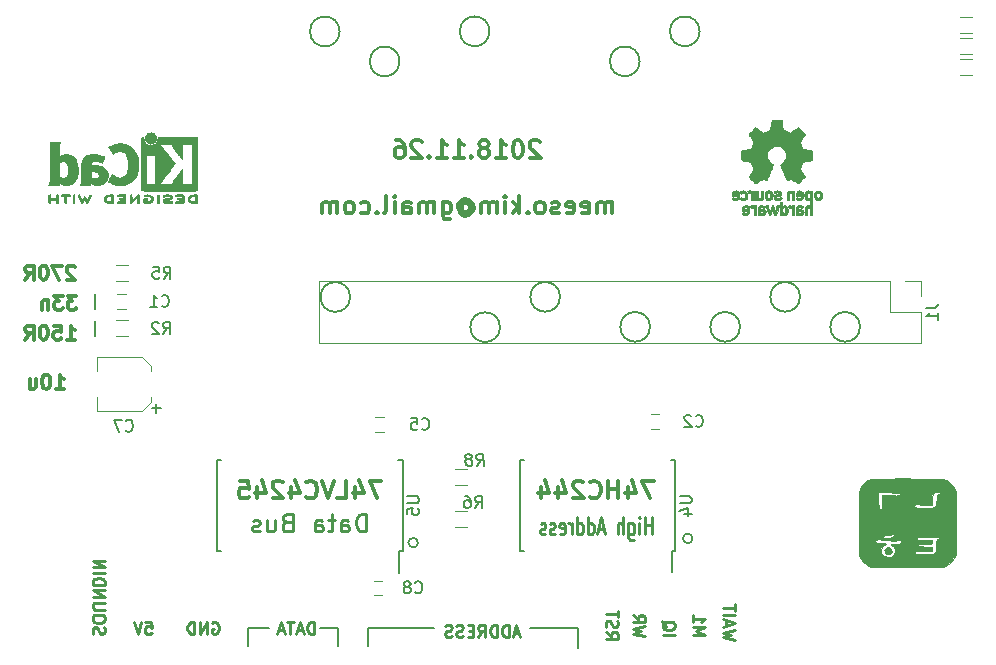
<source format=gbr>
G04 #@! TF.FileFunction,Legend,Bot*
%FSLAX46Y46*%
G04 Gerber Fmt 4.6, Leading zero omitted, Abs format (unit mm)*
G04 Created by KiCad (PCBNEW 4.0.7) date 11/27/18 00:25:29*
%MOMM*%
%LPD*%
G01*
G04 APERTURE LIST*
%ADD10C,0.100000*%
%ADD11C,0.200000*%
%ADD12C,0.300000*%
%ADD13C,0.250000*%
%ADD14C,0.120000*%
%ADD15C,0.010000*%
%ADD16C,0.150000*%
G04 APERTURE END LIST*
D10*
D11*
X191503236Y-78854235D02*
G75*
G03X191503236Y-78854235I-1257236J0D01*
G01*
X186423236Y-76314235D02*
G75*
G03X186423236Y-76314235I-1257236J0D01*
G01*
X181343236Y-78854235D02*
G75*
G03X181343236Y-78854235I-1257236J0D01*
G01*
X173723236Y-78854235D02*
G75*
G03X173723236Y-78854235I-1257236J0D01*
G01*
X166103236Y-76314235D02*
G75*
G03X166103236Y-76314235I-1257236J0D01*
G01*
X161023236Y-78879765D02*
G75*
G03X161023236Y-78879765I-1257236J0D01*
G01*
X148336001Y-76327000D02*
G75*
G03X148336001Y-76327000I-1257236J0D01*
G01*
X177927001Y-53835235D02*
G75*
G03X177927001Y-53835235I-1257236J0D01*
G01*
X172847001Y-56375235D02*
G75*
G03X172847001Y-56375235I-1257236J0D01*
G01*
X160134236Y-53835235D02*
G75*
G03X160134236Y-53835235I-1257236J0D01*
G01*
X152514236Y-56388000D02*
G75*
G03X152514236Y-56388000I-1257236J0D01*
G01*
X147447001Y-53848000D02*
G75*
G03X147447001Y-53848000I-1257236J0D01*
G01*
D12*
X123402628Y-84108857D02*
X124088343Y-84108857D01*
X123745485Y-84108857D02*
X123745485Y-82908857D01*
X123859771Y-83080286D01*
X123974057Y-83194571D01*
X124088343Y-83251714D01*
X122659771Y-82908857D02*
X122545486Y-82908857D01*
X122431200Y-82966000D01*
X122374057Y-83023143D01*
X122316914Y-83137429D01*
X122259771Y-83366000D01*
X122259771Y-83651714D01*
X122316914Y-83880286D01*
X122374057Y-83994571D01*
X122431200Y-84051714D01*
X122545486Y-84108857D01*
X122659771Y-84108857D01*
X122774057Y-84051714D01*
X122831200Y-83994571D01*
X122888343Y-83880286D01*
X122945486Y-83651714D01*
X122945486Y-83366000D01*
X122888343Y-83137429D01*
X122831200Y-83023143D01*
X122774057Y-82966000D01*
X122659771Y-82908857D01*
X121231200Y-83308857D02*
X121231200Y-84108857D01*
X121745486Y-83308857D02*
X121745486Y-83937429D01*
X121688343Y-84051714D01*
X121574057Y-84108857D01*
X121402629Y-84108857D01*
X121288343Y-84051714D01*
X121231200Y-83994571D01*
X124335999Y-79943257D02*
X125021714Y-79943257D01*
X124678856Y-79943257D02*
X124678856Y-78743257D01*
X124793142Y-78914686D01*
X124907428Y-79028971D01*
X125021714Y-79086114D01*
X123250285Y-78743257D02*
X123821714Y-78743257D01*
X123878857Y-79314686D01*
X123821714Y-79257543D01*
X123707428Y-79200400D01*
X123421714Y-79200400D01*
X123307428Y-79257543D01*
X123250285Y-79314686D01*
X123193142Y-79428971D01*
X123193142Y-79714686D01*
X123250285Y-79828971D01*
X123307428Y-79886114D01*
X123421714Y-79943257D01*
X123707428Y-79943257D01*
X123821714Y-79886114D01*
X123878857Y-79828971D01*
X122450285Y-78743257D02*
X122336000Y-78743257D01*
X122221714Y-78800400D01*
X122164571Y-78857543D01*
X122107428Y-78971829D01*
X122050285Y-79200400D01*
X122050285Y-79486114D01*
X122107428Y-79714686D01*
X122164571Y-79828971D01*
X122221714Y-79886114D01*
X122336000Y-79943257D01*
X122450285Y-79943257D01*
X122564571Y-79886114D01*
X122621714Y-79828971D01*
X122678857Y-79714686D01*
X122736000Y-79486114D01*
X122736000Y-79200400D01*
X122678857Y-78971829D01*
X122621714Y-78857543D01*
X122564571Y-78800400D01*
X122450285Y-78743257D01*
X120850285Y-79943257D02*
X121250285Y-79371829D01*
X121536000Y-79943257D02*
X121536000Y-78743257D01*
X121078857Y-78743257D01*
X120964571Y-78800400D01*
X120907428Y-78857543D01*
X120850285Y-78971829D01*
X120850285Y-79143257D01*
X120907428Y-79257543D01*
X120964571Y-79314686D01*
X121078857Y-79371829D01*
X121536000Y-79371829D01*
X125161485Y-76203257D02*
X124418628Y-76203257D01*
X124818628Y-76660400D01*
X124647200Y-76660400D01*
X124532914Y-76717543D01*
X124475771Y-76774686D01*
X124418628Y-76888971D01*
X124418628Y-77174686D01*
X124475771Y-77288971D01*
X124532914Y-77346114D01*
X124647200Y-77403257D01*
X124990057Y-77403257D01*
X125104343Y-77346114D01*
X125161485Y-77288971D01*
X124018628Y-76203257D02*
X123275771Y-76203257D01*
X123675771Y-76660400D01*
X123504343Y-76660400D01*
X123390057Y-76717543D01*
X123332914Y-76774686D01*
X123275771Y-76888971D01*
X123275771Y-77174686D01*
X123332914Y-77288971D01*
X123390057Y-77346114D01*
X123504343Y-77403257D01*
X123847200Y-77403257D01*
X123961486Y-77346114D01*
X124018628Y-77288971D01*
X122761486Y-76603257D02*
X122761486Y-77403257D01*
X122761486Y-76717543D02*
X122704343Y-76660400D01*
X122590057Y-76603257D01*
X122418629Y-76603257D01*
X122304343Y-76660400D01*
X122247200Y-76774686D01*
X122247200Y-77403257D01*
X125021714Y-73777543D02*
X124964571Y-73720400D01*
X124850285Y-73663257D01*
X124564571Y-73663257D01*
X124450285Y-73720400D01*
X124393142Y-73777543D01*
X124335999Y-73891829D01*
X124335999Y-74006114D01*
X124393142Y-74177543D01*
X125078856Y-74863257D01*
X124335999Y-74863257D01*
X123935999Y-73663257D02*
X123135999Y-73663257D01*
X123650285Y-74863257D01*
X122450285Y-73663257D02*
X122336000Y-73663257D01*
X122221714Y-73720400D01*
X122164571Y-73777543D01*
X122107428Y-73891829D01*
X122050285Y-74120400D01*
X122050285Y-74406114D01*
X122107428Y-74634686D01*
X122164571Y-74748971D01*
X122221714Y-74806114D01*
X122336000Y-74863257D01*
X122450285Y-74863257D01*
X122564571Y-74806114D01*
X122621714Y-74748971D01*
X122678857Y-74634686D01*
X122736000Y-74406114D01*
X122736000Y-74120400D01*
X122678857Y-73891829D01*
X122621714Y-73777543D01*
X122564571Y-73720400D01*
X122450285Y-73663257D01*
X120850285Y-74863257D02*
X121250285Y-74291829D01*
X121536000Y-74863257D02*
X121536000Y-73663257D01*
X121078857Y-73663257D01*
X120964571Y-73720400D01*
X120907428Y-73777543D01*
X120850285Y-73891829D01*
X120850285Y-74063257D01*
X120907428Y-74177543D01*
X120964571Y-74234686D01*
X121078857Y-74291829D01*
X121536000Y-74291829D01*
D11*
X126746000Y-78359000D02*
X126746000Y-79629000D01*
X126746000Y-76073000D02*
X126746000Y-77343000D01*
D13*
X149692714Y-96182571D02*
X149692714Y-94682571D01*
X149335571Y-94682571D01*
X149121286Y-94754000D01*
X148978428Y-94896857D01*
X148907000Y-95039714D01*
X148835571Y-95325429D01*
X148835571Y-95539714D01*
X148907000Y-95825429D01*
X148978428Y-95968286D01*
X149121286Y-96111143D01*
X149335571Y-96182571D01*
X149692714Y-96182571D01*
X147549857Y-96182571D02*
X147549857Y-95396857D01*
X147621286Y-95254000D01*
X147764143Y-95182571D01*
X148049857Y-95182571D01*
X148192714Y-95254000D01*
X147549857Y-96111143D02*
X147692714Y-96182571D01*
X148049857Y-96182571D01*
X148192714Y-96111143D01*
X148264143Y-95968286D01*
X148264143Y-95825429D01*
X148192714Y-95682571D01*
X148049857Y-95611143D01*
X147692714Y-95611143D01*
X147549857Y-95539714D01*
X147049857Y-95182571D02*
X146478428Y-95182571D01*
X146835571Y-94682571D02*
X146835571Y-95968286D01*
X146764143Y-96111143D01*
X146621285Y-96182571D01*
X146478428Y-96182571D01*
X145335571Y-96182571D02*
X145335571Y-95396857D01*
X145407000Y-95254000D01*
X145549857Y-95182571D01*
X145835571Y-95182571D01*
X145978428Y-95254000D01*
X145335571Y-96111143D02*
X145478428Y-96182571D01*
X145835571Y-96182571D01*
X145978428Y-96111143D01*
X146049857Y-95968286D01*
X146049857Y-95825429D01*
X145978428Y-95682571D01*
X145835571Y-95611143D01*
X145478428Y-95611143D01*
X145335571Y-95539714D01*
X142978428Y-95396857D02*
X142764142Y-95468286D01*
X142692714Y-95539714D01*
X142621285Y-95682571D01*
X142621285Y-95896857D01*
X142692714Y-96039714D01*
X142764142Y-96111143D01*
X142907000Y-96182571D01*
X143478428Y-96182571D01*
X143478428Y-94682571D01*
X142978428Y-94682571D01*
X142835571Y-94754000D01*
X142764142Y-94825429D01*
X142692714Y-94968286D01*
X142692714Y-95111143D01*
X142764142Y-95254000D01*
X142835571Y-95325429D01*
X142978428Y-95396857D01*
X143478428Y-95396857D01*
X141335571Y-95182571D02*
X141335571Y-96182571D01*
X141978428Y-95182571D02*
X141978428Y-95968286D01*
X141907000Y-96111143D01*
X141764142Y-96182571D01*
X141549857Y-96182571D01*
X141407000Y-96111143D01*
X141335571Y-96039714D01*
X140692714Y-96111143D02*
X140549857Y-96182571D01*
X140264142Y-96182571D01*
X140121285Y-96111143D01*
X140049857Y-95968286D01*
X140049857Y-95896857D01*
X140121285Y-95754000D01*
X140264142Y-95682571D01*
X140478428Y-95682571D01*
X140621285Y-95611143D01*
X140692714Y-95468286D01*
X140692714Y-95396857D01*
X140621285Y-95254000D01*
X140478428Y-95182571D01*
X140264142Y-95182571D01*
X140121285Y-95254000D01*
X173854477Y-96436571D02*
X173854477Y-94936571D01*
X173854477Y-95650857D02*
X173283048Y-95650857D01*
X173283048Y-96436571D02*
X173283048Y-94936571D01*
X172806858Y-96436571D02*
X172806858Y-95436571D01*
X172806858Y-94936571D02*
X172854477Y-95008000D01*
X172806858Y-95079429D01*
X172759239Y-95008000D01*
X172806858Y-94936571D01*
X172806858Y-95079429D01*
X171902096Y-95436571D02*
X171902096Y-96650857D01*
X171949715Y-96793714D01*
X171997334Y-96865143D01*
X172092573Y-96936571D01*
X172235430Y-96936571D01*
X172330668Y-96865143D01*
X171902096Y-96365143D02*
X171997334Y-96436571D01*
X172187811Y-96436571D01*
X172283049Y-96365143D01*
X172330668Y-96293714D01*
X172378287Y-96150857D01*
X172378287Y-95722286D01*
X172330668Y-95579429D01*
X172283049Y-95508000D01*
X172187811Y-95436571D01*
X171997334Y-95436571D01*
X171902096Y-95508000D01*
X171425906Y-96436571D02*
X171425906Y-94936571D01*
X170997334Y-96436571D02*
X170997334Y-95650857D01*
X171044953Y-95508000D01*
X171140191Y-95436571D01*
X171283049Y-95436571D01*
X171378287Y-95508000D01*
X171425906Y-95579429D01*
X169806858Y-96008000D02*
X169330667Y-96008000D01*
X169902096Y-96436571D02*
X169568763Y-94936571D01*
X169235429Y-96436571D01*
X168473524Y-96436571D02*
X168473524Y-94936571D01*
X168473524Y-96365143D02*
X168568762Y-96436571D01*
X168759239Y-96436571D01*
X168854477Y-96365143D01*
X168902096Y-96293714D01*
X168949715Y-96150857D01*
X168949715Y-95722286D01*
X168902096Y-95579429D01*
X168854477Y-95508000D01*
X168759239Y-95436571D01*
X168568762Y-95436571D01*
X168473524Y-95508000D01*
X167568762Y-96436571D02*
X167568762Y-94936571D01*
X167568762Y-96365143D02*
X167664000Y-96436571D01*
X167854477Y-96436571D01*
X167949715Y-96365143D01*
X167997334Y-96293714D01*
X168044953Y-96150857D01*
X168044953Y-95722286D01*
X167997334Y-95579429D01*
X167949715Y-95508000D01*
X167854477Y-95436571D01*
X167664000Y-95436571D01*
X167568762Y-95508000D01*
X167092572Y-96436571D02*
X167092572Y-95436571D01*
X167092572Y-95722286D02*
X167044953Y-95579429D01*
X166997334Y-95508000D01*
X166902096Y-95436571D01*
X166806857Y-95436571D01*
X166092571Y-96365143D02*
X166187809Y-96436571D01*
X166378286Y-96436571D01*
X166473524Y-96365143D01*
X166521143Y-96222286D01*
X166521143Y-95650857D01*
X166473524Y-95508000D01*
X166378286Y-95436571D01*
X166187809Y-95436571D01*
X166092571Y-95508000D01*
X166044952Y-95650857D01*
X166044952Y-95793714D01*
X166521143Y-95936571D01*
X165664000Y-96365143D02*
X165568762Y-96436571D01*
X165378286Y-96436571D01*
X165283047Y-96365143D01*
X165235428Y-96222286D01*
X165235428Y-96150857D01*
X165283047Y-96008000D01*
X165378286Y-95936571D01*
X165521143Y-95936571D01*
X165616381Y-95865143D01*
X165664000Y-95722286D01*
X165664000Y-95650857D01*
X165616381Y-95508000D01*
X165521143Y-95436571D01*
X165378286Y-95436571D01*
X165283047Y-95508000D01*
X164854476Y-96365143D02*
X164759238Y-96436571D01*
X164568762Y-96436571D01*
X164473523Y-96365143D01*
X164425904Y-96222286D01*
X164425904Y-96150857D01*
X164473523Y-96008000D01*
X164568762Y-95936571D01*
X164711619Y-95936571D01*
X164806857Y-95865143D01*
X164854476Y-95722286D01*
X164854476Y-95650857D01*
X164806857Y-95508000D01*
X164711619Y-95436571D01*
X164568762Y-95436571D01*
X164473523Y-95508000D01*
D11*
X177312609Y-96774000D02*
G75*
G03X177312609Y-96774000I-401609J0D01*
G01*
D13*
X126595238Y-104846047D02*
X126547619Y-104703190D01*
X126547619Y-104465094D01*
X126595238Y-104369856D01*
X126642857Y-104322237D01*
X126738095Y-104274618D01*
X126833333Y-104274618D01*
X126928571Y-104322237D01*
X126976190Y-104369856D01*
X127023810Y-104465094D01*
X127071429Y-104655571D01*
X127119048Y-104750809D01*
X127166667Y-104798428D01*
X127261905Y-104846047D01*
X127357143Y-104846047D01*
X127452381Y-104798428D01*
X127500000Y-104750809D01*
X127547619Y-104655571D01*
X127547619Y-104417475D01*
X127500000Y-104274618D01*
X127547619Y-103655571D02*
X127547619Y-103465094D01*
X127500000Y-103369856D01*
X127404762Y-103274618D01*
X127214286Y-103226999D01*
X126880952Y-103226999D01*
X126690476Y-103274618D01*
X126595238Y-103369856D01*
X126547619Y-103465094D01*
X126547619Y-103655571D01*
X126595238Y-103750809D01*
X126690476Y-103846047D01*
X126880952Y-103893666D01*
X127214286Y-103893666D01*
X127404762Y-103846047D01*
X127500000Y-103750809D01*
X127547619Y-103655571D01*
X127547619Y-102798428D02*
X126738095Y-102798428D01*
X126642857Y-102750809D01*
X126595238Y-102703190D01*
X126547619Y-102607952D01*
X126547619Y-102417475D01*
X126595238Y-102322237D01*
X126642857Y-102274618D01*
X126738095Y-102226999D01*
X127547619Y-102226999D01*
X126547619Y-101750809D02*
X127547619Y-101750809D01*
X126547619Y-101179380D01*
X127547619Y-101179380D01*
X126547619Y-100703190D02*
X127547619Y-100703190D01*
X127547619Y-100465095D01*
X127500000Y-100322237D01*
X127404762Y-100226999D01*
X127309524Y-100179380D01*
X127119048Y-100131761D01*
X126976190Y-100131761D01*
X126785714Y-100179380D01*
X126690476Y-100226999D01*
X126595238Y-100322237D01*
X126547619Y-100465095D01*
X126547619Y-100703190D01*
X126547619Y-99703190D02*
X127547619Y-99703190D01*
X126547619Y-99227000D02*
X127547619Y-99227000D01*
X126547619Y-98655571D01*
X127547619Y-98655571D01*
D11*
X154071609Y-97134391D02*
G75*
G03X154071609Y-97134391I-401609J0D01*
G01*
D12*
X150978427Y-91888571D02*
X149978427Y-91888571D01*
X150621284Y-93388571D01*
X148764142Y-92388571D02*
X148764142Y-93388571D01*
X149121285Y-91817143D02*
X149478428Y-92888571D01*
X148549856Y-92888571D01*
X147264142Y-93388571D02*
X147978428Y-93388571D01*
X147978428Y-91888571D01*
X146978428Y-91888571D02*
X146478428Y-93388571D01*
X145978428Y-91888571D01*
X144621285Y-93245714D02*
X144692714Y-93317143D01*
X144907000Y-93388571D01*
X145049857Y-93388571D01*
X145264142Y-93317143D01*
X145407000Y-93174286D01*
X145478428Y-93031429D01*
X145549857Y-92745714D01*
X145549857Y-92531429D01*
X145478428Y-92245714D01*
X145407000Y-92102857D01*
X145264142Y-91960000D01*
X145049857Y-91888571D01*
X144907000Y-91888571D01*
X144692714Y-91960000D01*
X144621285Y-92031429D01*
X143335571Y-92388571D02*
X143335571Y-93388571D01*
X143692714Y-91817143D02*
X144049857Y-92888571D01*
X143121285Y-92888571D01*
X142621286Y-92031429D02*
X142549857Y-91960000D01*
X142407000Y-91888571D01*
X142049857Y-91888571D01*
X141907000Y-91960000D01*
X141835571Y-92031429D01*
X141764143Y-92174286D01*
X141764143Y-92317143D01*
X141835571Y-92531429D01*
X142692714Y-93388571D01*
X141764143Y-93388571D01*
X140478429Y-92388571D02*
X140478429Y-93388571D01*
X140835572Y-91817143D02*
X141192715Y-92888571D01*
X140264143Y-92888571D01*
X138978429Y-91888571D02*
X139692715Y-91888571D01*
X139764144Y-92602857D01*
X139692715Y-92531429D01*
X139549858Y-92460000D01*
X139192715Y-92460000D01*
X139049858Y-92531429D01*
X138978429Y-92602857D01*
X138907001Y-92745714D01*
X138907001Y-93102857D01*
X138978429Y-93245714D01*
X139049858Y-93317143D01*
X139192715Y-93388571D01*
X139549858Y-93388571D01*
X139692715Y-93317143D01*
X139764144Y-93245714D01*
X174056856Y-91888571D02*
X173056856Y-91888571D01*
X173699713Y-93388571D01*
X171842571Y-92388571D02*
X171842571Y-93388571D01*
X172199714Y-91817143D02*
X172556857Y-92888571D01*
X171628285Y-92888571D01*
X171056857Y-93388571D02*
X171056857Y-91888571D01*
X171056857Y-92602857D02*
X170199714Y-92602857D01*
X170199714Y-93388571D02*
X170199714Y-91888571D01*
X168628285Y-93245714D02*
X168699714Y-93317143D01*
X168914000Y-93388571D01*
X169056857Y-93388571D01*
X169271142Y-93317143D01*
X169414000Y-93174286D01*
X169485428Y-93031429D01*
X169556857Y-92745714D01*
X169556857Y-92531429D01*
X169485428Y-92245714D01*
X169414000Y-92102857D01*
X169271142Y-91960000D01*
X169056857Y-91888571D01*
X168914000Y-91888571D01*
X168699714Y-91960000D01*
X168628285Y-92031429D01*
X168056857Y-92031429D02*
X167985428Y-91960000D01*
X167842571Y-91888571D01*
X167485428Y-91888571D01*
X167342571Y-91960000D01*
X167271142Y-92031429D01*
X167199714Y-92174286D01*
X167199714Y-92317143D01*
X167271142Y-92531429D01*
X168128285Y-93388571D01*
X167199714Y-93388571D01*
X165914000Y-92388571D02*
X165914000Y-93388571D01*
X166271143Y-91817143D02*
X166628286Y-92888571D01*
X165699714Y-92888571D01*
X164485429Y-92388571D02*
X164485429Y-93388571D01*
X164842572Y-91817143D02*
X165199715Y-92888571D01*
X164271143Y-92888571D01*
D11*
X167640000Y-104394000D02*
X163576000Y-104394000D01*
X167640000Y-106045000D02*
X167640000Y-104394000D01*
X149860000Y-104394000D02*
X155448000Y-104394000D01*
X149860000Y-105918000D02*
X149860000Y-104394000D01*
X147320000Y-104394000D02*
X145796000Y-104394000D01*
X147320000Y-105918000D02*
X147320000Y-104394000D01*
X139700000Y-104394000D02*
X141478000Y-104394000D01*
X139700000Y-105918000D02*
X139700000Y-104394000D01*
D13*
X162654857Y-104814667D02*
X162178666Y-104814667D01*
X162750095Y-105100381D02*
X162416762Y-104100381D01*
X162083428Y-105100381D01*
X161750095Y-105100381D02*
X161750095Y-104100381D01*
X161512000Y-104100381D01*
X161369142Y-104148000D01*
X161273904Y-104243238D01*
X161226285Y-104338476D01*
X161178666Y-104528952D01*
X161178666Y-104671810D01*
X161226285Y-104862286D01*
X161273904Y-104957524D01*
X161369142Y-105052762D01*
X161512000Y-105100381D01*
X161750095Y-105100381D01*
X160750095Y-105100381D02*
X160750095Y-104100381D01*
X160512000Y-104100381D01*
X160369142Y-104148000D01*
X160273904Y-104243238D01*
X160226285Y-104338476D01*
X160178666Y-104528952D01*
X160178666Y-104671810D01*
X160226285Y-104862286D01*
X160273904Y-104957524D01*
X160369142Y-105052762D01*
X160512000Y-105100381D01*
X160750095Y-105100381D01*
X159178666Y-105100381D02*
X159512000Y-104624190D01*
X159750095Y-105100381D02*
X159750095Y-104100381D01*
X159369142Y-104100381D01*
X159273904Y-104148000D01*
X159226285Y-104195619D01*
X159178666Y-104290857D01*
X159178666Y-104433714D01*
X159226285Y-104528952D01*
X159273904Y-104576571D01*
X159369142Y-104624190D01*
X159750095Y-104624190D01*
X158750095Y-104576571D02*
X158416761Y-104576571D01*
X158273904Y-105100381D02*
X158750095Y-105100381D01*
X158750095Y-104100381D01*
X158273904Y-104100381D01*
X157892952Y-105052762D02*
X157750095Y-105100381D01*
X157511999Y-105100381D01*
X157416761Y-105052762D01*
X157369142Y-105005143D01*
X157321523Y-104909905D01*
X157321523Y-104814667D01*
X157369142Y-104719429D01*
X157416761Y-104671810D01*
X157511999Y-104624190D01*
X157702476Y-104576571D01*
X157797714Y-104528952D01*
X157845333Y-104481333D01*
X157892952Y-104386095D01*
X157892952Y-104290857D01*
X157845333Y-104195619D01*
X157797714Y-104148000D01*
X157702476Y-104100381D01*
X157464380Y-104100381D01*
X157321523Y-104148000D01*
X156940571Y-105052762D02*
X156797714Y-105100381D01*
X156559618Y-105100381D01*
X156464380Y-105052762D01*
X156416761Y-105005143D01*
X156369142Y-104909905D01*
X156369142Y-104814667D01*
X156416761Y-104719429D01*
X156464380Y-104671810D01*
X156559618Y-104624190D01*
X156750095Y-104576571D01*
X156845333Y-104528952D01*
X156892952Y-104481333D01*
X156940571Y-104386095D01*
X156940571Y-104290857D01*
X156892952Y-104195619D01*
X156845333Y-104148000D01*
X156750095Y-104100381D01*
X156511999Y-104100381D01*
X156369142Y-104148000D01*
X145264000Y-104846381D02*
X145264000Y-103846381D01*
X145025905Y-103846381D01*
X144883047Y-103894000D01*
X144787809Y-103989238D01*
X144740190Y-104084476D01*
X144692571Y-104274952D01*
X144692571Y-104417810D01*
X144740190Y-104608286D01*
X144787809Y-104703524D01*
X144883047Y-104798762D01*
X145025905Y-104846381D01*
X145264000Y-104846381D01*
X144311619Y-104560667D02*
X143835428Y-104560667D01*
X144406857Y-104846381D02*
X144073524Y-103846381D01*
X143740190Y-104846381D01*
X143549714Y-103846381D02*
X142978285Y-103846381D01*
X143264000Y-104846381D02*
X143264000Y-103846381D01*
X142692571Y-104560667D02*
X142216380Y-104560667D01*
X142787809Y-104846381D02*
X142454476Y-103846381D01*
X142121142Y-104846381D01*
D12*
X164384856Y-63202429D02*
X164313427Y-63131000D01*
X164170570Y-63059571D01*
X163813427Y-63059571D01*
X163670570Y-63131000D01*
X163599141Y-63202429D01*
X163527713Y-63345286D01*
X163527713Y-63488143D01*
X163599141Y-63702429D01*
X164456284Y-64559571D01*
X163527713Y-64559571D01*
X162599142Y-63059571D02*
X162456285Y-63059571D01*
X162313428Y-63131000D01*
X162241999Y-63202429D01*
X162170570Y-63345286D01*
X162099142Y-63631000D01*
X162099142Y-63988143D01*
X162170570Y-64273857D01*
X162241999Y-64416714D01*
X162313428Y-64488143D01*
X162456285Y-64559571D01*
X162599142Y-64559571D01*
X162741999Y-64488143D01*
X162813428Y-64416714D01*
X162884856Y-64273857D01*
X162956285Y-63988143D01*
X162956285Y-63631000D01*
X162884856Y-63345286D01*
X162813428Y-63202429D01*
X162741999Y-63131000D01*
X162599142Y-63059571D01*
X160670571Y-64559571D02*
X161527714Y-64559571D01*
X161099142Y-64559571D02*
X161099142Y-63059571D01*
X161241999Y-63273857D01*
X161384857Y-63416714D01*
X161527714Y-63488143D01*
X159813428Y-63702429D02*
X159956286Y-63631000D01*
X160027714Y-63559571D01*
X160099143Y-63416714D01*
X160099143Y-63345286D01*
X160027714Y-63202429D01*
X159956286Y-63131000D01*
X159813428Y-63059571D01*
X159527714Y-63059571D01*
X159384857Y-63131000D01*
X159313428Y-63202429D01*
X159242000Y-63345286D01*
X159242000Y-63416714D01*
X159313428Y-63559571D01*
X159384857Y-63631000D01*
X159527714Y-63702429D01*
X159813428Y-63702429D01*
X159956286Y-63773857D01*
X160027714Y-63845286D01*
X160099143Y-63988143D01*
X160099143Y-64273857D01*
X160027714Y-64416714D01*
X159956286Y-64488143D01*
X159813428Y-64559571D01*
X159527714Y-64559571D01*
X159384857Y-64488143D01*
X159313428Y-64416714D01*
X159242000Y-64273857D01*
X159242000Y-63988143D01*
X159313428Y-63845286D01*
X159384857Y-63773857D01*
X159527714Y-63702429D01*
X158599143Y-64416714D02*
X158527715Y-64488143D01*
X158599143Y-64559571D01*
X158670572Y-64488143D01*
X158599143Y-64416714D01*
X158599143Y-64559571D01*
X157099143Y-64559571D02*
X157956286Y-64559571D01*
X157527714Y-64559571D02*
X157527714Y-63059571D01*
X157670571Y-63273857D01*
X157813429Y-63416714D01*
X157956286Y-63488143D01*
X155670572Y-64559571D02*
X156527715Y-64559571D01*
X156099143Y-64559571D02*
X156099143Y-63059571D01*
X156242000Y-63273857D01*
X156384858Y-63416714D01*
X156527715Y-63488143D01*
X155027715Y-64416714D02*
X154956287Y-64488143D01*
X155027715Y-64559571D01*
X155099144Y-64488143D01*
X155027715Y-64416714D01*
X155027715Y-64559571D01*
X154384858Y-63202429D02*
X154313429Y-63131000D01*
X154170572Y-63059571D01*
X153813429Y-63059571D01*
X153670572Y-63131000D01*
X153599143Y-63202429D01*
X153527715Y-63345286D01*
X153527715Y-63488143D01*
X153599143Y-63702429D01*
X154456286Y-64559571D01*
X153527715Y-64559571D01*
X152242001Y-63059571D02*
X152527715Y-63059571D01*
X152670572Y-63131000D01*
X152742001Y-63202429D01*
X152884858Y-63416714D01*
X152956287Y-63702429D01*
X152956287Y-64273857D01*
X152884858Y-64416714D01*
X152813430Y-64488143D01*
X152670572Y-64559571D01*
X152384858Y-64559571D01*
X152242001Y-64488143D01*
X152170572Y-64416714D01*
X152099144Y-64273857D01*
X152099144Y-63916714D01*
X152170572Y-63773857D01*
X152242001Y-63702429D01*
X152384858Y-63631000D01*
X152670572Y-63631000D01*
X152813430Y-63702429D01*
X152884858Y-63773857D01*
X152956287Y-63916714D01*
D13*
X131000476Y-103846381D02*
X131476667Y-103846381D01*
X131524286Y-104322571D01*
X131476667Y-104274952D01*
X131381429Y-104227333D01*
X131143333Y-104227333D01*
X131048095Y-104274952D01*
X131000476Y-104322571D01*
X130952857Y-104417810D01*
X130952857Y-104655905D01*
X131000476Y-104751143D01*
X131048095Y-104798762D01*
X131143333Y-104846381D01*
X131381429Y-104846381D01*
X131476667Y-104798762D01*
X131524286Y-104751143D01*
X130667143Y-103846381D02*
X130333810Y-104846381D01*
X130000476Y-103846381D01*
X136651904Y-103894000D02*
X136747142Y-103846381D01*
X136889999Y-103846381D01*
X137032857Y-103894000D01*
X137128095Y-103989238D01*
X137175714Y-104084476D01*
X137223333Y-104274952D01*
X137223333Y-104417810D01*
X137175714Y-104608286D01*
X137128095Y-104703524D01*
X137032857Y-104798762D01*
X136889999Y-104846381D01*
X136794761Y-104846381D01*
X136651904Y-104798762D01*
X136604285Y-104751143D01*
X136604285Y-104417810D01*
X136794761Y-104417810D01*
X136175714Y-104846381D02*
X136175714Y-103846381D01*
X135604285Y-104846381D01*
X135604285Y-103846381D01*
X135128095Y-104846381D02*
X135128095Y-103846381D01*
X134890000Y-103846381D01*
X134747142Y-103894000D01*
X134651904Y-103989238D01*
X134604285Y-104084476D01*
X134556666Y-104274952D01*
X134556666Y-104417810D01*
X134604285Y-104608286D01*
X134651904Y-104703524D01*
X134747142Y-104798762D01*
X134890000Y-104846381D01*
X135128095Y-104846381D01*
X173267619Y-105068571D02*
X172267619Y-104830476D01*
X172981905Y-104639999D01*
X172267619Y-104449523D01*
X173267619Y-104211428D01*
X172267619Y-103259047D02*
X172743810Y-103592381D01*
X172267619Y-103830476D02*
X173267619Y-103830476D01*
X173267619Y-103449523D01*
X173220000Y-103354285D01*
X173172381Y-103306666D01*
X173077143Y-103259047D01*
X172934286Y-103259047D01*
X172839048Y-103306666D01*
X172791429Y-103354285D01*
X172743810Y-103449523D01*
X172743810Y-103830476D01*
X174807619Y-104917809D02*
X175807619Y-104917809D01*
X174712381Y-103774952D02*
X174760000Y-103870190D01*
X174855238Y-103965428D01*
X174998095Y-104108285D01*
X175045714Y-104203524D01*
X175045714Y-104298762D01*
X174807619Y-104251143D02*
X174855238Y-104346381D01*
X174950476Y-104441619D01*
X175140952Y-104489238D01*
X175474286Y-104489238D01*
X175664762Y-104441619D01*
X175760000Y-104346381D01*
X175807619Y-104251143D01*
X175807619Y-104060666D01*
X175760000Y-103965428D01*
X175664762Y-103870190D01*
X175474286Y-103822571D01*
X175140952Y-103822571D01*
X174950476Y-103870190D01*
X174855238Y-103965428D01*
X174807619Y-104060666D01*
X174807619Y-104251143D01*
X177347619Y-104949524D02*
X178347619Y-104949524D01*
X177633333Y-104616190D01*
X178347619Y-104282857D01*
X177347619Y-104282857D01*
X177347619Y-103282857D02*
X177347619Y-103854286D01*
X177347619Y-103568572D02*
X178347619Y-103568572D01*
X178204762Y-103663810D01*
X178109524Y-103759048D01*
X178061905Y-103854286D01*
X180887619Y-105362190D02*
X179887619Y-105124095D01*
X180601905Y-104933618D01*
X179887619Y-104743142D01*
X180887619Y-104505047D01*
X180173333Y-104171714D02*
X180173333Y-103695523D01*
X179887619Y-104266952D02*
X180887619Y-103933619D01*
X179887619Y-103600285D01*
X179887619Y-103266952D02*
X180887619Y-103266952D01*
X180887619Y-102933619D02*
X180887619Y-102362190D01*
X179887619Y-102647905D02*
X180887619Y-102647905D01*
X169981619Y-104687619D02*
X170457810Y-105020953D01*
X169981619Y-105259048D02*
X170981619Y-105259048D01*
X170981619Y-104878095D01*
X170934000Y-104782857D01*
X170886381Y-104735238D01*
X170791143Y-104687619D01*
X170648286Y-104687619D01*
X170553048Y-104735238D01*
X170505429Y-104782857D01*
X170457810Y-104878095D01*
X170457810Y-105259048D01*
X170029238Y-104306667D02*
X169981619Y-104163810D01*
X169981619Y-103925714D01*
X170029238Y-103830476D01*
X170076857Y-103782857D01*
X170172095Y-103735238D01*
X170267333Y-103735238D01*
X170362571Y-103782857D01*
X170410190Y-103830476D01*
X170457810Y-103925714D01*
X170505429Y-104116191D01*
X170553048Y-104211429D01*
X170600667Y-104259048D01*
X170695905Y-104306667D01*
X170791143Y-104306667D01*
X170886381Y-104259048D01*
X170934000Y-104211429D01*
X170981619Y-104116191D01*
X170981619Y-103878095D01*
X170934000Y-103735238D01*
X170981619Y-103449524D02*
X170981619Y-102878095D01*
X169981619Y-103163810D02*
X170981619Y-103163810D01*
D12*
X170527714Y-69258571D02*
X170527714Y-68258571D01*
X170527714Y-68401429D02*
X170456286Y-68330000D01*
X170313428Y-68258571D01*
X170099143Y-68258571D01*
X169956286Y-68330000D01*
X169884857Y-68472857D01*
X169884857Y-69258571D01*
X169884857Y-68472857D02*
X169813428Y-68330000D01*
X169670571Y-68258571D01*
X169456286Y-68258571D01*
X169313428Y-68330000D01*
X169242000Y-68472857D01*
X169242000Y-69258571D01*
X167956286Y-69187143D02*
X168099143Y-69258571D01*
X168384857Y-69258571D01*
X168527714Y-69187143D01*
X168599143Y-69044286D01*
X168599143Y-68472857D01*
X168527714Y-68330000D01*
X168384857Y-68258571D01*
X168099143Y-68258571D01*
X167956286Y-68330000D01*
X167884857Y-68472857D01*
X167884857Y-68615714D01*
X168599143Y-68758571D01*
X166670572Y-69187143D02*
X166813429Y-69258571D01*
X167099143Y-69258571D01*
X167242000Y-69187143D01*
X167313429Y-69044286D01*
X167313429Y-68472857D01*
X167242000Y-68330000D01*
X167099143Y-68258571D01*
X166813429Y-68258571D01*
X166670572Y-68330000D01*
X166599143Y-68472857D01*
X166599143Y-68615714D01*
X167313429Y-68758571D01*
X166027715Y-69187143D02*
X165884858Y-69258571D01*
X165599143Y-69258571D01*
X165456286Y-69187143D01*
X165384858Y-69044286D01*
X165384858Y-68972857D01*
X165456286Y-68830000D01*
X165599143Y-68758571D01*
X165813429Y-68758571D01*
X165956286Y-68687143D01*
X166027715Y-68544286D01*
X166027715Y-68472857D01*
X165956286Y-68330000D01*
X165813429Y-68258571D01*
X165599143Y-68258571D01*
X165456286Y-68330000D01*
X164527714Y-69258571D02*
X164670572Y-69187143D01*
X164742000Y-69115714D01*
X164813429Y-68972857D01*
X164813429Y-68544286D01*
X164742000Y-68401429D01*
X164670572Y-68330000D01*
X164527714Y-68258571D01*
X164313429Y-68258571D01*
X164170572Y-68330000D01*
X164099143Y-68401429D01*
X164027714Y-68544286D01*
X164027714Y-68972857D01*
X164099143Y-69115714D01*
X164170572Y-69187143D01*
X164313429Y-69258571D01*
X164527714Y-69258571D01*
X163384857Y-69115714D02*
X163313429Y-69187143D01*
X163384857Y-69258571D01*
X163456286Y-69187143D01*
X163384857Y-69115714D01*
X163384857Y-69258571D01*
X162670571Y-69258571D02*
X162670571Y-67758571D01*
X162527714Y-68687143D02*
X162099143Y-69258571D01*
X162099143Y-68258571D02*
X162670571Y-68830000D01*
X161456285Y-69258571D02*
X161456285Y-68258571D01*
X161456285Y-67758571D02*
X161527714Y-67830000D01*
X161456285Y-67901429D01*
X161384857Y-67830000D01*
X161456285Y-67758571D01*
X161456285Y-67901429D01*
X160741999Y-69258571D02*
X160741999Y-68258571D01*
X160741999Y-68401429D02*
X160670571Y-68330000D01*
X160527713Y-68258571D01*
X160313428Y-68258571D01*
X160170571Y-68330000D01*
X160099142Y-68472857D01*
X160099142Y-69258571D01*
X160099142Y-68472857D02*
X160027713Y-68330000D01*
X159884856Y-68258571D01*
X159670571Y-68258571D01*
X159527713Y-68330000D01*
X159456285Y-68472857D01*
X159456285Y-69258571D01*
X157813428Y-68544286D02*
X157884856Y-68472857D01*
X158027713Y-68401429D01*
X158170571Y-68401429D01*
X158313428Y-68472857D01*
X158384856Y-68544286D01*
X158456285Y-68687143D01*
X158456285Y-68830000D01*
X158384856Y-68972857D01*
X158313428Y-69044286D01*
X158170571Y-69115714D01*
X158027713Y-69115714D01*
X157884856Y-69044286D01*
X157813428Y-68972857D01*
X157813428Y-68401429D02*
X157813428Y-68972857D01*
X157741999Y-69044286D01*
X157670571Y-69044286D01*
X157527713Y-68972857D01*
X157456285Y-68830000D01*
X157456285Y-68472857D01*
X157599142Y-68258571D01*
X157813428Y-68115714D01*
X158099142Y-68044286D01*
X158384856Y-68115714D01*
X158599142Y-68258571D01*
X158741999Y-68472857D01*
X158813428Y-68758571D01*
X158741999Y-69044286D01*
X158599142Y-69258571D01*
X158384856Y-69401429D01*
X158099142Y-69472857D01*
X157813428Y-69401429D01*
X157599142Y-69258571D01*
X156170571Y-68258571D02*
X156170571Y-69472857D01*
X156242000Y-69615714D01*
X156313428Y-69687143D01*
X156456285Y-69758571D01*
X156670571Y-69758571D01*
X156813428Y-69687143D01*
X156170571Y-69187143D02*
X156313428Y-69258571D01*
X156599142Y-69258571D01*
X156742000Y-69187143D01*
X156813428Y-69115714D01*
X156884857Y-68972857D01*
X156884857Y-68544286D01*
X156813428Y-68401429D01*
X156742000Y-68330000D01*
X156599142Y-68258571D01*
X156313428Y-68258571D01*
X156170571Y-68330000D01*
X155456285Y-69258571D02*
X155456285Y-68258571D01*
X155456285Y-68401429D02*
X155384857Y-68330000D01*
X155241999Y-68258571D01*
X155027714Y-68258571D01*
X154884857Y-68330000D01*
X154813428Y-68472857D01*
X154813428Y-69258571D01*
X154813428Y-68472857D02*
X154741999Y-68330000D01*
X154599142Y-68258571D01*
X154384857Y-68258571D01*
X154241999Y-68330000D01*
X154170571Y-68472857D01*
X154170571Y-69258571D01*
X152813428Y-69258571D02*
X152813428Y-68472857D01*
X152884857Y-68330000D01*
X153027714Y-68258571D01*
X153313428Y-68258571D01*
X153456285Y-68330000D01*
X152813428Y-69187143D02*
X152956285Y-69258571D01*
X153313428Y-69258571D01*
X153456285Y-69187143D01*
X153527714Y-69044286D01*
X153527714Y-68901429D01*
X153456285Y-68758571D01*
X153313428Y-68687143D01*
X152956285Y-68687143D01*
X152813428Y-68615714D01*
X152099142Y-69258571D02*
X152099142Y-68258571D01*
X152099142Y-67758571D02*
X152170571Y-67830000D01*
X152099142Y-67901429D01*
X152027714Y-67830000D01*
X152099142Y-67758571D01*
X152099142Y-67901429D01*
X151170570Y-69258571D02*
X151313428Y-69187143D01*
X151384856Y-69044286D01*
X151384856Y-67758571D01*
X150599142Y-69115714D02*
X150527714Y-69187143D01*
X150599142Y-69258571D01*
X150670571Y-69187143D01*
X150599142Y-69115714D01*
X150599142Y-69258571D01*
X149241999Y-69187143D02*
X149384856Y-69258571D01*
X149670570Y-69258571D01*
X149813428Y-69187143D01*
X149884856Y-69115714D01*
X149956285Y-68972857D01*
X149956285Y-68544286D01*
X149884856Y-68401429D01*
X149813428Y-68330000D01*
X149670570Y-68258571D01*
X149384856Y-68258571D01*
X149241999Y-68330000D01*
X148384856Y-69258571D02*
X148527714Y-69187143D01*
X148599142Y-69115714D01*
X148670571Y-68972857D01*
X148670571Y-68544286D01*
X148599142Y-68401429D01*
X148527714Y-68330000D01*
X148384856Y-68258571D01*
X148170571Y-68258571D01*
X148027714Y-68330000D01*
X147956285Y-68401429D01*
X147884856Y-68544286D01*
X147884856Y-68972857D01*
X147956285Y-69115714D01*
X148027714Y-69187143D01*
X148170571Y-69258571D01*
X148384856Y-69258571D01*
X147241999Y-69258571D02*
X147241999Y-68258571D01*
X147241999Y-68401429D02*
X147170571Y-68330000D01*
X147027713Y-68258571D01*
X146813428Y-68258571D01*
X146670571Y-68330000D01*
X146599142Y-68472857D01*
X146599142Y-69258571D01*
X146599142Y-68472857D02*
X146527713Y-68330000D01*
X146384856Y-68258571D01*
X146170571Y-68258571D01*
X146027713Y-68330000D01*
X145956285Y-68472857D01*
X145956285Y-69258571D01*
D14*
X194056000Y-74997000D02*
X145736000Y-74997000D01*
X145736000Y-74997000D02*
X145736000Y-80197000D01*
X145736000Y-80197000D02*
X196656000Y-80197000D01*
X196656000Y-80197000D02*
X196656000Y-77597000D01*
X196656000Y-77597000D02*
X194056000Y-77597000D01*
X194056000Y-77597000D02*
X194056000Y-74997000D01*
X195326000Y-74997000D02*
X196656000Y-74997000D01*
X196656000Y-74997000D02*
X196656000Y-76267000D01*
X199974000Y-54020000D02*
X200974000Y-54020000D01*
X200974000Y-52660000D02*
X199974000Y-52660000D01*
X128532000Y-79674000D02*
X129532000Y-79674000D01*
X129532000Y-78314000D02*
X128532000Y-78314000D01*
X150465000Y-87722000D02*
X151165000Y-87722000D01*
X151165000Y-86522000D02*
X150465000Y-86522000D01*
X199974000Y-55798000D02*
X200974000Y-55798000D01*
X200974000Y-54438000D02*
X199974000Y-54438000D01*
X199974000Y-57576000D02*
X200974000Y-57576000D01*
X200974000Y-56216000D02*
X199974000Y-56216000D01*
X128532000Y-74975000D02*
X129532000Y-74975000D01*
X129532000Y-73615000D02*
X128532000Y-73615000D01*
D15*
G36*
X135204171Y-67648666D02*
X135164689Y-67649067D01*
X135049000Y-67651859D01*
X134952111Y-67660150D01*
X134870719Y-67674832D01*
X134801523Y-67696793D01*
X134741220Y-67726922D01*
X134686508Y-67766110D01*
X134666967Y-67783132D01*
X134634550Y-67822963D01*
X134605320Y-67877013D01*
X134582791Y-67936923D01*
X134570479Y-67994339D01*
X134569200Y-68015556D01*
X134577217Y-68074369D01*
X134598699Y-68138613D01*
X134629799Y-68199421D01*
X134666666Y-68247930D01*
X134672654Y-68253782D01*
X134723379Y-68294921D01*
X134778925Y-68327035D01*
X134842496Y-68350965D01*
X134917294Y-68367553D01*
X135006522Y-68377641D01*
X135113382Y-68382069D01*
X135162328Y-68382445D01*
X135224562Y-68382145D01*
X135268328Y-68380892D01*
X135297731Y-68378154D01*
X135316879Y-68373401D01*
X135329877Y-68366101D01*
X135336845Y-68359867D01*
X135343426Y-68352294D01*
X135348588Y-68342524D01*
X135352503Y-68327940D01*
X135355343Y-68305926D01*
X135357280Y-68273864D01*
X135358484Y-68229136D01*
X135359128Y-68169126D01*
X135359383Y-68091217D01*
X135359422Y-68015556D01*
X135359670Y-67914641D01*
X135359617Y-67834027D01*
X135358657Y-67795422D01*
X135212667Y-67795422D01*
X135212667Y-68235689D01*
X135119534Y-68235604D01*
X135063493Y-68233996D01*
X135004799Y-68229856D01*
X134955828Y-68224064D01*
X134954338Y-68223826D01*
X134875192Y-68204690D01*
X134813802Y-68174887D01*
X134767105Y-68132478D01*
X134737435Y-68086561D01*
X134719153Y-68035626D01*
X134720571Y-67987800D01*
X134741788Y-67936533D01*
X134783289Y-67883499D01*
X134840798Y-67844200D01*
X134915550Y-67817931D01*
X134965508Y-67808635D01*
X135022216Y-67802107D01*
X135082319Y-67797382D01*
X135133439Y-67795417D01*
X135136467Y-67795408D01*
X135212667Y-67795422D01*
X135358657Y-67795422D01*
X135358060Y-67771451D01*
X135353798Y-67724655D01*
X135345630Y-67691378D01*
X135332356Y-67669359D01*
X135312774Y-67656339D01*
X135285683Y-67650057D01*
X135249882Y-67648253D01*
X135204171Y-67648666D01*
X135204171Y-67648666D01*
G37*
X135204171Y-67648666D02*
X135164689Y-67649067D01*
X135049000Y-67651859D01*
X134952111Y-67660150D01*
X134870719Y-67674832D01*
X134801523Y-67696793D01*
X134741220Y-67726922D01*
X134686508Y-67766110D01*
X134666967Y-67783132D01*
X134634550Y-67822963D01*
X134605320Y-67877013D01*
X134582791Y-67936923D01*
X134570479Y-67994339D01*
X134569200Y-68015556D01*
X134577217Y-68074369D01*
X134598699Y-68138613D01*
X134629799Y-68199421D01*
X134666666Y-68247930D01*
X134672654Y-68253782D01*
X134723379Y-68294921D01*
X134778925Y-68327035D01*
X134842496Y-68350965D01*
X134917294Y-68367553D01*
X135006522Y-68377641D01*
X135113382Y-68382069D01*
X135162328Y-68382445D01*
X135224562Y-68382145D01*
X135268328Y-68380892D01*
X135297731Y-68378154D01*
X135316879Y-68373401D01*
X135329877Y-68366101D01*
X135336845Y-68359867D01*
X135343426Y-68352294D01*
X135348588Y-68342524D01*
X135352503Y-68327940D01*
X135355343Y-68305926D01*
X135357280Y-68273864D01*
X135358484Y-68229136D01*
X135359128Y-68169126D01*
X135359383Y-68091217D01*
X135359422Y-68015556D01*
X135359670Y-67914641D01*
X135359617Y-67834027D01*
X135358657Y-67795422D01*
X135212667Y-67795422D01*
X135212667Y-68235689D01*
X135119534Y-68235604D01*
X135063493Y-68233996D01*
X135004799Y-68229856D01*
X134955828Y-68224064D01*
X134954338Y-68223826D01*
X134875192Y-68204690D01*
X134813802Y-68174887D01*
X134767105Y-68132478D01*
X134737435Y-68086561D01*
X134719153Y-68035626D01*
X134720571Y-67987800D01*
X134741788Y-67936533D01*
X134783289Y-67883499D01*
X134840798Y-67844200D01*
X134915550Y-67817931D01*
X134965508Y-67808635D01*
X135022216Y-67802107D01*
X135082319Y-67797382D01*
X135133439Y-67795417D01*
X135136467Y-67795408D01*
X135212667Y-67795422D01*
X135358657Y-67795422D01*
X135358060Y-67771451D01*
X135353798Y-67724655D01*
X135345630Y-67691378D01*
X135332356Y-67669359D01*
X135312774Y-67656339D01*
X135285683Y-67650057D01*
X135249882Y-67648253D01*
X135204171Y-67648666D01*
G36*
X133795594Y-67648746D02*
X133726186Y-67649118D01*
X133673797Y-67649985D01*
X133635647Y-67651546D01*
X133608959Y-67654003D01*
X133590953Y-67657557D01*
X133578849Y-67662410D01*
X133569869Y-67668761D01*
X133566618Y-67671684D01*
X133546843Y-67702742D01*
X133543282Y-67738428D01*
X133556291Y-67770110D01*
X133562306Y-67776513D01*
X133572035Y-67782721D01*
X133587701Y-67787510D01*
X133612208Y-67791114D01*
X133648461Y-67793764D01*
X133699365Y-67795695D01*
X133767826Y-67797139D01*
X133830417Y-67798018D01*
X134078134Y-67801067D01*
X134081519Y-67865978D01*
X134084905Y-67930889D01*
X133916758Y-67930889D01*
X133843759Y-67931519D01*
X133790317Y-67934153D01*
X133753428Y-67939909D01*
X133730088Y-67949904D01*
X133717294Y-67965256D01*
X133712042Y-67987082D01*
X133711245Y-68007338D01*
X133713723Y-68032192D01*
X133723077Y-68050506D01*
X133742183Y-68063237D01*
X133773918Y-68071341D01*
X133821159Y-68075776D01*
X133886783Y-68077499D01*
X133922601Y-68077645D01*
X134083778Y-68077645D01*
X134083778Y-68235689D01*
X133835422Y-68235689D01*
X133754013Y-68235802D01*
X133692142Y-68236312D01*
X133646768Y-68237470D01*
X133614854Y-68239530D01*
X133593359Y-68242746D01*
X133579243Y-68247372D01*
X133569468Y-68253659D01*
X133564489Y-68258267D01*
X133547410Y-68285160D01*
X133541911Y-68309067D01*
X133549763Y-68338267D01*
X133564489Y-68359867D01*
X133572346Y-68366666D01*
X133582488Y-68371946D01*
X133597644Y-68375898D01*
X133620541Y-68378713D01*
X133653909Y-68380582D01*
X133700475Y-68381698D01*
X133762967Y-68382251D01*
X133844114Y-68382433D01*
X133886222Y-68382445D01*
X133976398Y-68382365D01*
X134046724Y-68381998D01*
X134099929Y-68381152D01*
X134138740Y-68379636D01*
X134165887Y-68377259D01*
X134184098Y-68373829D01*
X134196100Y-68369154D01*
X134204622Y-68363044D01*
X134207956Y-68359867D01*
X134214555Y-68352270D01*
X134219727Y-68342470D01*
X134223646Y-68327839D01*
X134226484Y-68305752D01*
X134228415Y-68273582D01*
X134229612Y-68228703D01*
X134230248Y-68168489D01*
X134230497Y-68090313D01*
X134230534Y-68017523D01*
X134230500Y-67924307D01*
X134230265Y-67851031D01*
X134229630Y-67795058D01*
X134228394Y-67753751D01*
X134226356Y-67724472D01*
X134223317Y-67704584D01*
X134219077Y-67691450D01*
X134213435Y-67682432D01*
X134206191Y-67674893D01*
X134204406Y-67673212D01*
X134195745Y-67665772D01*
X134185682Y-67660009D01*
X134171425Y-67655712D01*
X134150183Y-67652664D01*
X134119164Y-67650651D01*
X134075577Y-67649460D01*
X134016631Y-67648875D01*
X133939534Y-67648683D01*
X133884801Y-67648667D01*
X133795594Y-67648746D01*
X133795594Y-67648746D01*
G37*
X133795594Y-67648746D02*
X133726186Y-67649118D01*
X133673797Y-67649985D01*
X133635647Y-67651546D01*
X133608959Y-67654003D01*
X133590953Y-67657557D01*
X133578849Y-67662410D01*
X133569869Y-67668761D01*
X133566618Y-67671684D01*
X133546843Y-67702742D01*
X133543282Y-67738428D01*
X133556291Y-67770110D01*
X133562306Y-67776513D01*
X133572035Y-67782721D01*
X133587701Y-67787510D01*
X133612208Y-67791114D01*
X133648461Y-67793764D01*
X133699365Y-67795695D01*
X133767826Y-67797139D01*
X133830417Y-67798018D01*
X134078134Y-67801067D01*
X134081519Y-67865978D01*
X134084905Y-67930889D01*
X133916758Y-67930889D01*
X133843759Y-67931519D01*
X133790317Y-67934153D01*
X133753428Y-67939909D01*
X133730088Y-67949904D01*
X133717294Y-67965256D01*
X133712042Y-67987082D01*
X133711245Y-68007338D01*
X133713723Y-68032192D01*
X133723077Y-68050506D01*
X133742183Y-68063237D01*
X133773918Y-68071341D01*
X133821159Y-68075776D01*
X133886783Y-68077499D01*
X133922601Y-68077645D01*
X134083778Y-68077645D01*
X134083778Y-68235689D01*
X133835422Y-68235689D01*
X133754013Y-68235802D01*
X133692142Y-68236312D01*
X133646768Y-68237470D01*
X133614854Y-68239530D01*
X133593359Y-68242746D01*
X133579243Y-68247372D01*
X133569468Y-68253659D01*
X133564489Y-68258267D01*
X133547410Y-68285160D01*
X133541911Y-68309067D01*
X133549763Y-68338267D01*
X133564489Y-68359867D01*
X133572346Y-68366666D01*
X133582488Y-68371946D01*
X133597644Y-68375898D01*
X133620541Y-68378713D01*
X133653909Y-68380582D01*
X133700475Y-68381698D01*
X133762967Y-68382251D01*
X133844114Y-68382433D01*
X133886222Y-68382445D01*
X133976398Y-68382365D01*
X134046724Y-68381998D01*
X134099929Y-68381152D01*
X134138740Y-68379636D01*
X134165887Y-68377259D01*
X134184098Y-68373829D01*
X134196100Y-68369154D01*
X134204622Y-68363044D01*
X134207956Y-68359867D01*
X134214555Y-68352270D01*
X134219727Y-68342470D01*
X134223646Y-68327839D01*
X134226484Y-68305752D01*
X134228415Y-68273582D01*
X134229612Y-68228703D01*
X134230248Y-68168489D01*
X134230497Y-68090313D01*
X134230534Y-68017523D01*
X134230500Y-67924307D01*
X134230265Y-67851031D01*
X134229630Y-67795058D01*
X134228394Y-67753751D01*
X134226356Y-67724472D01*
X134223317Y-67704584D01*
X134219077Y-67691450D01*
X134213435Y-67682432D01*
X134206191Y-67674893D01*
X134204406Y-67673212D01*
X134195745Y-67665772D01*
X134185682Y-67660009D01*
X134171425Y-67655712D01*
X134150183Y-67652664D01*
X134119164Y-67650651D01*
X134075577Y-67649460D01*
X134016631Y-67648875D01*
X133939534Y-67648683D01*
X133884801Y-67648667D01*
X133795594Y-67648746D01*
G36*
X132774503Y-67649951D02*
X132699688Y-67655181D01*
X132630106Y-67663350D01*
X132569802Y-67674150D01*
X132522820Y-67687273D01*
X132493206Y-67702413D01*
X132488660Y-67706869D01*
X132472854Y-67741450D01*
X132477647Y-67776951D01*
X132502164Y-67807325D01*
X132503334Y-67808196D01*
X132517754Y-67817554D01*
X132532808Y-67822476D01*
X132553805Y-67823073D01*
X132586057Y-67819461D01*
X132634873Y-67811754D01*
X132638800Y-67811105D01*
X132711539Y-67802169D01*
X132790017Y-67797761D01*
X132868727Y-67797719D01*
X132942161Y-67801879D01*
X133004811Y-67810079D01*
X133051170Y-67822157D01*
X133054216Y-67823371D01*
X133087848Y-67842215D01*
X133099664Y-67861285D01*
X133090414Y-67880039D01*
X133060847Y-67897937D01*
X133011711Y-67914437D01*
X132943757Y-67928996D01*
X132898445Y-67936006D01*
X132804256Y-67949489D01*
X132729344Y-67961814D01*
X132670517Y-67974049D01*
X132624585Y-67987261D01*
X132588355Y-68002517D01*
X132558638Y-68020885D01*
X132532242Y-68043431D01*
X132511030Y-68065571D01*
X132485865Y-68096419D01*
X132473481Y-68122945D01*
X132469608Y-68155626D01*
X132469467Y-68167595D01*
X132472376Y-68207312D01*
X132484002Y-68236859D01*
X132504123Y-68263086D01*
X132545016Y-68303176D01*
X132590617Y-68333749D01*
X132644313Y-68355803D01*
X132709492Y-68370335D01*
X132789544Y-68378341D01*
X132887857Y-68380818D01*
X132904089Y-68380777D01*
X132969649Y-68379418D01*
X133034666Y-68376330D01*
X133092052Y-68371956D01*
X133134722Y-68366740D01*
X133138172Y-68366141D01*
X133180596Y-68356091D01*
X133216580Y-68343396D01*
X133236950Y-68331790D01*
X133255907Y-68301172D01*
X133257227Y-68265518D01*
X133240885Y-68233744D01*
X133237229Y-68230151D01*
X133222115Y-68219476D01*
X133203215Y-68214876D01*
X133173962Y-68215659D01*
X133138451Y-68219727D01*
X133098770Y-68223362D01*
X133043145Y-68226428D01*
X132978206Y-68228653D01*
X132910585Y-68229764D01*
X132892800Y-68229837D01*
X132824928Y-68229564D01*
X132775254Y-68228246D01*
X132739410Y-68225427D01*
X132713024Y-68220650D01*
X132691726Y-68213457D01*
X132678926Y-68207467D01*
X132650800Y-68190833D01*
X132632868Y-68175768D01*
X132630247Y-68171497D01*
X132635776Y-68153863D01*
X132662060Y-68136792D01*
X132707278Y-68121058D01*
X132769608Y-68107438D01*
X132787971Y-68104404D01*
X132883890Y-68089338D01*
X132960441Y-68076746D01*
X133020580Y-68065711D01*
X133067260Y-68055320D01*
X133103437Y-68044656D01*
X133132065Y-68032805D01*
X133156098Y-68018851D01*
X133178492Y-68001881D01*
X133202202Y-67980978D01*
X133210180Y-67973649D01*
X133238153Y-67946299D01*
X133252960Y-67924629D01*
X133258752Y-67899832D01*
X133259689Y-67868583D01*
X133249375Y-67807305D01*
X133218552Y-67755240D01*
X133167395Y-67712558D01*
X133096083Y-67679425D01*
X133045200Y-67664564D01*
X132989900Y-67654966D01*
X132923653Y-67649536D01*
X132850506Y-67647967D01*
X132774503Y-67649951D01*
X132774503Y-67649951D01*
G37*
X132774503Y-67649951D02*
X132699688Y-67655181D01*
X132630106Y-67663350D01*
X132569802Y-67674150D01*
X132522820Y-67687273D01*
X132493206Y-67702413D01*
X132488660Y-67706869D01*
X132472854Y-67741450D01*
X132477647Y-67776951D01*
X132502164Y-67807325D01*
X132503334Y-67808196D01*
X132517754Y-67817554D01*
X132532808Y-67822476D01*
X132553805Y-67823073D01*
X132586057Y-67819461D01*
X132634873Y-67811754D01*
X132638800Y-67811105D01*
X132711539Y-67802169D01*
X132790017Y-67797761D01*
X132868727Y-67797719D01*
X132942161Y-67801879D01*
X133004811Y-67810079D01*
X133051170Y-67822157D01*
X133054216Y-67823371D01*
X133087848Y-67842215D01*
X133099664Y-67861285D01*
X133090414Y-67880039D01*
X133060847Y-67897937D01*
X133011711Y-67914437D01*
X132943757Y-67928996D01*
X132898445Y-67936006D01*
X132804256Y-67949489D01*
X132729344Y-67961814D01*
X132670517Y-67974049D01*
X132624585Y-67987261D01*
X132588355Y-68002517D01*
X132558638Y-68020885D01*
X132532242Y-68043431D01*
X132511030Y-68065571D01*
X132485865Y-68096419D01*
X132473481Y-68122945D01*
X132469608Y-68155626D01*
X132469467Y-68167595D01*
X132472376Y-68207312D01*
X132484002Y-68236859D01*
X132504123Y-68263086D01*
X132545016Y-68303176D01*
X132590617Y-68333749D01*
X132644313Y-68355803D01*
X132709492Y-68370335D01*
X132789544Y-68378341D01*
X132887857Y-68380818D01*
X132904089Y-68380777D01*
X132969649Y-68379418D01*
X133034666Y-68376330D01*
X133092052Y-68371956D01*
X133134722Y-68366740D01*
X133138172Y-68366141D01*
X133180596Y-68356091D01*
X133216580Y-68343396D01*
X133236950Y-68331790D01*
X133255907Y-68301172D01*
X133257227Y-68265518D01*
X133240885Y-68233744D01*
X133237229Y-68230151D01*
X133222115Y-68219476D01*
X133203215Y-68214876D01*
X133173962Y-68215659D01*
X133138451Y-68219727D01*
X133098770Y-68223362D01*
X133043145Y-68226428D01*
X132978206Y-68228653D01*
X132910585Y-68229764D01*
X132892800Y-68229837D01*
X132824928Y-68229564D01*
X132775254Y-68228246D01*
X132739410Y-68225427D01*
X132713024Y-68220650D01*
X132691726Y-68213457D01*
X132678926Y-68207467D01*
X132650800Y-68190833D01*
X132632868Y-68175768D01*
X132630247Y-68171497D01*
X132635776Y-68153863D01*
X132662060Y-68136792D01*
X132707278Y-68121058D01*
X132769608Y-68107438D01*
X132787971Y-68104404D01*
X132883890Y-68089338D01*
X132960441Y-68076746D01*
X133020580Y-68065711D01*
X133067260Y-68055320D01*
X133103437Y-68044656D01*
X133132065Y-68032805D01*
X133156098Y-68018851D01*
X133178492Y-68001881D01*
X133202202Y-67980978D01*
X133210180Y-67973649D01*
X133238153Y-67946299D01*
X133252960Y-67924629D01*
X133258752Y-67899832D01*
X133259689Y-67868583D01*
X133249375Y-67807305D01*
X133218552Y-67755240D01*
X133167395Y-67712558D01*
X133096083Y-67679425D01*
X133045200Y-67664564D01*
X132989900Y-67654966D01*
X132923653Y-67649536D01*
X132850506Y-67647967D01*
X132774503Y-67649951D01*
G36*
X132006622Y-67671245D02*
X132000042Y-67678818D01*
X131994879Y-67688587D01*
X131990964Y-67703171D01*
X131988124Y-67725185D01*
X131986187Y-67757248D01*
X131984983Y-67801975D01*
X131984339Y-67861985D01*
X131984084Y-67939894D01*
X131984045Y-68015556D01*
X131984114Y-68109402D01*
X131984438Y-68183289D01*
X131985186Y-68239832D01*
X131986532Y-68281649D01*
X131988646Y-68311357D01*
X131991700Y-68331573D01*
X131995866Y-68344914D01*
X132001316Y-68353998D01*
X132006622Y-68359867D01*
X132039626Y-68379547D01*
X132074791Y-68377781D01*
X132106255Y-68356317D01*
X132113484Y-68347937D01*
X132119134Y-68338214D01*
X132123399Y-68324461D01*
X132126473Y-68303989D01*
X132128552Y-68274112D01*
X132129830Y-68232141D01*
X132130501Y-68175389D01*
X132130759Y-68101167D01*
X132130800Y-68017137D01*
X132130800Y-67704085D01*
X132103091Y-67676376D01*
X132068937Y-67653063D01*
X132035806Y-67652223D01*
X132006622Y-67671245D01*
X132006622Y-67671245D01*
G37*
X132006622Y-67671245D02*
X132000042Y-67678818D01*
X131994879Y-67688587D01*
X131990964Y-67703171D01*
X131988124Y-67725185D01*
X131986187Y-67757248D01*
X131984983Y-67801975D01*
X131984339Y-67861985D01*
X131984084Y-67939894D01*
X131984045Y-68015556D01*
X131984114Y-68109402D01*
X131984438Y-68183289D01*
X131985186Y-68239832D01*
X131986532Y-68281649D01*
X131988646Y-68311357D01*
X131991700Y-68331573D01*
X131995866Y-68344914D01*
X132001316Y-68353998D01*
X132006622Y-68359867D01*
X132039626Y-68379547D01*
X132074791Y-68377781D01*
X132106255Y-68356317D01*
X132113484Y-68347937D01*
X132119134Y-68338214D01*
X132123399Y-68324461D01*
X132126473Y-68303989D01*
X132128552Y-68274112D01*
X132129830Y-68232141D01*
X132130501Y-68175389D01*
X132130759Y-68101167D01*
X132130800Y-68017137D01*
X132130800Y-67704085D01*
X132103091Y-67676376D01*
X132068937Y-67653063D01*
X132035806Y-67652223D01*
X132006622Y-67671245D01*
G36*
X131032881Y-67654199D02*
X130964365Y-67665695D01*
X130911743Y-67683567D01*
X130877508Y-67707099D01*
X130868179Y-67720524D01*
X130858693Y-67751748D01*
X130865077Y-67779995D01*
X130885230Y-67806782D01*
X130916545Y-67819313D01*
X130961983Y-67818296D01*
X130997126Y-67811506D01*
X131075219Y-67798571D01*
X131155026Y-67797342D01*
X131244355Y-67807841D01*
X131269029Y-67812290D01*
X131352091Y-67835708D01*
X131417073Y-67870545D01*
X131463261Y-67916204D01*
X131489945Y-67972094D01*
X131495463Y-68000988D01*
X131491851Y-68059612D01*
X131468529Y-68111479D01*
X131427624Y-68155578D01*
X131371259Y-68190899D01*
X131301560Y-68216429D01*
X131220652Y-68231159D01*
X131130660Y-68234078D01*
X131033710Y-68224175D01*
X131028236Y-68223241D01*
X130989675Y-68216059D01*
X130968294Y-68209121D01*
X130959027Y-68198827D01*
X130956806Y-68181576D01*
X130956756Y-68172441D01*
X130956756Y-68134089D01*
X131025231Y-68134089D01*
X131085700Y-68129947D01*
X131126965Y-68116747D01*
X131150975Y-68093330D01*
X131159677Y-68058536D01*
X131159783Y-68053994D01*
X131154692Y-68024254D01*
X131137233Y-68003019D01*
X131104739Y-67988966D01*
X131054543Y-67980773D01*
X131005923Y-67977761D01*
X130935256Y-67976033D01*
X130883998Y-67978670D01*
X130849039Y-67988400D01*
X130827270Y-68007953D01*
X130815580Y-68040056D01*
X130810860Y-68087438D01*
X130810000Y-68149671D01*
X130811409Y-68219135D01*
X130815648Y-68266386D01*
X130822736Y-68291612D01*
X130824111Y-68293588D01*
X130863028Y-68325108D01*
X130920086Y-68350070D01*
X130991669Y-68367940D01*
X131074158Y-68378186D01*
X131163939Y-68380273D01*
X131257392Y-68373668D01*
X131312356Y-68365556D01*
X131398566Y-68341154D01*
X131478692Y-68301262D01*
X131545777Y-68249487D01*
X131555973Y-68239139D01*
X131589102Y-68195635D01*
X131618994Y-68141718D01*
X131642157Y-68085192D01*
X131655098Y-68033859D01*
X131656658Y-68014144D01*
X131650018Y-67973019D01*
X131632368Y-67921852D01*
X131607097Y-67867994D01*
X131577589Y-67818795D01*
X131551519Y-67785934D01*
X131490565Y-67737052D01*
X131411769Y-67698145D01*
X131317957Y-67670094D01*
X131211950Y-67653779D01*
X131114800Y-67649792D01*
X131032881Y-67654199D01*
X131032881Y-67654199D01*
G37*
X131032881Y-67654199D02*
X130964365Y-67665695D01*
X130911743Y-67683567D01*
X130877508Y-67707099D01*
X130868179Y-67720524D01*
X130858693Y-67751748D01*
X130865077Y-67779995D01*
X130885230Y-67806782D01*
X130916545Y-67819313D01*
X130961983Y-67818296D01*
X130997126Y-67811506D01*
X131075219Y-67798571D01*
X131155026Y-67797342D01*
X131244355Y-67807841D01*
X131269029Y-67812290D01*
X131352091Y-67835708D01*
X131417073Y-67870545D01*
X131463261Y-67916204D01*
X131489945Y-67972094D01*
X131495463Y-68000988D01*
X131491851Y-68059612D01*
X131468529Y-68111479D01*
X131427624Y-68155578D01*
X131371259Y-68190899D01*
X131301560Y-68216429D01*
X131220652Y-68231159D01*
X131130660Y-68234078D01*
X131033710Y-68224175D01*
X131028236Y-68223241D01*
X130989675Y-68216059D01*
X130968294Y-68209121D01*
X130959027Y-68198827D01*
X130956806Y-68181576D01*
X130956756Y-68172441D01*
X130956756Y-68134089D01*
X131025231Y-68134089D01*
X131085700Y-68129947D01*
X131126965Y-68116747D01*
X131150975Y-68093330D01*
X131159677Y-68058536D01*
X131159783Y-68053994D01*
X131154692Y-68024254D01*
X131137233Y-68003019D01*
X131104739Y-67988966D01*
X131054543Y-67980773D01*
X131005923Y-67977761D01*
X130935256Y-67976033D01*
X130883998Y-67978670D01*
X130849039Y-67988400D01*
X130827270Y-68007953D01*
X130815580Y-68040056D01*
X130810860Y-68087438D01*
X130810000Y-68149671D01*
X130811409Y-68219135D01*
X130815648Y-68266386D01*
X130822736Y-68291612D01*
X130824111Y-68293588D01*
X130863028Y-68325108D01*
X130920086Y-68350070D01*
X130991669Y-68367940D01*
X131074158Y-68378186D01*
X131163939Y-68380273D01*
X131257392Y-68373668D01*
X131312356Y-68365556D01*
X131398566Y-68341154D01*
X131478692Y-68301262D01*
X131545777Y-68249487D01*
X131555973Y-68239139D01*
X131589102Y-68195635D01*
X131618994Y-68141718D01*
X131642157Y-68085192D01*
X131655098Y-68033859D01*
X131656658Y-68014144D01*
X131650018Y-67973019D01*
X131632368Y-67921852D01*
X131607097Y-67867994D01*
X131577589Y-67818795D01*
X131551519Y-67785934D01*
X131490565Y-67737052D01*
X131411769Y-67698145D01*
X131317957Y-67670094D01*
X131211950Y-67653779D01*
X131114800Y-67649792D01*
X131032881Y-67654199D01*
G36*
X130382914Y-67653048D02*
X130359348Y-67666873D01*
X130328535Y-67689481D01*
X130288878Y-67721938D01*
X130238780Y-67765308D01*
X130176643Y-67820658D01*
X130100872Y-67889051D01*
X130014134Y-67967684D01*
X129833511Y-68131478D01*
X129827867Y-67911629D01*
X129825829Y-67835951D01*
X129823863Y-67779594D01*
X129821534Y-67739306D01*
X129818406Y-67711835D01*
X129814045Y-67693929D01*
X129808016Y-67682337D01*
X129799884Y-67673808D01*
X129795572Y-67670223D01*
X129761041Y-67651270D01*
X129728183Y-67654041D01*
X129702118Y-67670233D01*
X129675467Y-67691799D01*
X129672152Y-68006751D01*
X129671235Y-68099379D01*
X129670768Y-68172144D01*
X129670913Y-68227761D01*
X129671832Y-68268942D01*
X129673687Y-68298403D01*
X129676639Y-68318855D01*
X129680850Y-68333013D01*
X129686482Y-68343591D01*
X129692727Y-68352074D01*
X129706239Y-68367807D01*
X129719683Y-68378236D01*
X129734924Y-68382239D01*
X129753826Y-68378694D01*
X129778255Y-68366479D01*
X129810073Y-68344471D01*
X129851148Y-68311549D01*
X129903342Y-68266591D01*
X129968522Y-68208475D01*
X130042356Y-68141699D01*
X130307645Y-67901058D01*
X130313289Y-68120189D01*
X130315331Y-68195728D01*
X130317302Y-68251954D01*
X130319639Y-68292124D01*
X130322781Y-68319496D01*
X130327164Y-68337328D01*
X130333224Y-68348879D01*
X130341400Y-68357407D01*
X130345584Y-68360882D01*
X130382565Y-68379972D01*
X130417508Y-68377093D01*
X130447936Y-68352700D01*
X130454897Y-68342886D01*
X130460323Y-68331426D01*
X130464403Y-68315568D01*
X130467329Y-68292563D01*
X130469292Y-68259662D01*
X130470483Y-68214116D01*
X130471092Y-68153173D01*
X130471311Y-68074086D01*
X130471334Y-68015556D01*
X130471260Y-67924007D01*
X130470913Y-67852287D01*
X130470101Y-67797645D01*
X130468633Y-67757332D01*
X130466319Y-67728598D01*
X130462967Y-67708693D01*
X130458388Y-67694868D01*
X130452389Y-67684372D01*
X130447936Y-67678411D01*
X130436650Y-67664291D01*
X130426101Y-67653629D01*
X130414693Y-67647492D01*
X130400830Y-67646943D01*
X130382914Y-67653048D01*
X130382914Y-67653048D01*
G37*
X130382914Y-67653048D02*
X130359348Y-67666873D01*
X130328535Y-67689481D01*
X130288878Y-67721938D01*
X130238780Y-67765308D01*
X130176643Y-67820658D01*
X130100872Y-67889051D01*
X130014134Y-67967684D01*
X129833511Y-68131478D01*
X129827867Y-67911629D01*
X129825829Y-67835951D01*
X129823863Y-67779594D01*
X129821534Y-67739306D01*
X129818406Y-67711835D01*
X129814045Y-67693929D01*
X129808016Y-67682337D01*
X129799884Y-67673808D01*
X129795572Y-67670223D01*
X129761041Y-67651270D01*
X129728183Y-67654041D01*
X129702118Y-67670233D01*
X129675467Y-67691799D01*
X129672152Y-68006751D01*
X129671235Y-68099379D01*
X129670768Y-68172144D01*
X129670913Y-68227761D01*
X129671832Y-68268942D01*
X129673687Y-68298403D01*
X129676639Y-68318855D01*
X129680850Y-68333013D01*
X129686482Y-68343591D01*
X129692727Y-68352074D01*
X129706239Y-68367807D01*
X129719683Y-68378236D01*
X129734924Y-68382239D01*
X129753826Y-68378694D01*
X129778255Y-68366479D01*
X129810073Y-68344471D01*
X129851148Y-68311549D01*
X129903342Y-68266591D01*
X129968522Y-68208475D01*
X130042356Y-68141699D01*
X130307645Y-67901058D01*
X130313289Y-68120189D01*
X130315331Y-68195728D01*
X130317302Y-68251954D01*
X130319639Y-68292124D01*
X130322781Y-68319496D01*
X130327164Y-68337328D01*
X130333224Y-68348879D01*
X130341400Y-68357407D01*
X130345584Y-68360882D01*
X130382565Y-68379972D01*
X130417508Y-68377093D01*
X130447936Y-68352700D01*
X130454897Y-68342886D01*
X130460323Y-68331426D01*
X130464403Y-68315568D01*
X130467329Y-68292563D01*
X130469292Y-68259662D01*
X130470483Y-68214116D01*
X130471092Y-68153173D01*
X130471311Y-68074086D01*
X130471334Y-68015556D01*
X130471260Y-67924007D01*
X130470913Y-67852287D01*
X130470101Y-67797645D01*
X130468633Y-67757332D01*
X130466319Y-67728598D01*
X130462967Y-67708693D01*
X130458388Y-67694868D01*
X130452389Y-67684372D01*
X130447936Y-67678411D01*
X130436650Y-67664291D01*
X130426101Y-67653629D01*
X130414693Y-67647492D01*
X130400830Y-67646943D01*
X130382914Y-67653048D01*
G36*
X128852457Y-67648860D02*
X128776099Y-67649774D01*
X128717583Y-67651911D01*
X128674545Y-67655775D01*
X128644617Y-67661867D01*
X128625432Y-67670690D01*
X128614624Y-67682746D01*
X128609827Y-67698539D01*
X128608673Y-67718570D01*
X128608667Y-67720935D01*
X128609669Y-67743592D01*
X128614404Y-67761103D01*
X128625467Y-67774174D01*
X128645452Y-67783513D01*
X128676954Y-67789827D01*
X128722568Y-67793822D01*
X128784887Y-67796206D01*
X128866507Y-67797686D01*
X128891523Y-67798014D01*
X129133600Y-67801067D01*
X129136986Y-67865978D01*
X129140371Y-67930889D01*
X128972224Y-67930889D01*
X128906534Y-67931131D01*
X128859628Y-67932156D01*
X128827717Y-67934411D01*
X128807009Y-67938342D01*
X128793716Y-67944398D01*
X128784045Y-67953024D01*
X128783983Y-67953093D01*
X128766444Y-67986712D01*
X128767078Y-68023048D01*
X128785486Y-68054023D01*
X128789129Y-68057207D01*
X128802059Y-68065412D01*
X128819776Y-68071121D01*
X128846230Y-68074762D01*
X128885368Y-68076767D01*
X128941138Y-68077564D01*
X128976806Y-68077645D01*
X129139245Y-68077645D01*
X129139245Y-68235689D01*
X128892639Y-68235689D01*
X128811220Y-68235831D01*
X128749390Y-68236414D01*
X128704163Y-68237668D01*
X128672552Y-68239827D01*
X128651569Y-68243123D01*
X128638227Y-68247789D01*
X128629539Y-68254057D01*
X128627350Y-68256333D01*
X128611186Y-68287880D01*
X128610003Y-68323768D01*
X128623264Y-68354885D01*
X128633757Y-68364871D01*
X128644671Y-68370369D01*
X128661583Y-68374622D01*
X128687167Y-68377780D01*
X128724099Y-68379992D01*
X128775054Y-68381406D01*
X128842706Y-68382172D01*
X128929731Y-68382438D01*
X128949406Y-68382445D01*
X129037889Y-68382387D01*
X129106573Y-68382067D01*
X129158236Y-68381267D01*
X129195655Y-68379767D01*
X129221610Y-68377349D01*
X129238878Y-68373794D01*
X129250238Y-68368882D01*
X129258468Y-68362395D01*
X129262983Y-68357738D01*
X129269779Y-68349489D01*
X129275088Y-68339269D01*
X129279094Y-68324400D01*
X129281979Y-68302202D01*
X129283926Y-68269993D01*
X129285119Y-68225096D01*
X129285739Y-68164828D01*
X129285971Y-68086511D01*
X129286000Y-68020594D01*
X129285929Y-67928228D01*
X129285592Y-67855717D01*
X129284802Y-67800337D01*
X129283374Y-67759365D01*
X129281121Y-67730078D01*
X129277857Y-67709753D01*
X129273396Y-67695666D01*
X129267552Y-67685095D01*
X129262603Y-67678411D01*
X129239206Y-67648667D01*
X128949026Y-67648667D01*
X128852457Y-67648860D01*
X128852457Y-67648860D01*
G37*
X128852457Y-67648860D02*
X128776099Y-67649774D01*
X128717583Y-67651911D01*
X128674545Y-67655775D01*
X128644617Y-67661867D01*
X128625432Y-67670690D01*
X128614624Y-67682746D01*
X128609827Y-67698539D01*
X128608673Y-67718570D01*
X128608667Y-67720935D01*
X128609669Y-67743592D01*
X128614404Y-67761103D01*
X128625467Y-67774174D01*
X128645452Y-67783513D01*
X128676954Y-67789827D01*
X128722568Y-67793822D01*
X128784887Y-67796206D01*
X128866507Y-67797686D01*
X128891523Y-67798014D01*
X129133600Y-67801067D01*
X129136986Y-67865978D01*
X129140371Y-67930889D01*
X128972224Y-67930889D01*
X128906534Y-67931131D01*
X128859628Y-67932156D01*
X128827717Y-67934411D01*
X128807009Y-67938342D01*
X128793716Y-67944398D01*
X128784045Y-67953024D01*
X128783983Y-67953093D01*
X128766444Y-67986712D01*
X128767078Y-68023048D01*
X128785486Y-68054023D01*
X128789129Y-68057207D01*
X128802059Y-68065412D01*
X128819776Y-68071121D01*
X128846230Y-68074762D01*
X128885368Y-68076767D01*
X128941138Y-68077564D01*
X128976806Y-68077645D01*
X129139245Y-68077645D01*
X129139245Y-68235689D01*
X128892639Y-68235689D01*
X128811220Y-68235831D01*
X128749390Y-68236414D01*
X128704163Y-68237668D01*
X128672552Y-68239827D01*
X128651569Y-68243123D01*
X128638227Y-68247789D01*
X128629539Y-68254057D01*
X128627350Y-68256333D01*
X128611186Y-68287880D01*
X128610003Y-68323768D01*
X128623264Y-68354885D01*
X128633757Y-68364871D01*
X128644671Y-68370369D01*
X128661583Y-68374622D01*
X128687167Y-68377780D01*
X128724099Y-68379992D01*
X128775054Y-68381406D01*
X128842706Y-68382172D01*
X128929731Y-68382438D01*
X128949406Y-68382445D01*
X129037889Y-68382387D01*
X129106573Y-68382067D01*
X129158236Y-68381267D01*
X129195655Y-68379767D01*
X129221610Y-68377349D01*
X129238878Y-68373794D01*
X129250238Y-68368882D01*
X129258468Y-68362395D01*
X129262983Y-68357738D01*
X129269779Y-68349489D01*
X129275088Y-68339269D01*
X129279094Y-68324400D01*
X129281979Y-68302202D01*
X129283926Y-68269993D01*
X129285119Y-68225096D01*
X129285739Y-68164828D01*
X129285971Y-68086511D01*
X129286000Y-68020594D01*
X129285929Y-67928228D01*
X129285592Y-67855717D01*
X129284802Y-67800337D01*
X129283374Y-67759365D01*
X129281121Y-67730078D01*
X129277857Y-67709753D01*
X129273396Y-67695666D01*
X129267552Y-67685095D01*
X129262603Y-67678411D01*
X129239206Y-67648667D01*
X128949026Y-67648667D01*
X128852457Y-67648860D01*
G36*
X128064491Y-67648875D02*
X127935512Y-67653236D01*
X127825809Y-67666461D01*
X127733574Y-67689341D01*
X127656998Y-67722670D01*
X127594273Y-67767238D01*
X127543588Y-67823836D01*
X127503137Y-67893258D01*
X127502341Y-67894951D01*
X127478199Y-67957083D01*
X127469597Y-68012109D01*
X127476569Y-68067487D01*
X127499146Y-68130673D01*
X127503428Y-68140289D01*
X127532628Y-68196566D01*
X127565444Y-68240051D01*
X127607798Y-68277017D01*
X127665610Y-68313735D01*
X127668969Y-68315652D01*
X127719296Y-68339827D01*
X127776179Y-68357882D01*
X127843273Y-68370439D01*
X127924235Y-68378122D01*
X128022718Y-68381553D01*
X128057514Y-68381851D01*
X128223206Y-68382445D01*
X128246603Y-68352700D01*
X128253543Y-68342919D01*
X128258958Y-68331497D01*
X128263035Y-68315695D01*
X128265963Y-68292775D01*
X128267933Y-68259996D01*
X128268575Y-68235689D01*
X128111956Y-68235689D01*
X128018074Y-68235689D01*
X127963136Y-68234083D01*
X127906740Y-68229855D01*
X127860455Y-68223892D01*
X127857661Y-68223390D01*
X127775452Y-68201336D01*
X127711686Y-68168200D01*
X127664348Y-68122447D01*
X127631418Y-68062539D01*
X127625692Y-68046661D01*
X127620079Y-68021933D01*
X127622509Y-67997502D01*
X127634333Y-67965000D01*
X127641460Y-67949034D01*
X127664800Y-67906606D01*
X127692920Y-67876840D01*
X127723860Y-67856111D01*
X127785834Y-67829137D01*
X127865149Y-67809598D01*
X127957547Y-67798346D01*
X128024467Y-67795870D01*
X128111956Y-67795422D01*
X128111956Y-68235689D01*
X128268575Y-68235689D01*
X128269132Y-68214621D01*
X128269750Y-68153911D01*
X128269975Y-68075126D01*
X128270000Y-68013520D01*
X128270000Y-67704085D01*
X128242291Y-67676376D01*
X128229994Y-67665144D01*
X128216697Y-67657453D01*
X128198128Y-67652640D01*
X128170014Y-67650046D01*
X128128083Y-67649010D01*
X128068063Y-67648870D01*
X128064491Y-67648875D01*
X128064491Y-67648875D01*
G37*
X128064491Y-67648875D02*
X127935512Y-67653236D01*
X127825809Y-67666461D01*
X127733574Y-67689341D01*
X127656998Y-67722670D01*
X127594273Y-67767238D01*
X127543588Y-67823836D01*
X127503137Y-67893258D01*
X127502341Y-67894951D01*
X127478199Y-67957083D01*
X127469597Y-68012109D01*
X127476569Y-68067487D01*
X127499146Y-68130673D01*
X127503428Y-68140289D01*
X127532628Y-68196566D01*
X127565444Y-68240051D01*
X127607798Y-68277017D01*
X127665610Y-68313735D01*
X127668969Y-68315652D01*
X127719296Y-68339827D01*
X127776179Y-68357882D01*
X127843273Y-68370439D01*
X127924235Y-68378122D01*
X128022718Y-68381553D01*
X128057514Y-68381851D01*
X128223206Y-68382445D01*
X128246603Y-68352700D01*
X128253543Y-68342919D01*
X128258958Y-68331497D01*
X128263035Y-68315695D01*
X128265963Y-68292775D01*
X128267933Y-68259996D01*
X128268575Y-68235689D01*
X128111956Y-68235689D01*
X128018074Y-68235689D01*
X127963136Y-68234083D01*
X127906740Y-68229855D01*
X127860455Y-68223892D01*
X127857661Y-68223390D01*
X127775452Y-68201336D01*
X127711686Y-68168200D01*
X127664348Y-68122447D01*
X127631418Y-68062539D01*
X127625692Y-68046661D01*
X127620079Y-68021933D01*
X127622509Y-67997502D01*
X127634333Y-67965000D01*
X127641460Y-67949034D01*
X127664800Y-67906606D01*
X127692920Y-67876840D01*
X127723860Y-67856111D01*
X127785834Y-67829137D01*
X127865149Y-67809598D01*
X127957547Y-67798346D01*
X128024467Y-67795870D01*
X128111956Y-67795422D01*
X128111956Y-68235689D01*
X128268575Y-68235689D01*
X128269132Y-68214621D01*
X128269750Y-68153911D01*
X128269975Y-68075126D01*
X128270000Y-68013520D01*
X128270000Y-67704085D01*
X128242291Y-67676376D01*
X128229994Y-67665144D01*
X128216697Y-67657453D01*
X128198128Y-67652640D01*
X128170014Y-67650046D01*
X128128083Y-67649010D01*
X128068063Y-67648870D01*
X128064491Y-67648875D01*
G36*
X125338135Y-67650634D02*
X125318545Y-67657635D01*
X125317790Y-67657977D01*
X125291187Y-67678278D01*
X125276530Y-67699161D01*
X125273662Y-67708952D01*
X125273804Y-67721961D01*
X125277839Y-67740495D01*
X125286654Y-67766857D01*
X125301131Y-67803352D01*
X125322155Y-67852287D01*
X125350612Y-67915965D01*
X125387385Y-67996693D01*
X125407625Y-68040816D01*
X125444175Y-68119585D01*
X125478485Y-68192023D01*
X125509248Y-68255480D01*
X125535152Y-68307308D01*
X125554890Y-68344859D01*
X125567150Y-68365484D01*
X125569576Y-68368333D01*
X125600617Y-68380902D01*
X125635679Y-68379219D01*
X125663800Y-68363932D01*
X125664946Y-68362689D01*
X125676132Y-68345754D01*
X125694896Y-68312770D01*
X125718925Y-68267980D01*
X125745903Y-68215632D01*
X125755599Y-68196342D01*
X125828786Y-68049750D01*
X125908560Y-68208993D01*
X125937033Y-68264015D01*
X125963450Y-68311732D01*
X125985652Y-68348493D01*
X126001481Y-68370644D01*
X126006846Y-68375341D01*
X126048543Y-68381702D01*
X126082951Y-68368333D01*
X126093072Y-68354046D01*
X126110586Y-68322292D01*
X126134065Y-68276197D01*
X126162080Y-68218885D01*
X126193201Y-68153480D01*
X126226001Y-68083107D01*
X126259050Y-68010891D01*
X126290919Y-67939955D01*
X126320181Y-67873425D01*
X126345405Y-67814426D01*
X126365164Y-67766081D01*
X126378028Y-67731515D01*
X126382569Y-67713853D01*
X126382523Y-67713213D01*
X126371474Y-67690988D01*
X126349390Y-67668353D01*
X126348090Y-67667368D01*
X126320947Y-67652025D01*
X126295842Y-67652174D01*
X126286432Y-67655066D01*
X126274966Y-67661318D01*
X126262790Y-67673614D01*
X126248443Y-67694508D01*
X126230464Y-67726549D01*
X126207393Y-67772288D01*
X126177770Y-67834277D01*
X126151055Y-67891498D01*
X126120320Y-67957826D01*
X126092779Y-68017474D01*
X126069862Y-68067325D01*
X126053002Y-68104264D01*
X126043627Y-68125173D01*
X126042260Y-68128445D01*
X126036111Y-68123097D01*
X126021978Y-68100709D01*
X126001743Y-68064546D01*
X125977285Y-68017877D01*
X125967552Y-67998622D01*
X125934583Y-67933604D01*
X125909157Y-67886254D01*
X125889188Y-67853819D01*
X125872590Y-67833546D01*
X125857276Y-67822682D01*
X125841160Y-67818475D01*
X125830657Y-67818000D01*
X125812130Y-67819642D01*
X125795896Y-67826431D01*
X125779765Y-67841166D01*
X125761549Y-67866644D01*
X125739061Y-67905661D01*
X125710111Y-67961014D01*
X125694138Y-67992503D01*
X125668230Y-68042687D01*
X125645633Y-68084304D01*
X125628342Y-68113842D01*
X125618350Y-68127789D01*
X125616991Y-68128370D01*
X125610539Y-68117393D01*
X125596092Y-68088890D01*
X125575097Y-68045844D01*
X125549003Y-67991238D01*
X125519254Y-67928054D01*
X125504620Y-67896671D01*
X125466550Y-67815678D01*
X125435895Y-67753356D01*
X125411063Y-67707671D01*
X125390463Y-67676589D01*
X125372502Y-67658078D01*
X125355590Y-67650104D01*
X125338135Y-67650634D01*
X125338135Y-67650634D01*
G37*
X125338135Y-67650634D02*
X125318545Y-67657635D01*
X125317790Y-67657977D01*
X125291187Y-67678278D01*
X125276530Y-67699161D01*
X125273662Y-67708952D01*
X125273804Y-67721961D01*
X125277839Y-67740495D01*
X125286654Y-67766857D01*
X125301131Y-67803352D01*
X125322155Y-67852287D01*
X125350612Y-67915965D01*
X125387385Y-67996693D01*
X125407625Y-68040816D01*
X125444175Y-68119585D01*
X125478485Y-68192023D01*
X125509248Y-68255480D01*
X125535152Y-68307308D01*
X125554890Y-68344859D01*
X125567150Y-68365484D01*
X125569576Y-68368333D01*
X125600617Y-68380902D01*
X125635679Y-68379219D01*
X125663800Y-68363932D01*
X125664946Y-68362689D01*
X125676132Y-68345754D01*
X125694896Y-68312770D01*
X125718925Y-68267980D01*
X125745903Y-68215632D01*
X125755599Y-68196342D01*
X125828786Y-68049750D01*
X125908560Y-68208993D01*
X125937033Y-68264015D01*
X125963450Y-68311732D01*
X125985652Y-68348493D01*
X126001481Y-68370644D01*
X126006846Y-68375341D01*
X126048543Y-68381702D01*
X126082951Y-68368333D01*
X126093072Y-68354046D01*
X126110586Y-68322292D01*
X126134065Y-68276197D01*
X126162080Y-68218885D01*
X126193201Y-68153480D01*
X126226001Y-68083107D01*
X126259050Y-68010891D01*
X126290919Y-67939955D01*
X126320181Y-67873425D01*
X126345405Y-67814426D01*
X126365164Y-67766081D01*
X126378028Y-67731515D01*
X126382569Y-67713853D01*
X126382523Y-67713213D01*
X126371474Y-67690988D01*
X126349390Y-67668353D01*
X126348090Y-67667368D01*
X126320947Y-67652025D01*
X126295842Y-67652174D01*
X126286432Y-67655066D01*
X126274966Y-67661318D01*
X126262790Y-67673614D01*
X126248443Y-67694508D01*
X126230464Y-67726549D01*
X126207393Y-67772288D01*
X126177770Y-67834277D01*
X126151055Y-67891498D01*
X126120320Y-67957826D01*
X126092779Y-68017474D01*
X126069862Y-68067325D01*
X126053002Y-68104264D01*
X126043627Y-68125173D01*
X126042260Y-68128445D01*
X126036111Y-68123097D01*
X126021978Y-68100709D01*
X126001743Y-68064546D01*
X125977285Y-68017877D01*
X125967552Y-67998622D01*
X125934583Y-67933604D01*
X125909157Y-67886254D01*
X125889188Y-67853819D01*
X125872590Y-67833546D01*
X125857276Y-67822682D01*
X125841160Y-67818475D01*
X125830657Y-67818000D01*
X125812130Y-67819642D01*
X125795896Y-67826431D01*
X125779765Y-67841166D01*
X125761549Y-67866644D01*
X125739061Y-67905661D01*
X125710111Y-67961014D01*
X125694138Y-67992503D01*
X125668230Y-68042687D01*
X125645633Y-68084304D01*
X125628342Y-68113842D01*
X125618350Y-68127789D01*
X125616991Y-68128370D01*
X125610539Y-68117393D01*
X125596092Y-68088890D01*
X125575097Y-68045844D01*
X125549003Y-67991238D01*
X125519254Y-67928054D01*
X125504620Y-67896671D01*
X125466550Y-67815678D01*
X125435895Y-67753356D01*
X125411063Y-67707671D01*
X125390463Y-67676589D01*
X125372502Y-67658078D01*
X125355590Y-67650104D01*
X125338135Y-67650634D01*
G36*
X124894186Y-67655477D02*
X124870473Y-67670247D01*
X124843822Y-67691827D01*
X124843822Y-68013373D01*
X124843907Y-68107430D01*
X124844271Y-68181532D01*
X124845076Y-68238304D01*
X124846487Y-68280368D01*
X124848667Y-68310348D01*
X124851779Y-68330867D01*
X124855986Y-68344549D01*
X124861452Y-68354016D01*
X124865328Y-68358682D01*
X124896766Y-68379175D01*
X124932567Y-68378339D01*
X124963927Y-68360864D01*
X124990578Y-68339284D01*
X124990578Y-67691827D01*
X124963927Y-67670247D01*
X124938206Y-67654549D01*
X124917200Y-67648667D01*
X124894186Y-67655477D01*
X124894186Y-67655477D01*
G37*
X124894186Y-67655477D02*
X124870473Y-67670247D01*
X124843822Y-67691827D01*
X124843822Y-68013373D01*
X124843907Y-68107430D01*
X124844271Y-68181532D01*
X124845076Y-68238304D01*
X124846487Y-68280368D01*
X124848667Y-68310348D01*
X124851779Y-68330867D01*
X124855986Y-68344549D01*
X124861452Y-68354016D01*
X124865328Y-68358682D01*
X124896766Y-68379175D01*
X124932567Y-68378339D01*
X124963927Y-68360864D01*
X124990578Y-68339284D01*
X124990578Y-67691827D01*
X124963927Y-67670247D01*
X124938206Y-67654549D01*
X124917200Y-67648667D01*
X124894186Y-67655477D01*
G36*
X124119735Y-67648763D02*
X124041028Y-67649142D01*
X123979937Y-67649933D01*
X123933983Y-67651270D01*
X123900686Y-67653283D01*
X123877564Y-67656106D01*
X123862138Y-67659869D01*
X123851929Y-67664705D01*
X123846987Y-67668422D01*
X123821343Y-67700958D01*
X123818241Y-67734738D01*
X123834089Y-67765426D01*
X123844452Y-67777689D01*
X123855604Y-67786050D01*
X123871765Y-67791257D01*
X123897158Y-67794057D01*
X123936002Y-67795196D01*
X123992520Y-67795421D01*
X124003620Y-67795422D01*
X124149556Y-67795422D01*
X124149556Y-68066356D01*
X124149652Y-68151754D01*
X124150089Y-68217464D01*
X124151088Y-68266374D01*
X124152872Y-68301373D01*
X124155663Y-68325349D01*
X124159683Y-68341193D01*
X124165155Y-68351791D01*
X124172134Y-68359867D01*
X124205066Y-68379712D01*
X124239446Y-68378148D01*
X124270624Y-68355506D01*
X124272914Y-68352700D01*
X124280371Y-68342092D01*
X124286053Y-68329681D01*
X124290199Y-68312450D01*
X124293050Y-68287384D01*
X124294846Y-68251467D01*
X124295828Y-68201683D01*
X124296236Y-68135017D01*
X124296311Y-68059189D01*
X124296311Y-67795422D01*
X124435673Y-67795422D01*
X124495478Y-67795018D01*
X124536882Y-67793440D01*
X124564052Y-67790147D01*
X124581154Y-67784592D01*
X124592357Y-67776231D01*
X124593717Y-67774778D01*
X124610075Y-67741539D01*
X124608628Y-67703962D01*
X124589822Y-67671245D01*
X124582550Y-67664898D01*
X124573173Y-67659866D01*
X124559191Y-67655996D01*
X124538104Y-67653137D01*
X124507411Y-67651135D01*
X124464611Y-67649839D01*
X124407205Y-67649098D01*
X124332690Y-67648758D01*
X124238567Y-67648668D01*
X124218540Y-67648667D01*
X124119735Y-67648763D01*
X124119735Y-67648763D01*
G37*
X124119735Y-67648763D02*
X124041028Y-67649142D01*
X123979937Y-67649933D01*
X123933983Y-67651270D01*
X123900686Y-67653283D01*
X123877564Y-67656106D01*
X123862138Y-67659869D01*
X123851929Y-67664705D01*
X123846987Y-67668422D01*
X123821343Y-67700958D01*
X123818241Y-67734738D01*
X123834089Y-67765426D01*
X123844452Y-67777689D01*
X123855604Y-67786050D01*
X123871765Y-67791257D01*
X123897158Y-67794057D01*
X123936002Y-67795196D01*
X123992520Y-67795421D01*
X124003620Y-67795422D01*
X124149556Y-67795422D01*
X124149556Y-68066356D01*
X124149652Y-68151754D01*
X124150089Y-68217464D01*
X124151088Y-68266374D01*
X124152872Y-68301373D01*
X124155663Y-68325349D01*
X124159683Y-68341193D01*
X124165155Y-68351791D01*
X124172134Y-68359867D01*
X124205066Y-68379712D01*
X124239446Y-68378148D01*
X124270624Y-68355506D01*
X124272914Y-68352700D01*
X124280371Y-68342092D01*
X124286053Y-68329681D01*
X124290199Y-68312450D01*
X124293050Y-68287384D01*
X124294846Y-68251467D01*
X124295828Y-68201683D01*
X124296236Y-68135017D01*
X124296311Y-68059189D01*
X124296311Y-67795422D01*
X124435673Y-67795422D01*
X124495478Y-67795018D01*
X124536882Y-67793440D01*
X124564052Y-67790147D01*
X124581154Y-67784592D01*
X124592357Y-67776231D01*
X124593717Y-67774778D01*
X124610075Y-67741539D01*
X124608628Y-67703962D01*
X124589822Y-67671245D01*
X124582550Y-67664898D01*
X124573173Y-67659866D01*
X124559191Y-67655996D01*
X124538104Y-67653137D01*
X124507411Y-67651135D01*
X124464611Y-67649839D01*
X124407205Y-67649098D01*
X124332690Y-67648758D01*
X124238567Y-67648668D01*
X124218540Y-67648667D01*
X124119735Y-67648763D01*
G36*
X122853977Y-67654133D02*
X122822598Y-67676376D01*
X122794889Y-67704085D01*
X122794889Y-68013520D01*
X122794962Y-68105399D01*
X122795305Y-68177440D01*
X122796108Y-68232380D01*
X122797559Y-68272960D01*
X122799848Y-68301917D01*
X122803164Y-68321991D01*
X122807695Y-68335921D01*
X122813631Y-68346445D01*
X122818286Y-68352700D01*
X122849017Y-68377273D01*
X122884304Y-68379941D01*
X122916555Y-68364871D01*
X122927212Y-68355974D01*
X122934336Y-68344157D01*
X122938633Y-68325126D01*
X122940809Y-68294592D01*
X122941572Y-68248262D01*
X122941645Y-68212471D01*
X122941645Y-68077645D01*
X123438356Y-68077645D01*
X123438356Y-68200300D01*
X123438869Y-68256387D01*
X123440924Y-68294933D01*
X123445292Y-68320961D01*
X123452744Y-68339497D01*
X123461753Y-68352700D01*
X123492656Y-68377204D01*
X123527604Y-68380106D01*
X123561062Y-68362689D01*
X123570196Y-68353559D01*
X123576648Y-68341455D01*
X123580903Y-68322601D01*
X123583448Y-68293220D01*
X123584771Y-68249537D01*
X123585357Y-68187775D01*
X123585425Y-68173600D01*
X123585909Y-68057231D01*
X123586159Y-67961327D01*
X123586077Y-67883777D01*
X123585569Y-67822469D01*
X123584538Y-67775290D01*
X123582887Y-67740130D01*
X123580521Y-67714876D01*
X123577343Y-67697417D01*
X123573256Y-67685641D01*
X123568166Y-67677435D01*
X123562534Y-67671245D01*
X123530672Y-67651444D01*
X123497443Y-67654133D01*
X123466065Y-67676376D01*
X123453367Y-67690726D01*
X123445274Y-67706578D01*
X123440758Y-67729154D01*
X123438794Y-67763678D01*
X123438356Y-67815376D01*
X123438356Y-67930889D01*
X122941645Y-67930889D01*
X122941645Y-67812356D01*
X122941138Y-67757748D01*
X122939102Y-67720875D01*
X122934765Y-67696907D01*
X122927353Y-67681015D01*
X122919067Y-67671245D01*
X122887206Y-67651444D01*
X122853977Y-67654133D01*
X122853977Y-67654133D01*
G37*
X122853977Y-67654133D02*
X122822598Y-67676376D01*
X122794889Y-67704085D01*
X122794889Y-68013520D01*
X122794962Y-68105399D01*
X122795305Y-68177440D01*
X122796108Y-68232380D01*
X122797559Y-68272960D01*
X122799848Y-68301917D01*
X122803164Y-68321991D01*
X122807695Y-68335921D01*
X122813631Y-68346445D01*
X122818286Y-68352700D01*
X122849017Y-68377273D01*
X122884304Y-68379941D01*
X122916555Y-68364871D01*
X122927212Y-68355974D01*
X122934336Y-68344157D01*
X122938633Y-68325126D01*
X122940809Y-68294592D01*
X122941572Y-68248262D01*
X122941645Y-68212471D01*
X122941645Y-68077645D01*
X123438356Y-68077645D01*
X123438356Y-68200300D01*
X123438869Y-68256387D01*
X123440924Y-68294933D01*
X123445292Y-68320961D01*
X123452744Y-68339497D01*
X123461753Y-68352700D01*
X123492656Y-68377204D01*
X123527604Y-68380106D01*
X123561062Y-68362689D01*
X123570196Y-68353559D01*
X123576648Y-68341455D01*
X123580903Y-68322601D01*
X123583448Y-68293220D01*
X123584771Y-68249537D01*
X123585357Y-68187775D01*
X123585425Y-68173600D01*
X123585909Y-68057231D01*
X123586159Y-67961327D01*
X123586077Y-67883777D01*
X123585569Y-67822469D01*
X123584538Y-67775290D01*
X123582887Y-67740130D01*
X123580521Y-67714876D01*
X123577343Y-67697417D01*
X123573256Y-67685641D01*
X123568166Y-67677435D01*
X123562534Y-67671245D01*
X123530672Y-67651444D01*
X123497443Y-67654133D01*
X123466065Y-67676376D01*
X123453367Y-67690726D01*
X123445274Y-67706578D01*
X123440758Y-67729154D01*
X123438794Y-67763678D01*
X123438356Y-67815376D01*
X123438356Y-67930889D01*
X122941645Y-67930889D01*
X122941645Y-67812356D01*
X122941138Y-67757748D01*
X122939102Y-67720875D01*
X122934765Y-67696907D01*
X122927353Y-67681015D01*
X122919067Y-67671245D01*
X122887206Y-67651444D01*
X122853977Y-67654133D01*
G36*
X132029200Y-62868654D02*
X132018335Y-62982593D01*
X131986718Y-63090216D01*
X131935815Y-63189215D01*
X131867093Y-63277284D01*
X131782019Y-63352116D01*
X131685032Y-63409984D01*
X131578764Y-63449605D01*
X131471750Y-63468173D01*
X131366100Y-63467034D01*
X131263925Y-63447530D01*
X131167334Y-63411006D01*
X131078438Y-63358805D01*
X130999346Y-63292273D01*
X130932169Y-63212752D01*
X130879017Y-63121587D01*
X130841999Y-63020123D01*
X130823227Y-62909702D01*
X130821289Y-62859806D01*
X130821289Y-62771867D01*
X130769360Y-62771867D01*
X130733053Y-62774711D01*
X130706155Y-62786511D01*
X130679049Y-62810249D01*
X130640667Y-62848631D01*
X130640667Y-65040202D01*
X130640676Y-65302339D01*
X130640708Y-65542841D01*
X130640772Y-65762648D01*
X130640876Y-65962701D01*
X130641027Y-66143944D01*
X130641234Y-66307316D01*
X130641506Y-66453760D01*
X130641850Y-66584217D01*
X130642274Y-66699629D01*
X130642787Y-66800938D01*
X130643397Y-66889084D01*
X130644112Y-66965010D01*
X130644940Y-67029657D01*
X130645889Y-67083967D01*
X130646967Y-67128880D01*
X130648183Y-67165340D01*
X130649545Y-67194287D01*
X130651061Y-67216663D01*
X130652738Y-67233409D01*
X130654586Y-67245468D01*
X130656613Y-67253780D01*
X130658825Y-67259287D01*
X130659908Y-67261137D01*
X130664071Y-67268149D01*
X130667605Y-67274596D01*
X130671435Y-67280500D01*
X130676482Y-67285886D01*
X130683671Y-67290778D01*
X130693923Y-67295198D01*
X130708164Y-67299172D01*
X130727314Y-67302721D01*
X130752299Y-67305870D01*
X130784040Y-67308642D01*
X130823462Y-67311061D01*
X130871486Y-67313151D01*
X130929037Y-67314935D01*
X130997037Y-67316437D01*
X131076410Y-67317680D01*
X131168079Y-67318689D01*
X131272966Y-67319485D01*
X131391996Y-67320094D01*
X131526090Y-67320539D01*
X131676173Y-67320843D01*
X131843167Y-67321030D01*
X132027996Y-67321124D01*
X132231583Y-67321148D01*
X132454850Y-67321125D01*
X132698722Y-67321080D01*
X132964121Y-67321037D01*
X133002504Y-67321032D01*
X133269482Y-67320989D01*
X133514802Y-67320918D01*
X133739383Y-67320813D01*
X133944145Y-67320666D01*
X134130006Y-67320469D01*
X134297888Y-67320216D01*
X134448708Y-67319900D01*
X134583387Y-67319513D01*
X134702844Y-67319047D01*
X134807999Y-67318497D01*
X134899771Y-67317853D01*
X134979079Y-67317111D01*
X135046843Y-67316261D01*
X135103982Y-67315297D01*
X135151417Y-67314211D01*
X135190066Y-67312997D01*
X135220849Y-67311647D01*
X135244685Y-67310155D01*
X135262494Y-67308511D01*
X135275195Y-67306711D01*
X135283708Y-67304745D01*
X135288066Y-67303077D01*
X135296528Y-67299506D01*
X135304297Y-67296870D01*
X135311402Y-67294234D01*
X135317873Y-67290662D01*
X135323739Y-67285221D01*
X135329029Y-67276975D01*
X135333774Y-67264990D01*
X135338002Y-67248331D01*
X135341743Y-67226063D01*
X135345027Y-67197252D01*
X135347883Y-67160963D01*
X135350340Y-67116261D01*
X135352429Y-67062211D01*
X135354178Y-66997879D01*
X135355617Y-66922330D01*
X135356776Y-66834630D01*
X135357683Y-66733843D01*
X135358369Y-66619034D01*
X135358863Y-66489270D01*
X135359195Y-66343615D01*
X135359393Y-66181135D01*
X135359487Y-66000895D01*
X135359508Y-65801960D01*
X135359485Y-65583396D01*
X135359446Y-65344268D01*
X135359422Y-65083640D01*
X135359422Y-65041489D01*
X135359436Y-64778592D01*
X135359461Y-64537332D01*
X135359471Y-64316765D01*
X135359442Y-64115952D01*
X135359348Y-63933949D01*
X135359162Y-63769816D01*
X135358859Y-63622611D01*
X135358414Y-63491392D01*
X135357834Y-63381467D01*
X135054997Y-63381467D01*
X135015207Y-63439311D01*
X135004036Y-63455079D01*
X134993966Y-63469041D01*
X134984938Y-63482384D01*
X134976897Y-63496293D01*
X134969786Y-63511956D01*
X134963547Y-63530558D01*
X134958125Y-63553286D01*
X134953462Y-63581327D01*
X134949501Y-63615867D01*
X134946185Y-63658092D01*
X134943459Y-63709189D01*
X134941264Y-63770344D01*
X134939545Y-63842744D01*
X134938244Y-63927575D01*
X134937305Y-64026022D01*
X134936670Y-64139274D01*
X134936284Y-64268516D01*
X134936088Y-64414934D01*
X134936027Y-64579716D01*
X134936043Y-64764047D01*
X134936080Y-64969113D01*
X134936089Y-65091733D01*
X134936065Y-65308682D01*
X134936031Y-65504242D01*
X134936043Y-65679599D01*
X134936158Y-65835941D01*
X134936430Y-65974457D01*
X134936918Y-66096334D01*
X134937676Y-66202760D01*
X134938762Y-66294922D01*
X134940231Y-66374009D01*
X134942140Y-66441208D01*
X134944544Y-66497707D01*
X134947501Y-66544693D01*
X134951066Y-66583355D01*
X134955295Y-66614880D01*
X134960246Y-66640455D01*
X134965973Y-66661270D01*
X134972533Y-66678511D01*
X134979983Y-66693365D01*
X134988379Y-66707022D01*
X134997776Y-66720669D01*
X135008232Y-66735493D01*
X135014323Y-66744383D01*
X135053096Y-66802000D01*
X134521532Y-66802000D01*
X134398283Y-66801965D01*
X134295787Y-66801815D01*
X134212220Y-66801478D01*
X134145756Y-66800886D01*
X134094571Y-66799967D01*
X134056841Y-66798651D01*
X134030740Y-66796869D01*
X134014444Y-66794551D01*
X134006128Y-66791626D01*
X134003968Y-66788024D01*
X134006139Y-66783675D01*
X134007335Y-66782245D01*
X134032485Y-66745173D01*
X134058383Y-66692372D01*
X134081992Y-66630370D01*
X134090261Y-66603957D01*
X134094878Y-66586016D01*
X134098779Y-66564955D01*
X134102048Y-66538689D01*
X134104766Y-66505132D01*
X134107015Y-66462199D01*
X134108877Y-66407804D01*
X134110436Y-66339862D01*
X134111772Y-66256288D01*
X134112969Y-66154995D01*
X134114108Y-66033900D01*
X134114485Y-65989200D01*
X134115502Y-65864049D01*
X134116260Y-65759682D01*
X134116703Y-65674307D01*
X134116770Y-65606133D01*
X134116405Y-65553365D01*
X134115548Y-65514214D01*
X134114141Y-65486885D01*
X134112125Y-65469586D01*
X134109443Y-65460526D01*
X134106036Y-65457912D01*
X134101844Y-65459951D01*
X134097371Y-65464267D01*
X134087016Y-65477202D01*
X134064958Y-65506276D01*
X134032757Y-65549359D01*
X133991974Y-65604318D01*
X133944170Y-65669023D01*
X133890905Y-65741342D01*
X133833740Y-65819144D01*
X133774237Y-65900298D01*
X133713955Y-65982672D01*
X133654455Y-66064136D01*
X133597298Y-66142557D01*
X133544045Y-66215804D01*
X133496257Y-66281747D01*
X133455493Y-66338254D01*
X133423316Y-66383193D01*
X133401285Y-66414434D01*
X133396717Y-66421066D01*
X133373796Y-66457969D01*
X133346988Y-66505959D01*
X133321589Y-66555497D01*
X133318368Y-66562177D01*
X133296690Y-66610372D01*
X133284104Y-66647934D01*
X133278374Y-66683760D01*
X133277256Y-66725800D01*
X133277890Y-66802000D01*
X132123451Y-66802000D01*
X132214615Y-66708269D01*
X132261412Y-66658375D01*
X132311699Y-66601895D01*
X132357744Y-66547626D01*
X132378169Y-66522273D01*
X132408607Y-66482728D01*
X132448662Y-66429516D01*
X132497161Y-66364267D01*
X132552935Y-66288611D01*
X132614811Y-66204177D01*
X132681619Y-66112594D01*
X132752187Y-66015492D01*
X132825345Y-65914501D01*
X132899921Y-65811250D01*
X132974744Y-65707368D01*
X133048643Y-65604485D01*
X133120446Y-65504231D01*
X133188984Y-65408236D01*
X133253084Y-65318127D01*
X133311575Y-65235536D01*
X133363286Y-65162092D01*
X133407047Y-65099424D01*
X133441685Y-65049161D01*
X133466030Y-65012934D01*
X133478911Y-64992371D01*
X133480669Y-64988268D01*
X133472710Y-64976942D01*
X133451915Y-64949762D01*
X133419647Y-64908429D01*
X133377270Y-64854644D01*
X133326147Y-64790106D01*
X133267641Y-64716518D01*
X133203114Y-64635578D01*
X133133931Y-64548988D01*
X133061453Y-64458448D01*
X132987046Y-64365660D01*
X132927317Y-64291302D01*
X131916311Y-64291302D01*
X131910402Y-64304259D01*
X131896072Y-64326508D01*
X131895025Y-64327991D01*
X131876238Y-64358144D01*
X131856591Y-64394975D01*
X131852692Y-64403111D01*
X131849156Y-64411540D01*
X131846030Y-64421659D01*
X131843286Y-64434860D01*
X131840892Y-64452538D01*
X131838819Y-64476084D01*
X131837035Y-64506893D01*
X131835512Y-64546357D01*
X131834219Y-64595869D01*
X131833126Y-64656823D01*
X131832203Y-64730611D01*
X131831419Y-64818628D01*
X131830745Y-64922265D01*
X131830150Y-65042916D01*
X131829605Y-65181974D01*
X131829079Y-65340832D01*
X131828545Y-65519689D01*
X131828006Y-65704807D01*
X131827572Y-65868745D01*
X131827309Y-66012903D01*
X131827284Y-66138679D01*
X131827565Y-66247471D01*
X131828219Y-66340677D01*
X131829314Y-66419697D01*
X131830918Y-66485928D01*
X131833097Y-66540770D01*
X131835919Y-66585621D01*
X131839451Y-66621878D01*
X131843761Y-66650941D01*
X131848917Y-66674209D01*
X131854985Y-66693079D01*
X131862033Y-66708951D01*
X131870129Y-66723222D01*
X131879340Y-66737291D01*
X131887840Y-66749758D01*
X131904976Y-66776052D01*
X131915122Y-66793637D01*
X131916311Y-66796857D01*
X131905404Y-66797934D01*
X131874211Y-66798935D01*
X131825023Y-66799835D01*
X131760133Y-66800610D01*
X131681830Y-66801237D01*
X131592407Y-66801691D01*
X131494156Y-66801949D01*
X131425245Y-66802000D01*
X131320252Y-66801780D01*
X131223410Y-66801148D01*
X131136907Y-66800149D01*
X131062932Y-66798827D01*
X131003674Y-66797226D01*
X130961320Y-66795391D01*
X130938060Y-66793365D01*
X130934178Y-66792093D01*
X130941876Y-66777191D01*
X130949874Y-66769160D01*
X130963046Y-66752034D01*
X130980285Y-66721783D01*
X130992207Y-66697222D01*
X131018845Y-66638311D01*
X131021920Y-65461445D01*
X131024995Y-64284578D01*
X131470653Y-64284578D01*
X131568470Y-64284742D01*
X131658864Y-64285211D01*
X131739430Y-64285947D01*
X131807762Y-64286916D01*
X131861456Y-64288080D01*
X131898105Y-64289403D01*
X131915304Y-64290849D01*
X131916311Y-64291302D01*
X132927317Y-64291302D01*
X132912070Y-64272322D01*
X132837890Y-64180137D01*
X132765869Y-64090804D01*
X132697369Y-64006024D01*
X132633755Y-63927498D01*
X132576388Y-63856926D01*
X132526633Y-63796009D01*
X132485852Y-63746447D01*
X132468688Y-63725778D01*
X132382396Y-63625116D01*
X132305797Y-63541859D01*
X132236983Y-63474038D01*
X132174048Y-63419689D01*
X132164667Y-63412322D01*
X132125156Y-63381717D01*
X133256916Y-63381467D01*
X133251627Y-63429444D01*
X133254930Y-63486788D01*
X133276461Y-63555063D01*
X133316435Y-63634812D01*
X133361743Y-63707095D01*
X133377961Y-63729740D01*
X133406014Y-63767296D01*
X133444230Y-63817621D01*
X133490937Y-63878573D01*
X133544461Y-63948011D01*
X133603131Y-64023794D01*
X133665275Y-64103780D01*
X133729221Y-64185828D01*
X133793295Y-64267796D01*
X133855827Y-64347543D01*
X133915143Y-64422927D01*
X133969571Y-64491807D01*
X134017439Y-64552042D01*
X134057075Y-64601489D01*
X134086806Y-64638008D01*
X134104961Y-64659458D01*
X134108020Y-64662756D01*
X134110879Y-64654749D01*
X134113093Y-64624455D01*
X134114657Y-64572156D01*
X134115567Y-64498131D01*
X134115820Y-64402663D01*
X134115413Y-64286034D01*
X134114504Y-64166045D01*
X134113182Y-64033933D01*
X134111657Y-63922194D01*
X134109681Y-63828625D01*
X134107006Y-63751019D01*
X134103382Y-63687174D01*
X134098561Y-63634883D01*
X134092294Y-63591944D01*
X134084332Y-63556151D01*
X134074427Y-63525300D01*
X134062331Y-63497186D01*
X134047793Y-63469605D01*
X134033111Y-63444566D01*
X133995114Y-63381467D01*
X135054997Y-63381467D01*
X135357834Y-63381467D01*
X135357801Y-63375217D01*
X135356995Y-63273144D01*
X135355970Y-63184233D01*
X135354700Y-63107541D01*
X135353160Y-63042127D01*
X135351324Y-62987049D01*
X135349167Y-62941365D01*
X135346663Y-62904134D01*
X135343787Y-62874413D01*
X135340513Y-62851262D01*
X135336815Y-62833739D01*
X135332669Y-62820901D01*
X135328047Y-62811808D01*
X135322926Y-62805518D01*
X135317278Y-62801088D01*
X135311079Y-62797578D01*
X135304304Y-62794045D01*
X135298308Y-62790476D01*
X135293075Y-62787900D01*
X135284899Y-62785572D01*
X135272686Y-62783478D01*
X135255341Y-62781607D01*
X135231769Y-62779947D01*
X135200877Y-62778484D01*
X135161568Y-62777208D01*
X135112750Y-62776104D01*
X135053327Y-62775161D01*
X134982204Y-62774367D01*
X134898288Y-62773709D01*
X134800483Y-62773175D01*
X134687694Y-62772753D01*
X134558829Y-62772429D01*
X134412791Y-62772192D01*
X134248486Y-62772030D01*
X134064820Y-62771930D01*
X133860697Y-62771880D01*
X133649553Y-62771867D01*
X132029200Y-62771867D01*
X132029200Y-62868654D01*
X132029200Y-62868654D01*
G37*
X132029200Y-62868654D02*
X132018335Y-62982593D01*
X131986718Y-63090216D01*
X131935815Y-63189215D01*
X131867093Y-63277284D01*
X131782019Y-63352116D01*
X131685032Y-63409984D01*
X131578764Y-63449605D01*
X131471750Y-63468173D01*
X131366100Y-63467034D01*
X131263925Y-63447530D01*
X131167334Y-63411006D01*
X131078438Y-63358805D01*
X130999346Y-63292273D01*
X130932169Y-63212752D01*
X130879017Y-63121587D01*
X130841999Y-63020123D01*
X130823227Y-62909702D01*
X130821289Y-62859806D01*
X130821289Y-62771867D01*
X130769360Y-62771867D01*
X130733053Y-62774711D01*
X130706155Y-62786511D01*
X130679049Y-62810249D01*
X130640667Y-62848631D01*
X130640667Y-65040202D01*
X130640676Y-65302339D01*
X130640708Y-65542841D01*
X130640772Y-65762648D01*
X130640876Y-65962701D01*
X130641027Y-66143944D01*
X130641234Y-66307316D01*
X130641506Y-66453760D01*
X130641850Y-66584217D01*
X130642274Y-66699629D01*
X130642787Y-66800938D01*
X130643397Y-66889084D01*
X130644112Y-66965010D01*
X130644940Y-67029657D01*
X130645889Y-67083967D01*
X130646967Y-67128880D01*
X130648183Y-67165340D01*
X130649545Y-67194287D01*
X130651061Y-67216663D01*
X130652738Y-67233409D01*
X130654586Y-67245468D01*
X130656613Y-67253780D01*
X130658825Y-67259287D01*
X130659908Y-67261137D01*
X130664071Y-67268149D01*
X130667605Y-67274596D01*
X130671435Y-67280500D01*
X130676482Y-67285886D01*
X130683671Y-67290778D01*
X130693923Y-67295198D01*
X130708164Y-67299172D01*
X130727314Y-67302721D01*
X130752299Y-67305870D01*
X130784040Y-67308642D01*
X130823462Y-67311061D01*
X130871486Y-67313151D01*
X130929037Y-67314935D01*
X130997037Y-67316437D01*
X131076410Y-67317680D01*
X131168079Y-67318689D01*
X131272966Y-67319485D01*
X131391996Y-67320094D01*
X131526090Y-67320539D01*
X131676173Y-67320843D01*
X131843167Y-67321030D01*
X132027996Y-67321124D01*
X132231583Y-67321148D01*
X132454850Y-67321125D01*
X132698722Y-67321080D01*
X132964121Y-67321037D01*
X133002504Y-67321032D01*
X133269482Y-67320989D01*
X133514802Y-67320918D01*
X133739383Y-67320813D01*
X133944145Y-67320666D01*
X134130006Y-67320469D01*
X134297888Y-67320216D01*
X134448708Y-67319900D01*
X134583387Y-67319513D01*
X134702844Y-67319047D01*
X134807999Y-67318497D01*
X134899771Y-67317853D01*
X134979079Y-67317111D01*
X135046843Y-67316261D01*
X135103982Y-67315297D01*
X135151417Y-67314211D01*
X135190066Y-67312997D01*
X135220849Y-67311647D01*
X135244685Y-67310155D01*
X135262494Y-67308511D01*
X135275195Y-67306711D01*
X135283708Y-67304745D01*
X135288066Y-67303077D01*
X135296528Y-67299506D01*
X135304297Y-67296870D01*
X135311402Y-67294234D01*
X135317873Y-67290662D01*
X135323739Y-67285221D01*
X135329029Y-67276975D01*
X135333774Y-67264990D01*
X135338002Y-67248331D01*
X135341743Y-67226063D01*
X135345027Y-67197252D01*
X135347883Y-67160963D01*
X135350340Y-67116261D01*
X135352429Y-67062211D01*
X135354178Y-66997879D01*
X135355617Y-66922330D01*
X135356776Y-66834630D01*
X135357683Y-66733843D01*
X135358369Y-66619034D01*
X135358863Y-66489270D01*
X135359195Y-66343615D01*
X135359393Y-66181135D01*
X135359487Y-66000895D01*
X135359508Y-65801960D01*
X135359485Y-65583396D01*
X135359446Y-65344268D01*
X135359422Y-65083640D01*
X135359422Y-65041489D01*
X135359436Y-64778592D01*
X135359461Y-64537332D01*
X135359471Y-64316765D01*
X135359442Y-64115952D01*
X135359348Y-63933949D01*
X135359162Y-63769816D01*
X135358859Y-63622611D01*
X135358414Y-63491392D01*
X135357834Y-63381467D01*
X135054997Y-63381467D01*
X135015207Y-63439311D01*
X135004036Y-63455079D01*
X134993966Y-63469041D01*
X134984938Y-63482384D01*
X134976897Y-63496293D01*
X134969786Y-63511956D01*
X134963547Y-63530558D01*
X134958125Y-63553286D01*
X134953462Y-63581327D01*
X134949501Y-63615867D01*
X134946185Y-63658092D01*
X134943459Y-63709189D01*
X134941264Y-63770344D01*
X134939545Y-63842744D01*
X134938244Y-63927575D01*
X134937305Y-64026022D01*
X134936670Y-64139274D01*
X134936284Y-64268516D01*
X134936088Y-64414934D01*
X134936027Y-64579716D01*
X134936043Y-64764047D01*
X134936080Y-64969113D01*
X134936089Y-65091733D01*
X134936065Y-65308682D01*
X134936031Y-65504242D01*
X134936043Y-65679599D01*
X134936158Y-65835941D01*
X134936430Y-65974457D01*
X134936918Y-66096334D01*
X134937676Y-66202760D01*
X134938762Y-66294922D01*
X134940231Y-66374009D01*
X134942140Y-66441208D01*
X134944544Y-66497707D01*
X134947501Y-66544693D01*
X134951066Y-66583355D01*
X134955295Y-66614880D01*
X134960246Y-66640455D01*
X134965973Y-66661270D01*
X134972533Y-66678511D01*
X134979983Y-66693365D01*
X134988379Y-66707022D01*
X134997776Y-66720669D01*
X135008232Y-66735493D01*
X135014323Y-66744383D01*
X135053096Y-66802000D01*
X134521532Y-66802000D01*
X134398283Y-66801965D01*
X134295787Y-66801815D01*
X134212220Y-66801478D01*
X134145756Y-66800886D01*
X134094571Y-66799967D01*
X134056841Y-66798651D01*
X134030740Y-66796869D01*
X134014444Y-66794551D01*
X134006128Y-66791626D01*
X134003968Y-66788024D01*
X134006139Y-66783675D01*
X134007335Y-66782245D01*
X134032485Y-66745173D01*
X134058383Y-66692372D01*
X134081992Y-66630370D01*
X134090261Y-66603957D01*
X134094878Y-66586016D01*
X134098779Y-66564955D01*
X134102048Y-66538689D01*
X134104766Y-66505132D01*
X134107015Y-66462199D01*
X134108877Y-66407804D01*
X134110436Y-66339862D01*
X134111772Y-66256288D01*
X134112969Y-66154995D01*
X134114108Y-66033900D01*
X134114485Y-65989200D01*
X134115502Y-65864049D01*
X134116260Y-65759682D01*
X134116703Y-65674307D01*
X134116770Y-65606133D01*
X134116405Y-65553365D01*
X134115548Y-65514214D01*
X134114141Y-65486885D01*
X134112125Y-65469586D01*
X134109443Y-65460526D01*
X134106036Y-65457912D01*
X134101844Y-65459951D01*
X134097371Y-65464267D01*
X134087016Y-65477202D01*
X134064958Y-65506276D01*
X134032757Y-65549359D01*
X133991974Y-65604318D01*
X133944170Y-65669023D01*
X133890905Y-65741342D01*
X133833740Y-65819144D01*
X133774237Y-65900298D01*
X133713955Y-65982672D01*
X133654455Y-66064136D01*
X133597298Y-66142557D01*
X133544045Y-66215804D01*
X133496257Y-66281747D01*
X133455493Y-66338254D01*
X133423316Y-66383193D01*
X133401285Y-66414434D01*
X133396717Y-66421066D01*
X133373796Y-66457969D01*
X133346988Y-66505959D01*
X133321589Y-66555497D01*
X133318368Y-66562177D01*
X133296690Y-66610372D01*
X133284104Y-66647934D01*
X133278374Y-66683760D01*
X133277256Y-66725800D01*
X133277890Y-66802000D01*
X132123451Y-66802000D01*
X132214615Y-66708269D01*
X132261412Y-66658375D01*
X132311699Y-66601895D01*
X132357744Y-66547626D01*
X132378169Y-66522273D01*
X132408607Y-66482728D01*
X132448662Y-66429516D01*
X132497161Y-66364267D01*
X132552935Y-66288611D01*
X132614811Y-66204177D01*
X132681619Y-66112594D01*
X132752187Y-66015492D01*
X132825345Y-65914501D01*
X132899921Y-65811250D01*
X132974744Y-65707368D01*
X133048643Y-65604485D01*
X133120446Y-65504231D01*
X133188984Y-65408236D01*
X133253084Y-65318127D01*
X133311575Y-65235536D01*
X133363286Y-65162092D01*
X133407047Y-65099424D01*
X133441685Y-65049161D01*
X133466030Y-65012934D01*
X133478911Y-64992371D01*
X133480669Y-64988268D01*
X133472710Y-64976942D01*
X133451915Y-64949762D01*
X133419647Y-64908429D01*
X133377270Y-64854644D01*
X133326147Y-64790106D01*
X133267641Y-64716518D01*
X133203114Y-64635578D01*
X133133931Y-64548988D01*
X133061453Y-64458448D01*
X132987046Y-64365660D01*
X132927317Y-64291302D01*
X131916311Y-64291302D01*
X131910402Y-64304259D01*
X131896072Y-64326508D01*
X131895025Y-64327991D01*
X131876238Y-64358144D01*
X131856591Y-64394975D01*
X131852692Y-64403111D01*
X131849156Y-64411540D01*
X131846030Y-64421659D01*
X131843286Y-64434860D01*
X131840892Y-64452538D01*
X131838819Y-64476084D01*
X131837035Y-64506893D01*
X131835512Y-64546357D01*
X131834219Y-64595869D01*
X131833126Y-64656823D01*
X131832203Y-64730611D01*
X131831419Y-64818628D01*
X131830745Y-64922265D01*
X131830150Y-65042916D01*
X131829605Y-65181974D01*
X131829079Y-65340832D01*
X131828545Y-65519689D01*
X131828006Y-65704807D01*
X131827572Y-65868745D01*
X131827309Y-66012903D01*
X131827284Y-66138679D01*
X131827565Y-66247471D01*
X131828219Y-66340677D01*
X131829314Y-66419697D01*
X131830918Y-66485928D01*
X131833097Y-66540770D01*
X131835919Y-66585621D01*
X131839451Y-66621878D01*
X131843761Y-66650941D01*
X131848917Y-66674209D01*
X131854985Y-66693079D01*
X131862033Y-66708951D01*
X131870129Y-66723222D01*
X131879340Y-66737291D01*
X131887840Y-66749758D01*
X131904976Y-66776052D01*
X131915122Y-66793637D01*
X131916311Y-66796857D01*
X131905404Y-66797934D01*
X131874211Y-66798935D01*
X131825023Y-66799835D01*
X131760133Y-66800610D01*
X131681830Y-66801237D01*
X131592407Y-66801691D01*
X131494156Y-66801949D01*
X131425245Y-66802000D01*
X131320252Y-66801780D01*
X131223410Y-66801148D01*
X131136907Y-66800149D01*
X131062932Y-66798827D01*
X131003674Y-66797226D01*
X130961320Y-66795391D01*
X130938060Y-66793365D01*
X130934178Y-66792093D01*
X130941876Y-66777191D01*
X130949874Y-66769160D01*
X130963046Y-66752034D01*
X130980285Y-66721783D01*
X130992207Y-66697222D01*
X131018845Y-66638311D01*
X131021920Y-65461445D01*
X131024995Y-64284578D01*
X131470653Y-64284578D01*
X131568470Y-64284742D01*
X131658864Y-64285211D01*
X131739430Y-64285947D01*
X131807762Y-64286916D01*
X131861456Y-64288080D01*
X131898105Y-64289403D01*
X131915304Y-64290849D01*
X131916311Y-64291302D01*
X132927317Y-64291302D01*
X132912070Y-64272322D01*
X132837890Y-64180137D01*
X132765869Y-64090804D01*
X132697369Y-64006024D01*
X132633755Y-63927498D01*
X132576388Y-63856926D01*
X132526633Y-63796009D01*
X132485852Y-63746447D01*
X132468688Y-63725778D01*
X132382396Y-63625116D01*
X132305797Y-63541859D01*
X132236983Y-63474038D01*
X132174048Y-63419689D01*
X132164667Y-63412322D01*
X132125156Y-63381717D01*
X133256916Y-63381467D01*
X133251627Y-63429444D01*
X133254930Y-63486788D01*
X133276461Y-63555063D01*
X133316435Y-63634812D01*
X133361743Y-63707095D01*
X133377961Y-63729740D01*
X133406014Y-63767296D01*
X133444230Y-63817621D01*
X133490937Y-63878573D01*
X133544461Y-63948011D01*
X133603131Y-64023794D01*
X133665275Y-64103780D01*
X133729221Y-64185828D01*
X133793295Y-64267796D01*
X133855827Y-64347543D01*
X133915143Y-64422927D01*
X133969571Y-64491807D01*
X134017439Y-64552042D01*
X134057075Y-64601489D01*
X134086806Y-64638008D01*
X134104961Y-64659458D01*
X134108020Y-64662756D01*
X134110879Y-64654749D01*
X134113093Y-64624455D01*
X134114657Y-64572156D01*
X134115567Y-64498131D01*
X134115820Y-64402663D01*
X134115413Y-64286034D01*
X134114504Y-64166045D01*
X134113182Y-64033933D01*
X134111657Y-63922194D01*
X134109681Y-63828625D01*
X134107006Y-63751019D01*
X134103382Y-63687174D01*
X134098561Y-63634883D01*
X134092294Y-63591944D01*
X134084332Y-63556151D01*
X134074427Y-63525300D01*
X134062331Y-63497186D01*
X134047793Y-63469605D01*
X134033111Y-63444566D01*
X133995114Y-63381467D01*
X135054997Y-63381467D01*
X135357834Y-63381467D01*
X135357801Y-63375217D01*
X135356995Y-63273144D01*
X135355970Y-63184233D01*
X135354700Y-63107541D01*
X135353160Y-63042127D01*
X135351324Y-62987049D01*
X135349167Y-62941365D01*
X135346663Y-62904134D01*
X135343787Y-62874413D01*
X135340513Y-62851262D01*
X135336815Y-62833739D01*
X135332669Y-62820901D01*
X135328047Y-62811808D01*
X135322926Y-62805518D01*
X135317278Y-62801088D01*
X135311079Y-62797578D01*
X135304304Y-62794045D01*
X135298308Y-62790476D01*
X135293075Y-62787900D01*
X135284899Y-62785572D01*
X135272686Y-62783478D01*
X135255341Y-62781607D01*
X135231769Y-62779947D01*
X135200877Y-62778484D01*
X135161568Y-62777208D01*
X135112750Y-62776104D01*
X135053327Y-62775161D01*
X134982204Y-62774367D01*
X134898288Y-62773709D01*
X134800483Y-62773175D01*
X134687694Y-62772753D01*
X134558829Y-62772429D01*
X134412791Y-62772192D01*
X134248486Y-62772030D01*
X134064820Y-62771930D01*
X133860697Y-62771880D01*
X133649553Y-62771867D01*
X132029200Y-62771867D01*
X132029200Y-62868654D01*
G36*
X128754371Y-63328671D02*
X128594230Y-63349845D01*
X128430290Y-63389985D01*
X128260487Y-63449489D01*
X128082757Y-63528754D01*
X128071490Y-63534299D01*
X128013795Y-63562325D01*
X127962248Y-63586402D01*
X127920609Y-63604849D01*
X127892638Y-63615986D01*
X127883067Y-63618533D01*
X127863850Y-63623541D01*
X127859239Y-63627747D01*
X127864342Y-63638180D01*
X127880382Y-63664468D01*
X127905512Y-63703857D01*
X127937886Y-63753591D01*
X127975657Y-63810915D01*
X128016978Y-63873076D01*
X128060002Y-63937318D01*
X128102883Y-64000885D01*
X128143774Y-64061025D01*
X128180829Y-64114980D01*
X128212200Y-64159997D01*
X128236041Y-64193321D01*
X128250506Y-64212197D01*
X128252491Y-64214387D01*
X128262609Y-64209738D01*
X128284950Y-64192562D01*
X128315520Y-64166040D01*
X128331264Y-64151564D01*
X128427753Y-64076282D01*
X128534464Y-64020841D01*
X128649968Y-63985741D01*
X128772838Y-63971480D01*
X128842239Y-63972651D01*
X128963377Y-63989812D01*
X129072595Y-64025694D01*
X129170218Y-64080559D01*
X129256572Y-64154670D01*
X129331985Y-64248288D01*
X129396782Y-64361676D01*
X129434199Y-64448267D01*
X129478052Y-64583966D01*
X129510372Y-64731450D01*
X129531243Y-64886914D01*
X129540749Y-65046556D01*
X129538973Y-65206573D01*
X129525997Y-65363161D01*
X129501906Y-65512518D01*
X129466782Y-65650840D01*
X129420708Y-65774324D01*
X129404427Y-65808578D01*
X129336180Y-65922664D01*
X129255721Y-66019157D01*
X129164230Y-66097270D01*
X129062889Y-66156217D01*
X128952880Y-66195212D01*
X128835385Y-66213468D01*
X128793917Y-66214811D01*
X128672359Y-66203890D01*
X128551922Y-66171074D01*
X128434134Y-66117039D01*
X128320523Y-66042465D01*
X128229115Y-65964139D01*
X128182585Y-65919608D01*
X128001317Y-66216871D01*
X127956220Y-66291033D01*
X127914981Y-66359246D01*
X127879065Y-66419059D01*
X127849934Y-66468020D01*
X127829050Y-66503679D01*
X127817876Y-66523584D01*
X127816425Y-66526679D01*
X127824654Y-66536318D01*
X127850233Y-66553599D01*
X127889927Y-66576883D01*
X127940503Y-66604534D01*
X127998726Y-66634915D01*
X128061363Y-66666390D01*
X128125179Y-66697322D01*
X128186940Y-66726073D01*
X128243412Y-66751008D01*
X128291362Y-66770489D01*
X128314814Y-66778918D01*
X128448579Y-66816733D01*
X128586473Y-66841736D01*
X128734178Y-66854740D01*
X128860967Y-66857068D01*
X128928922Y-66855973D01*
X128994523Y-66853875D01*
X129051953Y-66851034D01*
X129095397Y-66847706D01*
X129109502Y-66846022D01*
X129248516Y-66817187D01*
X129390043Y-66772068D01*
X129527525Y-66713350D01*
X129654406Y-66643720D01*
X129731911Y-66591041D01*
X129859319Y-66482839D01*
X129977622Y-66356271D01*
X130084628Y-66214466D01*
X130178148Y-66060551D01*
X130255990Y-65897653D01*
X130299844Y-65780356D01*
X130350092Y-65596728D01*
X130383591Y-65402181D01*
X130400351Y-65200925D01*
X130400384Y-64997168D01*
X130383699Y-64795121D01*
X130350307Y-64598992D01*
X130300220Y-64412991D01*
X130296403Y-64401403D01*
X130233519Y-64239350D01*
X130156772Y-64091432D01*
X130063558Y-63953465D01*
X129951273Y-63821261D01*
X129907408Y-63775999D01*
X129771266Y-63652057D01*
X129631309Y-63549515D01*
X129485389Y-63467256D01*
X129331358Y-63404164D01*
X129167068Y-63359123D01*
X129071511Y-63341633D01*
X128912777Y-63326066D01*
X128754371Y-63328671D01*
X128754371Y-63328671D01*
G37*
X128754371Y-63328671D02*
X128594230Y-63349845D01*
X128430290Y-63389985D01*
X128260487Y-63449489D01*
X128082757Y-63528754D01*
X128071490Y-63534299D01*
X128013795Y-63562325D01*
X127962248Y-63586402D01*
X127920609Y-63604849D01*
X127892638Y-63615986D01*
X127883067Y-63618533D01*
X127863850Y-63623541D01*
X127859239Y-63627747D01*
X127864342Y-63638180D01*
X127880382Y-63664468D01*
X127905512Y-63703857D01*
X127937886Y-63753591D01*
X127975657Y-63810915D01*
X128016978Y-63873076D01*
X128060002Y-63937318D01*
X128102883Y-64000885D01*
X128143774Y-64061025D01*
X128180829Y-64114980D01*
X128212200Y-64159997D01*
X128236041Y-64193321D01*
X128250506Y-64212197D01*
X128252491Y-64214387D01*
X128262609Y-64209738D01*
X128284950Y-64192562D01*
X128315520Y-64166040D01*
X128331264Y-64151564D01*
X128427753Y-64076282D01*
X128534464Y-64020841D01*
X128649968Y-63985741D01*
X128772838Y-63971480D01*
X128842239Y-63972651D01*
X128963377Y-63989812D01*
X129072595Y-64025694D01*
X129170218Y-64080559D01*
X129256572Y-64154670D01*
X129331985Y-64248288D01*
X129396782Y-64361676D01*
X129434199Y-64448267D01*
X129478052Y-64583966D01*
X129510372Y-64731450D01*
X129531243Y-64886914D01*
X129540749Y-65046556D01*
X129538973Y-65206573D01*
X129525997Y-65363161D01*
X129501906Y-65512518D01*
X129466782Y-65650840D01*
X129420708Y-65774324D01*
X129404427Y-65808578D01*
X129336180Y-65922664D01*
X129255721Y-66019157D01*
X129164230Y-66097270D01*
X129062889Y-66156217D01*
X128952880Y-66195212D01*
X128835385Y-66213468D01*
X128793917Y-66214811D01*
X128672359Y-66203890D01*
X128551922Y-66171074D01*
X128434134Y-66117039D01*
X128320523Y-66042465D01*
X128229115Y-65964139D01*
X128182585Y-65919608D01*
X128001317Y-66216871D01*
X127956220Y-66291033D01*
X127914981Y-66359246D01*
X127879065Y-66419059D01*
X127849934Y-66468020D01*
X127829050Y-66503679D01*
X127817876Y-66523584D01*
X127816425Y-66526679D01*
X127824654Y-66536318D01*
X127850233Y-66553599D01*
X127889927Y-66576883D01*
X127940503Y-66604534D01*
X127998726Y-66634915D01*
X128061363Y-66666390D01*
X128125179Y-66697322D01*
X128186940Y-66726073D01*
X128243412Y-66751008D01*
X128291362Y-66770489D01*
X128314814Y-66778918D01*
X128448579Y-66816733D01*
X128586473Y-66841736D01*
X128734178Y-66854740D01*
X128860967Y-66857068D01*
X128928922Y-66855973D01*
X128994523Y-66853875D01*
X129051953Y-66851034D01*
X129095397Y-66847706D01*
X129109502Y-66846022D01*
X129248516Y-66817187D01*
X129390043Y-66772068D01*
X129527525Y-66713350D01*
X129654406Y-66643720D01*
X129731911Y-66591041D01*
X129859319Y-66482839D01*
X129977622Y-66356271D01*
X130084628Y-66214466D01*
X130178148Y-66060551D01*
X130255990Y-65897653D01*
X130299844Y-65780356D01*
X130350092Y-65596728D01*
X130383591Y-65402181D01*
X130400351Y-65200925D01*
X130400384Y-64997168D01*
X130383699Y-64795121D01*
X130350307Y-64598992D01*
X130300220Y-64412991D01*
X130296403Y-64401403D01*
X130233519Y-64239350D01*
X130156772Y-64091432D01*
X130063558Y-63953465D01*
X129951273Y-63821261D01*
X129907408Y-63775999D01*
X129771266Y-63652057D01*
X129631309Y-63549515D01*
X129485389Y-63467256D01*
X129331358Y-63404164D01*
X129167068Y-63359123D01*
X129071511Y-63341633D01*
X128912777Y-63326066D01*
X128754371Y-63328671D01*
G36*
X126409226Y-64246152D02*
X126257308Y-64266167D01*
X126122044Y-64299802D01*
X126002561Y-64347325D01*
X125897985Y-64409005D01*
X125820376Y-64472565D01*
X125751535Y-64546699D01*
X125697794Y-64626471D01*
X125654890Y-64718691D01*
X125639416Y-64761761D01*
X125626556Y-64800742D01*
X125615354Y-64836889D01*
X125605680Y-64872034D01*
X125597404Y-64908010D01*
X125590397Y-64946650D01*
X125584528Y-64989785D01*
X125579669Y-65039249D01*
X125575690Y-65096873D01*
X125572460Y-65164491D01*
X125569851Y-65243934D01*
X125567733Y-65337036D01*
X125565976Y-65445627D01*
X125564451Y-65571542D01*
X125563028Y-65716612D01*
X125561775Y-65859378D01*
X125560449Y-66015568D01*
X125559244Y-66150839D01*
X125558034Y-66266846D01*
X125556694Y-66365245D01*
X125555100Y-66447693D01*
X125553125Y-66515846D01*
X125550644Y-66571360D01*
X125547531Y-66615892D01*
X125543662Y-66651098D01*
X125538911Y-66678634D01*
X125533152Y-66700156D01*
X125526261Y-66717322D01*
X125518111Y-66731786D01*
X125508577Y-66745206D01*
X125497534Y-66759238D01*
X125493234Y-66764671D01*
X125477414Y-66787510D01*
X125470378Y-66803063D01*
X125470356Y-66803522D01*
X125481233Y-66805721D01*
X125512218Y-66807747D01*
X125560843Y-66809542D01*
X125624637Y-66811051D01*
X125701131Y-66812216D01*
X125787856Y-66812980D01*
X125882343Y-66813286D01*
X125893250Y-66813289D01*
X126316143Y-66813289D01*
X126319405Y-66717222D01*
X126322667Y-66621156D01*
X126384756Y-66672143D01*
X126482086Y-66739657D01*
X126591987Y-66794349D01*
X126678451Y-66824578D01*
X126747522Y-66839266D01*
X126830875Y-66849259D01*
X126920641Y-66854246D01*
X127008955Y-66853913D01*
X127087949Y-66847951D01*
X127124178Y-66842238D01*
X127264197Y-66804376D01*
X127390622Y-66749532D01*
X127502540Y-66678524D01*
X127599038Y-66592168D01*
X127679200Y-66491279D01*
X127742113Y-66376676D01*
X127786488Y-66250584D01*
X127798822Y-66194001D01*
X127806432Y-66131802D01*
X127810061Y-66056963D01*
X127810555Y-66023067D01*
X127810490Y-66019882D01*
X127050552Y-66019882D01*
X127041259Y-66094933D01*
X127013072Y-66158760D01*
X126964603Y-66214398D01*
X126959546Y-66218811D01*
X126911252Y-66253637D01*
X126859543Y-66276220D01*
X126798811Y-66288140D01*
X126723448Y-66290983D01*
X126705341Y-66290578D01*
X126651522Y-66287925D01*
X126611492Y-66282509D01*
X126576476Y-66272345D01*
X126537697Y-66255450D01*
X126527055Y-66250272D01*
X126466404Y-66214444D01*
X126419585Y-66171812D01*
X126406848Y-66156573D01*
X126362178Y-66100062D01*
X126362178Y-65904186D01*
X126362714Y-65825539D01*
X126364404Y-65767588D01*
X126367372Y-65728475D01*
X126371743Y-65706341D01*
X126375828Y-65699874D01*
X126391753Y-65696711D01*
X126425536Y-65694088D01*
X126472460Y-65692255D01*
X126527807Y-65691457D01*
X126536694Y-65691442D01*
X126657470Y-65696696D01*
X126760140Y-65712863D01*
X126846694Y-65740561D01*
X126919119Y-65780408D01*
X126974049Y-65827358D01*
X127018596Y-65885245D01*
X127043320Y-65948293D01*
X127050552Y-66019882D01*
X127810490Y-66019882D01*
X127808622Y-65929312D01*
X127800278Y-65850412D01*
X127784032Y-65779190D01*
X127758395Y-65708464D01*
X127734399Y-65656093D01*
X127675780Y-65560796D01*
X127597683Y-65472770D01*
X127502485Y-65393617D01*
X127392562Y-65324940D01*
X127270290Y-65268341D01*
X127138045Y-65225421D01*
X127073378Y-65210482D01*
X126937196Y-65188377D01*
X126788751Y-65173794D01*
X126637295Y-65167413D01*
X126510736Y-65169045D01*
X126348850Y-65175824D01*
X126356270Y-65116845D01*
X126375562Y-65017692D01*
X126406696Y-64936972D01*
X126450531Y-64874066D01*
X126507929Y-64828356D01*
X126579752Y-64799222D01*
X126666859Y-64786047D01*
X126770114Y-64788211D01*
X126808089Y-64792212D01*
X126949280Y-64817380D01*
X127086093Y-64858414D01*
X127180622Y-64896415D01*
X127225782Y-64915790D01*
X127264215Y-64931360D01*
X127290566Y-64941005D01*
X127298254Y-64943052D01*
X127307998Y-64933974D01*
X127324717Y-64905005D01*
X127348568Y-64855817D01*
X127379707Y-64786084D01*
X127418293Y-64695479D01*
X127424890Y-64679689D01*
X127454947Y-64607372D01*
X127481926Y-64542025D01*
X127504664Y-64486506D01*
X127521994Y-64443672D01*
X127532752Y-64416381D01*
X127535859Y-64407542D01*
X127525860Y-64402787D01*
X127499583Y-64397510D01*
X127471311Y-64393831D01*
X127441154Y-64389074D01*
X127393367Y-64379628D01*
X127332188Y-64366420D01*
X127261854Y-64350376D01*
X127186606Y-64332420D01*
X127158045Y-64325397D01*
X127052984Y-64299809D01*
X126965320Y-64279747D01*
X126890732Y-64264569D01*
X126824897Y-64253635D01*
X126763493Y-64246304D01*
X126702198Y-64241935D01*
X126636690Y-64239887D01*
X126578672Y-64239489D01*
X126409226Y-64246152D01*
X126409226Y-64246152D01*
G37*
X126409226Y-64246152D02*
X126257308Y-64266167D01*
X126122044Y-64299802D01*
X126002561Y-64347325D01*
X125897985Y-64409005D01*
X125820376Y-64472565D01*
X125751535Y-64546699D01*
X125697794Y-64626471D01*
X125654890Y-64718691D01*
X125639416Y-64761761D01*
X125626556Y-64800742D01*
X125615354Y-64836889D01*
X125605680Y-64872034D01*
X125597404Y-64908010D01*
X125590397Y-64946650D01*
X125584528Y-64989785D01*
X125579669Y-65039249D01*
X125575690Y-65096873D01*
X125572460Y-65164491D01*
X125569851Y-65243934D01*
X125567733Y-65337036D01*
X125565976Y-65445627D01*
X125564451Y-65571542D01*
X125563028Y-65716612D01*
X125561775Y-65859378D01*
X125560449Y-66015568D01*
X125559244Y-66150839D01*
X125558034Y-66266846D01*
X125556694Y-66365245D01*
X125555100Y-66447693D01*
X125553125Y-66515846D01*
X125550644Y-66571360D01*
X125547531Y-66615892D01*
X125543662Y-66651098D01*
X125538911Y-66678634D01*
X125533152Y-66700156D01*
X125526261Y-66717322D01*
X125518111Y-66731786D01*
X125508577Y-66745206D01*
X125497534Y-66759238D01*
X125493234Y-66764671D01*
X125477414Y-66787510D01*
X125470378Y-66803063D01*
X125470356Y-66803522D01*
X125481233Y-66805721D01*
X125512218Y-66807747D01*
X125560843Y-66809542D01*
X125624637Y-66811051D01*
X125701131Y-66812216D01*
X125787856Y-66812980D01*
X125882343Y-66813286D01*
X125893250Y-66813289D01*
X126316143Y-66813289D01*
X126319405Y-66717222D01*
X126322667Y-66621156D01*
X126384756Y-66672143D01*
X126482086Y-66739657D01*
X126591987Y-66794349D01*
X126678451Y-66824578D01*
X126747522Y-66839266D01*
X126830875Y-66849259D01*
X126920641Y-66854246D01*
X127008955Y-66853913D01*
X127087949Y-66847951D01*
X127124178Y-66842238D01*
X127264197Y-66804376D01*
X127390622Y-66749532D01*
X127502540Y-66678524D01*
X127599038Y-66592168D01*
X127679200Y-66491279D01*
X127742113Y-66376676D01*
X127786488Y-66250584D01*
X127798822Y-66194001D01*
X127806432Y-66131802D01*
X127810061Y-66056963D01*
X127810555Y-66023067D01*
X127810490Y-66019882D01*
X127050552Y-66019882D01*
X127041259Y-66094933D01*
X127013072Y-66158760D01*
X126964603Y-66214398D01*
X126959546Y-66218811D01*
X126911252Y-66253637D01*
X126859543Y-66276220D01*
X126798811Y-66288140D01*
X126723448Y-66290983D01*
X126705341Y-66290578D01*
X126651522Y-66287925D01*
X126611492Y-66282509D01*
X126576476Y-66272345D01*
X126537697Y-66255450D01*
X126527055Y-66250272D01*
X126466404Y-66214444D01*
X126419585Y-66171812D01*
X126406848Y-66156573D01*
X126362178Y-66100062D01*
X126362178Y-65904186D01*
X126362714Y-65825539D01*
X126364404Y-65767588D01*
X126367372Y-65728475D01*
X126371743Y-65706341D01*
X126375828Y-65699874D01*
X126391753Y-65696711D01*
X126425536Y-65694088D01*
X126472460Y-65692255D01*
X126527807Y-65691457D01*
X126536694Y-65691442D01*
X126657470Y-65696696D01*
X126760140Y-65712863D01*
X126846694Y-65740561D01*
X126919119Y-65780408D01*
X126974049Y-65827358D01*
X127018596Y-65885245D01*
X127043320Y-65948293D01*
X127050552Y-66019882D01*
X127810490Y-66019882D01*
X127808622Y-65929312D01*
X127800278Y-65850412D01*
X127784032Y-65779190D01*
X127758395Y-65708464D01*
X127734399Y-65656093D01*
X127675780Y-65560796D01*
X127597683Y-65472770D01*
X127502485Y-65393617D01*
X127392562Y-65324940D01*
X127270290Y-65268341D01*
X127138045Y-65225421D01*
X127073378Y-65210482D01*
X126937196Y-65188377D01*
X126788751Y-65173794D01*
X126637295Y-65167413D01*
X126510736Y-65169045D01*
X126348850Y-65175824D01*
X126356270Y-65116845D01*
X126375562Y-65017692D01*
X126406696Y-64936972D01*
X126450531Y-64874066D01*
X126507929Y-64828356D01*
X126579752Y-64799222D01*
X126666859Y-64786047D01*
X126770114Y-64788211D01*
X126808089Y-64792212D01*
X126949280Y-64817380D01*
X127086093Y-64858414D01*
X127180622Y-64896415D01*
X127225782Y-64915790D01*
X127264215Y-64931360D01*
X127290566Y-64941005D01*
X127298254Y-64943052D01*
X127307998Y-64933974D01*
X127324717Y-64905005D01*
X127348568Y-64855817D01*
X127379707Y-64786084D01*
X127418293Y-64695479D01*
X127424890Y-64679689D01*
X127454947Y-64607372D01*
X127481926Y-64542025D01*
X127504664Y-64486506D01*
X127521994Y-64443672D01*
X127532752Y-64416381D01*
X127535859Y-64407542D01*
X127525860Y-64402787D01*
X127499583Y-64397510D01*
X127471311Y-64393831D01*
X127441154Y-64389074D01*
X127393367Y-64379628D01*
X127332188Y-64366420D01*
X127261854Y-64350376D01*
X127186606Y-64332420D01*
X127158045Y-64325397D01*
X127052984Y-64299809D01*
X126965320Y-64279747D01*
X126890732Y-64264569D01*
X126824897Y-64253635D01*
X126763493Y-64246304D01*
X126702198Y-64241935D01*
X126636690Y-64239887D01*
X126578672Y-64239489D01*
X126409226Y-64246152D01*
G36*
X122896293Y-64851845D02*
X122896274Y-65086262D01*
X122896248Y-65299203D01*
X122896175Y-65491768D01*
X122896018Y-65665059D01*
X122895736Y-65820176D01*
X122895291Y-65958220D01*
X122894644Y-66080292D01*
X122893755Y-66187494D01*
X122892587Y-66280926D01*
X122891099Y-66361690D01*
X122889254Y-66430886D01*
X122887011Y-66489615D01*
X122884331Y-66538979D01*
X122881177Y-66580078D01*
X122877508Y-66614013D01*
X122873287Y-66641886D01*
X122868473Y-66664798D01*
X122863027Y-66683849D01*
X122856912Y-66700140D01*
X122850088Y-66714773D01*
X122842515Y-66728849D01*
X122834155Y-66743468D01*
X122828961Y-66752574D01*
X122794696Y-66813289D01*
X123652845Y-66813289D01*
X123652845Y-66717333D01*
X123653576Y-66673970D01*
X123655528Y-66640805D01*
X123658337Y-66623024D01*
X123659579Y-66621378D01*
X123671001Y-66628262D01*
X123693716Y-66646105D01*
X123716415Y-66665479D01*
X123771000Y-66706214D01*
X123840479Y-66747217D01*
X123917530Y-66784723D01*
X123994835Y-66814964D01*
X124025687Y-66824612D01*
X124094184Y-66839178D01*
X124177036Y-66849139D01*
X124266429Y-66854183D01*
X124354552Y-66853996D01*
X124433593Y-66848266D01*
X124471289Y-66842458D01*
X124609386Y-66804397D01*
X124736687Y-66746673D01*
X124852508Y-66669811D01*
X124956163Y-66574339D01*
X125046967Y-66460779D01*
X125113769Y-66349981D01*
X125168636Y-66233225D01*
X125210637Y-66113876D01*
X125240633Y-65987883D01*
X125259489Y-65851194D01*
X125268068Y-65699758D01*
X125268794Y-65622311D01*
X125266700Y-65565534D01*
X124437583Y-65565534D01*
X124437376Y-65658602D01*
X124434463Y-65746292D01*
X124428800Y-65823372D01*
X124420345Y-65884609D01*
X124417762Y-65896950D01*
X124385960Y-66004233D01*
X124344302Y-66091258D01*
X124292437Y-66158242D01*
X124230019Y-66205405D01*
X124156700Y-66232965D01*
X124072131Y-66241141D01*
X123975965Y-66230151D01*
X123912489Y-66214429D01*
X123863346Y-66196239D01*
X123809217Y-66170391D01*
X123768556Y-66146689D01*
X123698000Y-66100321D01*
X123698000Y-64950130D01*
X123765408Y-64906562D01*
X123843933Y-64865640D01*
X123928119Y-64838989D01*
X124013243Y-64827065D01*
X124094584Y-64830322D01*
X124167420Y-64849215D01*
X124199374Y-64864784D01*
X124257299Y-64907781D01*
X124306256Y-64964553D01*
X124347410Y-65037175D01*
X124381926Y-65127721D01*
X124410967Y-65238266D01*
X124412248Y-65244133D01*
X124422419Y-65306388D01*
X124430061Y-65384194D01*
X124435130Y-65472320D01*
X124437583Y-65565534D01*
X125266700Y-65565534D01*
X125260943Y-65409495D01*
X125238998Y-65213659D01*
X125203014Y-65034932D01*
X125153041Y-64873445D01*
X125089132Y-64729326D01*
X125011338Y-64602706D01*
X124919711Y-64493715D01*
X124814303Y-64402483D01*
X124769138Y-64371532D01*
X124668189Y-64315385D01*
X124564899Y-64275774D01*
X124454811Y-64251614D01*
X124333470Y-64241819D01*
X124240964Y-64242865D01*
X124111310Y-64253831D01*
X123998716Y-64275646D01*
X123899925Y-64309314D01*
X123811679Y-64355836D01*
X123762814Y-64390048D01*
X123733447Y-64411962D01*
X123711757Y-64426933D01*
X123703547Y-64431333D01*
X123701932Y-64420504D01*
X123700641Y-64389851D01*
X123699662Y-64342126D01*
X123698983Y-64280079D01*
X123698590Y-64206462D01*
X123698470Y-64124027D01*
X123698612Y-64035525D01*
X123699003Y-63943707D01*
X123699629Y-63851324D01*
X123700480Y-63761128D01*
X123701540Y-63675871D01*
X123702799Y-63598303D01*
X123704244Y-63531176D01*
X123705862Y-63477241D01*
X123707639Y-63439250D01*
X123708131Y-63432267D01*
X123715708Y-63361851D01*
X123727269Y-63306702D01*
X123745008Y-63259581D01*
X123771118Y-63213247D01*
X123777385Y-63203667D01*
X123801817Y-63166978D01*
X122896489Y-63166978D01*
X122896293Y-64851845D01*
X122896293Y-64851845D01*
G37*
X122896293Y-64851845D02*
X122896274Y-65086262D01*
X122896248Y-65299203D01*
X122896175Y-65491768D01*
X122896018Y-65665059D01*
X122895736Y-65820176D01*
X122895291Y-65958220D01*
X122894644Y-66080292D01*
X122893755Y-66187494D01*
X122892587Y-66280926D01*
X122891099Y-66361690D01*
X122889254Y-66430886D01*
X122887011Y-66489615D01*
X122884331Y-66538979D01*
X122881177Y-66580078D01*
X122877508Y-66614013D01*
X122873287Y-66641886D01*
X122868473Y-66664798D01*
X122863027Y-66683849D01*
X122856912Y-66700140D01*
X122850088Y-66714773D01*
X122842515Y-66728849D01*
X122834155Y-66743468D01*
X122828961Y-66752574D01*
X122794696Y-66813289D01*
X123652845Y-66813289D01*
X123652845Y-66717333D01*
X123653576Y-66673970D01*
X123655528Y-66640805D01*
X123658337Y-66623024D01*
X123659579Y-66621378D01*
X123671001Y-66628262D01*
X123693716Y-66646105D01*
X123716415Y-66665479D01*
X123771000Y-66706214D01*
X123840479Y-66747217D01*
X123917530Y-66784723D01*
X123994835Y-66814964D01*
X124025687Y-66824612D01*
X124094184Y-66839178D01*
X124177036Y-66849139D01*
X124266429Y-66854183D01*
X124354552Y-66853996D01*
X124433593Y-66848266D01*
X124471289Y-66842458D01*
X124609386Y-66804397D01*
X124736687Y-66746673D01*
X124852508Y-66669811D01*
X124956163Y-66574339D01*
X125046967Y-66460779D01*
X125113769Y-66349981D01*
X125168636Y-66233225D01*
X125210637Y-66113876D01*
X125240633Y-65987883D01*
X125259489Y-65851194D01*
X125268068Y-65699758D01*
X125268794Y-65622311D01*
X125266700Y-65565534D01*
X124437583Y-65565534D01*
X124437376Y-65658602D01*
X124434463Y-65746292D01*
X124428800Y-65823372D01*
X124420345Y-65884609D01*
X124417762Y-65896950D01*
X124385960Y-66004233D01*
X124344302Y-66091258D01*
X124292437Y-66158242D01*
X124230019Y-66205405D01*
X124156700Y-66232965D01*
X124072131Y-66241141D01*
X123975965Y-66230151D01*
X123912489Y-66214429D01*
X123863346Y-66196239D01*
X123809217Y-66170391D01*
X123768556Y-66146689D01*
X123698000Y-66100321D01*
X123698000Y-64950130D01*
X123765408Y-64906562D01*
X123843933Y-64865640D01*
X123928119Y-64838989D01*
X124013243Y-64827065D01*
X124094584Y-64830322D01*
X124167420Y-64849215D01*
X124199374Y-64864784D01*
X124257299Y-64907781D01*
X124306256Y-64964553D01*
X124347410Y-65037175D01*
X124381926Y-65127721D01*
X124410967Y-65238266D01*
X124412248Y-65244133D01*
X124422419Y-65306388D01*
X124430061Y-65384194D01*
X124435130Y-65472320D01*
X124437583Y-65565534D01*
X125266700Y-65565534D01*
X125260943Y-65409495D01*
X125238998Y-65213659D01*
X125203014Y-65034932D01*
X125153041Y-64873445D01*
X125089132Y-64729326D01*
X125011338Y-64602706D01*
X124919711Y-64493715D01*
X124814303Y-64402483D01*
X124769138Y-64371532D01*
X124668189Y-64315385D01*
X124564899Y-64275774D01*
X124454811Y-64251614D01*
X124333470Y-64241819D01*
X124240964Y-64242865D01*
X124111310Y-64253831D01*
X123998716Y-64275646D01*
X123899925Y-64309314D01*
X123811679Y-64355836D01*
X123762814Y-64390048D01*
X123733447Y-64411962D01*
X123711757Y-64426933D01*
X123703547Y-64431333D01*
X123701932Y-64420504D01*
X123700641Y-64389851D01*
X123699662Y-64342126D01*
X123698983Y-64280079D01*
X123698590Y-64206462D01*
X123698470Y-64124027D01*
X123698612Y-64035525D01*
X123699003Y-63943707D01*
X123699629Y-63851324D01*
X123700480Y-63761128D01*
X123701540Y-63675871D01*
X123702799Y-63598303D01*
X123704244Y-63531176D01*
X123705862Y-63477241D01*
X123707639Y-63439250D01*
X123708131Y-63432267D01*
X123715708Y-63361851D01*
X123727269Y-63306702D01*
X123745008Y-63259581D01*
X123771118Y-63213247D01*
X123777385Y-63203667D01*
X123801817Y-63166978D01*
X122896489Y-63166978D01*
X122896293Y-64851845D01*
G36*
X131355843Y-62406171D02*
X131259568Y-62430409D01*
X131172984Y-62473241D01*
X131098173Y-62533019D01*
X131037218Y-62608094D01*
X130992199Y-62696820D01*
X130965936Y-62793130D01*
X130960086Y-62890395D01*
X130974940Y-62984254D01*
X131008640Y-63072111D01*
X131059328Y-63151370D01*
X131125145Y-63219436D01*
X131204234Y-63273712D01*
X131294734Y-63311602D01*
X131346000Y-63324026D01*
X131390498Y-63331547D01*
X131424799Y-63334519D01*
X131457760Y-63332694D01*
X131498234Y-63325825D01*
X131531331Y-63318850D01*
X131624747Y-63287341D01*
X131708419Y-63236217D01*
X131780465Y-63167029D01*
X131839000Y-63081328D01*
X131852948Y-63054089D01*
X131869386Y-63017722D01*
X131879694Y-62987182D01*
X131885260Y-62955050D01*
X131887469Y-62913907D01*
X131887748Y-62867822D01*
X131883661Y-62783465D01*
X131870246Y-62714186D01*
X131845056Y-62653561D01*
X131805646Y-62595167D01*
X131767098Y-62550902D01*
X131695206Y-62485084D01*
X131620113Y-62439653D01*
X131537362Y-62412450D01*
X131459728Y-62402176D01*
X131355843Y-62406171D01*
X131355843Y-62406171D01*
G37*
X131355843Y-62406171D02*
X131259568Y-62430409D01*
X131172984Y-62473241D01*
X131098173Y-62533019D01*
X131037218Y-62608094D01*
X130992199Y-62696820D01*
X130965936Y-62793130D01*
X130960086Y-62890395D01*
X130974940Y-62984254D01*
X131008640Y-63072111D01*
X131059328Y-63151370D01*
X131125145Y-63219436D01*
X131204234Y-63273712D01*
X131294734Y-63311602D01*
X131346000Y-63324026D01*
X131390498Y-63331547D01*
X131424799Y-63334519D01*
X131457760Y-63332694D01*
X131498234Y-63325825D01*
X131531331Y-63318850D01*
X131624747Y-63287341D01*
X131708419Y-63236217D01*
X131780465Y-63167029D01*
X131839000Y-63081328D01*
X131852948Y-63054089D01*
X131869386Y-63017722D01*
X131879694Y-62987182D01*
X131885260Y-62955050D01*
X131887469Y-62913907D01*
X131887748Y-62867822D01*
X131883661Y-62783465D01*
X131870246Y-62714186D01*
X131845056Y-62653561D01*
X131805646Y-62595167D01*
X131767098Y-62550902D01*
X131695206Y-62485084D01*
X131620113Y-62439653D01*
X131537362Y-62412450D01*
X131459728Y-62402176D01*
X131355843Y-62406171D01*
G36*
X186991440Y-67332068D02*
X186956208Y-67349474D01*
X186912760Y-67379806D01*
X186881094Y-67412883D01*
X186859406Y-67454417D01*
X186845897Y-67510122D01*
X186838762Y-67585711D01*
X186836200Y-67686896D01*
X186836050Y-67730397D01*
X186836488Y-67825735D01*
X186838304Y-67893871D01*
X186842255Y-67941018D01*
X186849098Y-67973390D01*
X186859589Y-67997200D01*
X186870504Y-68013443D01*
X186940181Y-68082552D01*
X187022234Y-68124121D01*
X187110750Y-68136623D01*
X187199819Y-68118534D01*
X187228037Y-68105742D01*
X187295590Y-68070531D01*
X187295590Y-68622300D01*
X187246288Y-68596805D01*
X187181327Y-68577080D01*
X187101480Y-68572027D01*
X187021748Y-68581356D01*
X186961535Y-68602314D01*
X186911592Y-68642227D01*
X186868919Y-68699341D01*
X186865710Y-68705205D01*
X186852178Y-68732827D01*
X186842295Y-68760668D01*
X186835491Y-68794394D01*
X186831199Y-68839671D01*
X186828849Y-68902162D01*
X186827872Y-68987535D01*
X186827695Y-69083610D01*
X186827695Y-69390126D01*
X187011511Y-69390126D01*
X187011511Y-68824939D01*
X187062925Y-68781677D01*
X187116334Y-68747072D01*
X187166912Y-68740780D01*
X187217770Y-68756972D01*
X187244875Y-68772827D01*
X187265049Y-68795410D01*
X187279397Y-68829540D01*
X187289024Y-68880034D01*
X187295037Y-68951711D01*
X187298540Y-69049388D01*
X187299774Y-69114402D01*
X187303945Y-69381771D01*
X187391675Y-69386822D01*
X187479406Y-69391873D01*
X187479406Y-67732701D01*
X187295590Y-67732701D01*
X187290904Y-67825200D01*
X187275112Y-67889409D01*
X187245617Y-67929359D01*
X187199820Y-67949080D01*
X187153550Y-67953021D01*
X187101172Y-67948492D01*
X187066410Y-67930669D01*
X187044672Y-67907119D01*
X187027560Y-67881789D01*
X187017373Y-67853569D01*
X187012840Y-67814031D01*
X187012691Y-67754742D01*
X187014216Y-67705098D01*
X187017719Y-67630310D01*
X187022933Y-67581211D01*
X187031713Y-67550067D01*
X187045914Y-67529145D01*
X187059316Y-67517052D01*
X187115313Y-67490681D01*
X187181589Y-67486422D01*
X187219644Y-67495506D01*
X187257323Y-67527796D01*
X187282281Y-67590606D01*
X187294378Y-67683494D01*
X187295590Y-67732701D01*
X187479406Y-67732701D01*
X187479406Y-67318021D01*
X187387498Y-67318021D01*
X187332317Y-67320203D01*
X187303848Y-67327951D01*
X187295594Y-67343068D01*
X187295590Y-67343516D01*
X187291760Y-67358320D01*
X187274867Y-67356639D01*
X187241281Y-67340372D01*
X187163022Y-67315487D01*
X187074973Y-67312871D01*
X186991440Y-67332068D01*
X186991440Y-67332068D01*
G37*
X186991440Y-67332068D02*
X186956208Y-67349474D01*
X186912760Y-67379806D01*
X186881094Y-67412883D01*
X186859406Y-67454417D01*
X186845897Y-67510122D01*
X186838762Y-67585711D01*
X186836200Y-67686896D01*
X186836050Y-67730397D01*
X186836488Y-67825735D01*
X186838304Y-67893871D01*
X186842255Y-67941018D01*
X186849098Y-67973390D01*
X186859589Y-67997200D01*
X186870504Y-68013443D01*
X186940181Y-68082552D01*
X187022234Y-68124121D01*
X187110750Y-68136623D01*
X187199819Y-68118534D01*
X187228037Y-68105742D01*
X187295590Y-68070531D01*
X187295590Y-68622300D01*
X187246288Y-68596805D01*
X187181327Y-68577080D01*
X187101480Y-68572027D01*
X187021748Y-68581356D01*
X186961535Y-68602314D01*
X186911592Y-68642227D01*
X186868919Y-68699341D01*
X186865710Y-68705205D01*
X186852178Y-68732827D01*
X186842295Y-68760668D01*
X186835491Y-68794394D01*
X186831199Y-68839671D01*
X186828849Y-68902162D01*
X186827872Y-68987535D01*
X186827695Y-69083610D01*
X186827695Y-69390126D01*
X187011511Y-69390126D01*
X187011511Y-68824939D01*
X187062925Y-68781677D01*
X187116334Y-68747072D01*
X187166912Y-68740780D01*
X187217770Y-68756972D01*
X187244875Y-68772827D01*
X187265049Y-68795410D01*
X187279397Y-68829540D01*
X187289024Y-68880034D01*
X187295037Y-68951711D01*
X187298540Y-69049388D01*
X187299774Y-69114402D01*
X187303945Y-69381771D01*
X187391675Y-69386822D01*
X187479406Y-69391873D01*
X187479406Y-67732701D01*
X187295590Y-67732701D01*
X187290904Y-67825200D01*
X187275112Y-67889409D01*
X187245617Y-67929359D01*
X187199820Y-67949080D01*
X187153550Y-67953021D01*
X187101172Y-67948492D01*
X187066410Y-67930669D01*
X187044672Y-67907119D01*
X187027560Y-67881789D01*
X187017373Y-67853569D01*
X187012840Y-67814031D01*
X187012691Y-67754742D01*
X187014216Y-67705098D01*
X187017719Y-67630310D01*
X187022933Y-67581211D01*
X187031713Y-67550067D01*
X187045914Y-67529145D01*
X187059316Y-67517052D01*
X187115313Y-67490681D01*
X187181589Y-67486422D01*
X187219644Y-67495506D01*
X187257323Y-67527796D01*
X187282281Y-67590606D01*
X187294378Y-67683494D01*
X187295590Y-67732701D01*
X187479406Y-67732701D01*
X187479406Y-67318021D01*
X187387498Y-67318021D01*
X187332317Y-67320203D01*
X187303848Y-67327951D01*
X187295594Y-67343068D01*
X187295590Y-67343516D01*
X187291760Y-67358320D01*
X187274867Y-67356639D01*
X187241281Y-67340372D01*
X187163022Y-67315487D01*
X187074973Y-67312871D01*
X186991440Y-67332068D01*
G36*
X186294343Y-68577784D02*
X186215730Y-68598760D01*
X186155884Y-68636780D01*
X186113653Y-68686578D01*
X186100525Y-68707830D01*
X186090832Y-68730092D01*
X186084056Y-68758570D01*
X186079677Y-68798471D01*
X186077176Y-68855001D01*
X186076032Y-68933367D01*
X186075728Y-69038776D01*
X186075722Y-69066742D01*
X186075722Y-69390126D01*
X186155932Y-69390126D01*
X186207094Y-69386543D01*
X186244923Y-69377466D01*
X186254401Y-69371868D01*
X186280312Y-69362206D01*
X186306776Y-69371868D01*
X186350348Y-69383930D01*
X186413640Y-69388785D01*
X186483790Y-69386678D01*
X186547940Y-69377856D01*
X186585393Y-69366537D01*
X186657867Y-69320012D01*
X186703160Y-69255446D01*
X186723522Y-69169600D01*
X186723712Y-69167396D01*
X186721925Y-69129313D01*
X186560327Y-69129313D01*
X186546199Y-69172630D01*
X186523188Y-69197008D01*
X186476996Y-69215445D01*
X186416025Y-69222805D01*
X186353851Y-69219183D01*
X186304049Y-69204674D01*
X186290097Y-69195365D01*
X186265715Y-69152353D01*
X186259537Y-69103457D01*
X186259537Y-69039205D01*
X186351982Y-69039205D01*
X186439805Y-69045966D01*
X186506382Y-69065120D01*
X186547798Y-69094976D01*
X186560327Y-69129313D01*
X186721925Y-69129313D01*
X186719310Y-69073604D01*
X186688376Y-68999447D01*
X186630219Y-68943367D01*
X186622180Y-68938265D01*
X186587637Y-68921655D01*
X186544882Y-68911596D01*
X186485114Y-68906707D01*
X186414110Y-68905583D01*
X186259537Y-68905521D01*
X186259537Y-68840725D01*
X186266094Y-68790450D01*
X186282825Y-68756769D01*
X186284784Y-68754976D01*
X186322017Y-68740242D01*
X186378220Y-68734531D01*
X186440333Y-68737337D01*
X186495290Y-68748156D01*
X186527901Y-68764382D01*
X186545572Y-68777380D01*
X186564231Y-68779862D01*
X186589981Y-68769213D01*
X186628927Y-68742818D01*
X186687170Y-68698065D01*
X186692516Y-68693873D01*
X186689777Y-68678360D01*
X186666924Y-68652560D01*
X186632191Y-68623889D01*
X186593810Y-68599766D01*
X186581752Y-68594070D01*
X186537766Y-68582703D01*
X186473313Y-68574595D01*
X186401303Y-68571343D01*
X186397936Y-68571336D01*
X186294343Y-68577784D01*
X186294343Y-68577784D01*
G37*
X186294343Y-68577784D02*
X186215730Y-68598760D01*
X186155884Y-68636780D01*
X186113653Y-68686578D01*
X186100525Y-68707830D01*
X186090832Y-68730092D01*
X186084056Y-68758570D01*
X186079677Y-68798471D01*
X186077176Y-68855001D01*
X186076032Y-68933367D01*
X186075728Y-69038776D01*
X186075722Y-69066742D01*
X186075722Y-69390126D01*
X186155932Y-69390126D01*
X186207094Y-69386543D01*
X186244923Y-69377466D01*
X186254401Y-69371868D01*
X186280312Y-69362206D01*
X186306776Y-69371868D01*
X186350348Y-69383930D01*
X186413640Y-69388785D01*
X186483790Y-69386678D01*
X186547940Y-69377856D01*
X186585393Y-69366537D01*
X186657867Y-69320012D01*
X186703160Y-69255446D01*
X186723522Y-69169600D01*
X186723712Y-69167396D01*
X186721925Y-69129313D01*
X186560327Y-69129313D01*
X186546199Y-69172630D01*
X186523188Y-69197008D01*
X186476996Y-69215445D01*
X186416025Y-69222805D01*
X186353851Y-69219183D01*
X186304049Y-69204674D01*
X186290097Y-69195365D01*
X186265715Y-69152353D01*
X186259537Y-69103457D01*
X186259537Y-69039205D01*
X186351982Y-69039205D01*
X186439805Y-69045966D01*
X186506382Y-69065120D01*
X186547798Y-69094976D01*
X186560327Y-69129313D01*
X186721925Y-69129313D01*
X186719310Y-69073604D01*
X186688376Y-68999447D01*
X186630219Y-68943367D01*
X186622180Y-68938265D01*
X186587637Y-68921655D01*
X186544882Y-68911596D01*
X186485114Y-68906707D01*
X186414110Y-68905583D01*
X186259537Y-68905521D01*
X186259537Y-68840725D01*
X186266094Y-68790450D01*
X186282825Y-68756769D01*
X186284784Y-68754976D01*
X186322017Y-68740242D01*
X186378220Y-68734531D01*
X186440333Y-68737337D01*
X186495290Y-68748156D01*
X186527901Y-68764382D01*
X186545572Y-68777380D01*
X186564231Y-68779862D01*
X186589981Y-68769213D01*
X186628927Y-68742818D01*
X186687170Y-68698065D01*
X186692516Y-68693873D01*
X186689777Y-68678360D01*
X186666924Y-68652560D01*
X186632191Y-68623889D01*
X186593810Y-68599766D01*
X186581752Y-68594070D01*
X186537766Y-68582703D01*
X186473313Y-68574595D01*
X186401303Y-68571343D01*
X186397936Y-68571336D01*
X186294343Y-68577784D01*
G36*
X185774919Y-68573086D02*
X185749912Y-68580582D01*
X185741850Y-68597051D01*
X185741511Y-68604486D01*
X185740064Y-68625194D01*
X185730102Y-68628445D01*
X185703188Y-68614248D01*
X185687202Y-68604548D01*
X185636767Y-68583775D01*
X185576528Y-68573504D01*
X185513366Y-68572714D01*
X185454163Y-68580386D01*
X185405798Y-68595498D01*
X185375154Y-68617032D01*
X185369111Y-68643966D01*
X185372161Y-68651260D01*
X185394394Y-68681537D01*
X185428870Y-68718775D01*
X185435106Y-68724795D01*
X185467967Y-68752475D01*
X185496320Y-68761418D01*
X185535973Y-68755176D01*
X185551858Y-68751029D01*
X185601291Y-68741067D01*
X185636048Y-68745547D01*
X185665400Y-68761346D01*
X185692287Y-68782549D01*
X185712090Y-68809214D01*
X185725852Y-68846427D01*
X185734616Y-68899273D01*
X185739426Y-68972837D01*
X185741326Y-69072205D01*
X185741511Y-69132201D01*
X185741511Y-69390126D01*
X185908616Y-69390126D01*
X185908616Y-68571310D01*
X185825064Y-68571310D01*
X185774919Y-68573086D01*
X185774919Y-68573086D01*
G37*
X185774919Y-68573086D02*
X185749912Y-68580582D01*
X185741850Y-68597051D01*
X185741511Y-68604486D01*
X185740064Y-68625194D01*
X185730102Y-68628445D01*
X185703188Y-68614248D01*
X185687202Y-68604548D01*
X185636767Y-68583775D01*
X185576528Y-68573504D01*
X185513366Y-68572714D01*
X185454163Y-68580386D01*
X185405798Y-68595498D01*
X185375154Y-68617032D01*
X185369111Y-68643966D01*
X185372161Y-68651260D01*
X185394394Y-68681537D01*
X185428870Y-68718775D01*
X185435106Y-68724795D01*
X185467967Y-68752475D01*
X185496320Y-68761418D01*
X185535973Y-68755176D01*
X185551858Y-68751029D01*
X185601291Y-68741067D01*
X185636048Y-68745547D01*
X185665400Y-68761346D01*
X185692287Y-68782549D01*
X185712090Y-68809214D01*
X185725852Y-68846427D01*
X185734616Y-68899273D01*
X185739426Y-68972837D01*
X185741326Y-69072205D01*
X185741511Y-69132201D01*
X185741511Y-69390126D01*
X185908616Y-69390126D01*
X185908616Y-68571310D01*
X185825064Y-68571310D01*
X185774919Y-68573086D01*
G36*
X184722169Y-69390126D02*
X184814077Y-69390126D01*
X184867423Y-69388562D01*
X184895207Y-69382085D01*
X184905210Y-69368018D01*
X184905985Y-69358506D01*
X184907672Y-69339432D01*
X184918310Y-69335774D01*
X184946265Y-69347532D01*
X184968005Y-69358506D01*
X185051468Y-69384511D01*
X185142196Y-69386016D01*
X185215958Y-69366621D01*
X185284646Y-69319765D01*
X185337006Y-69250604D01*
X185365678Y-69169027D01*
X185366408Y-69164466D01*
X185370668Y-69114701D01*
X185372786Y-69043259D01*
X185372616Y-68989226D01*
X185190080Y-68989226D01*
X185185851Y-69061041D01*
X185176232Y-69120234D01*
X185163210Y-69153660D01*
X185113944Y-69199340D01*
X185055450Y-69215715D01*
X184995129Y-69202473D01*
X184943583Y-69162973D01*
X184924062Y-69136407D01*
X184912648Y-69104706D01*
X184907302Y-69058432D01*
X184905985Y-68988928D01*
X184908342Y-68920099D01*
X184914567Y-68859626D01*
X184923392Y-68819156D01*
X184924863Y-68815529D01*
X184960453Y-68772402D01*
X185012400Y-68748724D01*
X185070522Y-68744901D01*
X185124640Y-68761338D01*
X185164574Y-68798440D01*
X185168717Y-68805822D01*
X185181684Y-68850839D01*
X185188748Y-68915567D01*
X185190080Y-68989226D01*
X185372616Y-68989226D01*
X185372529Y-68961830D01*
X185371328Y-68918005D01*
X185363155Y-68809588D01*
X185346170Y-68728188D01*
X185317913Y-68668012D01*
X185275928Y-68623266D01*
X185235168Y-68597000D01*
X185178219Y-68578535D01*
X185107389Y-68572202D01*
X185034859Y-68577360D01*
X184972814Y-68593369D01*
X184940032Y-68612520D01*
X184905985Y-68643332D01*
X184905985Y-68253810D01*
X184722169Y-68253810D01*
X184722169Y-69390126D01*
X184722169Y-69390126D01*
G37*
X184722169Y-69390126D02*
X184814077Y-69390126D01*
X184867423Y-69388562D01*
X184895207Y-69382085D01*
X184905210Y-69368018D01*
X184905985Y-69358506D01*
X184907672Y-69339432D01*
X184918310Y-69335774D01*
X184946265Y-69347532D01*
X184968005Y-69358506D01*
X185051468Y-69384511D01*
X185142196Y-69386016D01*
X185215958Y-69366621D01*
X185284646Y-69319765D01*
X185337006Y-69250604D01*
X185365678Y-69169027D01*
X185366408Y-69164466D01*
X185370668Y-69114701D01*
X185372786Y-69043259D01*
X185372616Y-68989226D01*
X185190080Y-68989226D01*
X185185851Y-69061041D01*
X185176232Y-69120234D01*
X185163210Y-69153660D01*
X185113944Y-69199340D01*
X185055450Y-69215715D01*
X184995129Y-69202473D01*
X184943583Y-69162973D01*
X184924062Y-69136407D01*
X184912648Y-69104706D01*
X184907302Y-69058432D01*
X184905985Y-68988928D01*
X184908342Y-68920099D01*
X184914567Y-68859626D01*
X184923392Y-68819156D01*
X184924863Y-68815529D01*
X184960453Y-68772402D01*
X185012400Y-68748724D01*
X185070522Y-68744901D01*
X185124640Y-68761338D01*
X185164574Y-68798440D01*
X185168717Y-68805822D01*
X185181684Y-68850839D01*
X185188748Y-68915567D01*
X185190080Y-68989226D01*
X185372616Y-68989226D01*
X185372529Y-68961830D01*
X185371328Y-68918005D01*
X185363155Y-68809588D01*
X185346170Y-68728188D01*
X185317913Y-68668012D01*
X185275928Y-68623266D01*
X185235168Y-68597000D01*
X185178219Y-68578535D01*
X185107389Y-68572202D01*
X185034859Y-68577360D01*
X184972814Y-68593369D01*
X184940032Y-68612520D01*
X184905985Y-68643332D01*
X184905985Y-68253810D01*
X184722169Y-68253810D01*
X184722169Y-69390126D01*
G36*
X184080670Y-68574704D02*
X184014580Y-68579666D01*
X183928174Y-68838679D01*
X183841769Y-69097692D01*
X183814676Y-69005784D01*
X183798372Y-68948984D01*
X183776925Y-68872225D01*
X183753765Y-68787851D01*
X183741520Y-68742593D01*
X183695456Y-68571310D01*
X183505413Y-68571310D01*
X183562218Y-68750949D01*
X183590193Y-68839304D01*
X183623987Y-68945881D01*
X183659280Y-69057054D01*
X183690787Y-69156179D01*
X183762550Y-69381771D01*
X183917514Y-69391853D01*
X183959530Y-69253128D01*
X183985441Y-69166951D01*
X184013717Y-69071947D01*
X184038431Y-68988041D01*
X184039406Y-68984702D01*
X184057865Y-68927848D01*
X184074151Y-68889056D01*
X184085558Y-68874387D01*
X184087902Y-68876083D01*
X184096129Y-68898825D01*
X184111762Y-68947540D01*
X184132896Y-69016102D01*
X184157630Y-69098385D01*
X184171013Y-69143646D01*
X184243489Y-69390126D01*
X184397305Y-69390126D01*
X184520269Y-69001606D01*
X184554812Y-68892622D01*
X184586279Y-68793648D01*
X184613184Y-68709336D01*
X184634041Y-68644334D01*
X184647362Y-68603292D01*
X184651412Y-68591301D01*
X184648206Y-68579023D01*
X184623035Y-68573646D01*
X184570654Y-68574184D01*
X184562455Y-68574590D01*
X184465318Y-68579666D01*
X184401700Y-68813613D01*
X184378316Y-68898933D01*
X184357419Y-68973935D01*
X184340849Y-69032107D01*
X184330446Y-69066937D01*
X184328524Y-69072616D01*
X184320559Y-69066086D01*
X184304496Y-69032254D01*
X184282179Y-68975727D01*
X184255455Y-68901110D01*
X184232863Y-68833707D01*
X184146759Y-68569743D01*
X184080670Y-68574704D01*
X184080670Y-68574704D01*
G37*
X184080670Y-68574704D02*
X184014580Y-68579666D01*
X183928174Y-68838679D01*
X183841769Y-69097692D01*
X183814676Y-69005784D01*
X183798372Y-68948984D01*
X183776925Y-68872225D01*
X183753765Y-68787851D01*
X183741520Y-68742593D01*
X183695456Y-68571310D01*
X183505413Y-68571310D01*
X183562218Y-68750949D01*
X183590193Y-68839304D01*
X183623987Y-68945881D01*
X183659280Y-69057054D01*
X183690787Y-69156179D01*
X183762550Y-69381771D01*
X183917514Y-69391853D01*
X183959530Y-69253128D01*
X183985441Y-69166951D01*
X184013717Y-69071947D01*
X184038431Y-68988041D01*
X184039406Y-68984702D01*
X184057865Y-68927848D01*
X184074151Y-68889056D01*
X184085558Y-68874387D01*
X184087902Y-68876083D01*
X184096129Y-68898825D01*
X184111762Y-68947540D01*
X184132896Y-69016102D01*
X184157630Y-69098385D01*
X184171013Y-69143646D01*
X184243489Y-69390126D01*
X184397305Y-69390126D01*
X184520269Y-69001606D01*
X184554812Y-68892622D01*
X184586279Y-68793648D01*
X184613184Y-68709336D01*
X184634041Y-68644334D01*
X184647362Y-68603292D01*
X184651412Y-68591301D01*
X184648206Y-68579023D01*
X184623035Y-68573646D01*
X184570654Y-68574184D01*
X184562455Y-68574590D01*
X184465318Y-68579666D01*
X184401700Y-68813613D01*
X184378316Y-68898933D01*
X184357419Y-68973935D01*
X184340849Y-69032107D01*
X184330446Y-69066937D01*
X184328524Y-69072616D01*
X184320559Y-69066086D01*
X184304496Y-69032254D01*
X184282179Y-68975727D01*
X184255455Y-68901110D01*
X184232863Y-68833707D01*
X184146759Y-68569743D01*
X184080670Y-68574704D01*
G36*
X183074808Y-68576273D02*
X183004373Y-68593380D01*
X182984013Y-68602444D01*
X182944547Y-68626183D01*
X182914259Y-68652921D01*
X182891848Y-68687299D01*
X182876014Y-68733960D01*
X182865457Y-68797546D01*
X182858876Y-68882699D01*
X182854972Y-68994062D01*
X182853490Y-69068449D01*
X182848035Y-69390126D01*
X182941220Y-69390126D01*
X182997753Y-69387756D01*
X183026878Y-69379655D01*
X183034406Y-69366051D01*
X183038380Y-69351341D01*
X183056148Y-69354154D01*
X183080360Y-69365948D01*
X183140972Y-69384027D01*
X183218871Y-69388899D01*
X183300805Y-69380930D01*
X183373519Y-69360489D01*
X183380041Y-69357651D01*
X183446498Y-69310965D01*
X183490309Y-69246064D01*
X183510468Y-69170200D01*
X183508928Y-69142944D01*
X183344455Y-69142944D01*
X183329963Y-69179624D01*
X183286995Y-69205909D01*
X183217671Y-69220017D01*
X183180623Y-69221890D01*
X183118881Y-69217094D01*
X183077840Y-69198458D01*
X183067827Y-69189600D01*
X183040700Y-69141406D01*
X183034406Y-69097692D01*
X183034406Y-69039205D01*
X183115870Y-69039205D01*
X183210566Y-69044032D01*
X183276987Y-69059213D01*
X183318954Y-69085800D01*
X183328351Y-69097652D01*
X183344455Y-69142944D01*
X183508928Y-69142944D01*
X183505971Y-69090626D01*
X183475815Y-69014595D01*
X183434669Y-68963212D01*
X183409748Y-68940997D01*
X183385352Y-68926398D01*
X183353609Y-68917497D01*
X183306648Y-68912375D01*
X183236596Y-68909115D01*
X183208810Y-68908177D01*
X183034406Y-68902479D01*
X183034662Y-68849691D01*
X183041416Y-68794203D01*
X183065836Y-68760652D01*
X183115170Y-68739218D01*
X183116494Y-68738836D01*
X183186440Y-68730408D01*
X183254886Y-68741416D01*
X183305753Y-68768185D01*
X183326163Y-68781403D01*
X183348146Y-68779574D01*
X183381974Y-68760424D01*
X183401839Y-68746908D01*
X183440694Y-68718032D01*
X183464762Y-68696386D01*
X183468624Y-68690189D01*
X183452721Y-68658119D01*
X183405735Y-68619819D01*
X183385327Y-68606897D01*
X183326657Y-68584641D01*
X183247588Y-68572032D01*
X183159759Y-68569200D01*
X183074808Y-68576273D01*
X183074808Y-68576273D01*
G37*
X183074808Y-68576273D02*
X183004373Y-68593380D01*
X182984013Y-68602444D01*
X182944547Y-68626183D01*
X182914259Y-68652921D01*
X182891848Y-68687299D01*
X182876014Y-68733960D01*
X182865457Y-68797546D01*
X182858876Y-68882699D01*
X182854972Y-68994062D01*
X182853490Y-69068449D01*
X182848035Y-69390126D01*
X182941220Y-69390126D01*
X182997753Y-69387756D01*
X183026878Y-69379655D01*
X183034406Y-69366051D01*
X183038380Y-69351341D01*
X183056148Y-69354154D01*
X183080360Y-69365948D01*
X183140972Y-69384027D01*
X183218871Y-69388899D01*
X183300805Y-69380930D01*
X183373519Y-69360489D01*
X183380041Y-69357651D01*
X183446498Y-69310965D01*
X183490309Y-69246064D01*
X183510468Y-69170200D01*
X183508928Y-69142944D01*
X183344455Y-69142944D01*
X183329963Y-69179624D01*
X183286995Y-69205909D01*
X183217671Y-69220017D01*
X183180623Y-69221890D01*
X183118881Y-69217094D01*
X183077840Y-69198458D01*
X183067827Y-69189600D01*
X183040700Y-69141406D01*
X183034406Y-69097692D01*
X183034406Y-69039205D01*
X183115870Y-69039205D01*
X183210566Y-69044032D01*
X183276987Y-69059213D01*
X183318954Y-69085800D01*
X183328351Y-69097652D01*
X183344455Y-69142944D01*
X183508928Y-69142944D01*
X183505971Y-69090626D01*
X183475815Y-69014595D01*
X183434669Y-68963212D01*
X183409748Y-68940997D01*
X183385352Y-68926398D01*
X183353609Y-68917497D01*
X183306648Y-68912375D01*
X183236596Y-68909115D01*
X183208810Y-68908177D01*
X183034406Y-68902479D01*
X183034662Y-68849691D01*
X183041416Y-68794203D01*
X183065836Y-68760652D01*
X183115170Y-68739218D01*
X183116494Y-68738836D01*
X183186440Y-68730408D01*
X183254886Y-68741416D01*
X183305753Y-68768185D01*
X183326163Y-68781403D01*
X183348146Y-68779574D01*
X183381974Y-68760424D01*
X183401839Y-68746908D01*
X183440694Y-68718032D01*
X183464762Y-68696386D01*
X183468624Y-68690189D01*
X183452721Y-68658119D01*
X183405735Y-68619819D01*
X183385327Y-68606897D01*
X183326657Y-68584641D01*
X183247588Y-68572032D01*
X183159759Y-68569200D01*
X183074808Y-68576273D01*
G36*
X182281633Y-68571047D02*
X182217392Y-68583712D01*
X182180820Y-68602464D01*
X182142347Y-68633617D01*
X182197083Y-68702727D01*
X182230831Y-68744579D01*
X182253747Y-68764998D01*
X182276521Y-68768117D01*
X182309844Y-68758072D01*
X182325486Y-68752389D01*
X182389258Y-68744004D01*
X182447660Y-68761978D01*
X182490536Y-68802582D01*
X182497501Y-68815529D01*
X182505087Y-68849824D01*
X182510941Y-68913027D01*
X182514789Y-69000660D01*
X182516357Y-69108240D01*
X182516379Y-69123544D01*
X182516379Y-69390126D01*
X182700195Y-69390126D01*
X182700195Y-68571310D01*
X182608287Y-68571310D01*
X182555293Y-68572694D01*
X182527685Y-68578852D01*
X182517476Y-68592794D01*
X182516379Y-68605944D01*
X182516379Y-68640578D01*
X182472350Y-68605944D01*
X182421863Y-68582316D01*
X182354040Y-68570633D01*
X182281633Y-68571047D01*
X182281633Y-68571047D01*
G37*
X182281633Y-68571047D02*
X182217392Y-68583712D01*
X182180820Y-68602464D01*
X182142347Y-68633617D01*
X182197083Y-68702727D01*
X182230831Y-68744579D01*
X182253747Y-68764998D01*
X182276521Y-68768117D01*
X182309844Y-68758072D01*
X182325486Y-68752389D01*
X182389258Y-68744004D01*
X182447660Y-68761978D01*
X182490536Y-68802582D01*
X182497501Y-68815529D01*
X182505087Y-68849824D01*
X182510941Y-68913027D01*
X182514789Y-69000660D01*
X182516357Y-69108240D01*
X182516379Y-69123544D01*
X182516379Y-69390126D01*
X182700195Y-69390126D01*
X182700195Y-68571310D01*
X182608287Y-68571310D01*
X182555293Y-68572694D01*
X182527685Y-68578852D01*
X182517476Y-68592794D01*
X182516379Y-68605944D01*
X182516379Y-68640578D01*
X182472350Y-68605944D01*
X182421863Y-68582316D01*
X182354040Y-68570633D01*
X182281633Y-68571047D01*
G36*
X181753607Y-68575678D02*
X181673732Y-68596445D01*
X181606838Y-68639305D01*
X181574449Y-68671323D01*
X181521355Y-68747013D01*
X181490927Y-68834816D01*
X181480473Y-68942750D01*
X181480420Y-68951475D01*
X181480327Y-69039205D01*
X181985266Y-69039205D01*
X181974502Y-69085159D01*
X181955068Y-69126778D01*
X181921055Y-69170144D01*
X181913940Y-69177067D01*
X181852797Y-69214535D01*
X181783071Y-69220889D01*
X181702813Y-69196238D01*
X181689208Y-69189600D01*
X181647481Y-69169419D01*
X181619532Y-69157921D01*
X181614655Y-69156858D01*
X181597632Y-69167183D01*
X181565167Y-69192445D01*
X181548686Y-69206250D01*
X181514536Y-69237961D01*
X181503322Y-69258899D01*
X181511105Y-69278160D01*
X181515265Y-69283427D01*
X181543443Y-69306478D01*
X181589938Y-69334492D01*
X181622366Y-69350846D01*
X181714415Y-69379659D01*
X181816324Y-69388995D01*
X181912837Y-69377932D01*
X181939866Y-69370012D01*
X182023524Y-69325181D01*
X182085534Y-69256198D01*
X182126255Y-69162394D01*
X182146045Y-69043098D01*
X182148218Y-68980718D01*
X182141874Y-68889898D01*
X181981643Y-68889898D01*
X181966145Y-68896612D01*
X181924488Y-68901880D01*
X181863924Y-68904989D01*
X181822893Y-68905521D01*
X181749089Y-68905008D01*
X181702507Y-68902606D01*
X181676952Y-68897022D01*
X181666231Y-68886961D01*
X181664143Y-68872363D01*
X181678469Y-68827396D01*
X181714538Y-68782953D01*
X181761985Y-68748842D01*
X181809451Y-68734888D01*
X181873921Y-68747266D01*
X181929730Y-68783052D01*
X181968426Y-68834633D01*
X181981643Y-68889898D01*
X182141874Y-68889898D01*
X182138979Y-68848466D01*
X182110464Y-68743098D01*
X182062071Y-68663778D01*
X181993196Y-68609671D01*
X181903235Y-68579943D01*
X181854500Y-68574218D01*
X181753607Y-68575678D01*
X181753607Y-68575678D01*
G37*
X181753607Y-68575678D02*
X181673732Y-68596445D01*
X181606838Y-68639305D01*
X181574449Y-68671323D01*
X181521355Y-68747013D01*
X181490927Y-68834816D01*
X181480473Y-68942750D01*
X181480420Y-68951475D01*
X181480327Y-69039205D01*
X181985266Y-69039205D01*
X181974502Y-69085159D01*
X181955068Y-69126778D01*
X181921055Y-69170144D01*
X181913940Y-69177067D01*
X181852797Y-69214535D01*
X181783071Y-69220889D01*
X181702813Y-69196238D01*
X181689208Y-69189600D01*
X181647481Y-69169419D01*
X181619532Y-69157921D01*
X181614655Y-69156858D01*
X181597632Y-69167183D01*
X181565167Y-69192445D01*
X181548686Y-69206250D01*
X181514536Y-69237961D01*
X181503322Y-69258899D01*
X181511105Y-69278160D01*
X181515265Y-69283427D01*
X181543443Y-69306478D01*
X181589938Y-69334492D01*
X181622366Y-69350846D01*
X181714415Y-69379659D01*
X181816324Y-69388995D01*
X181912837Y-69377932D01*
X181939866Y-69370012D01*
X182023524Y-69325181D01*
X182085534Y-69256198D01*
X182126255Y-69162394D01*
X182146045Y-69043098D01*
X182148218Y-68980718D01*
X182141874Y-68889898D01*
X181981643Y-68889898D01*
X181966145Y-68896612D01*
X181924488Y-68901880D01*
X181863924Y-68904989D01*
X181822893Y-68905521D01*
X181749089Y-68905008D01*
X181702507Y-68902606D01*
X181676952Y-68897022D01*
X181666231Y-68886961D01*
X181664143Y-68872363D01*
X181678469Y-68827396D01*
X181714538Y-68782953D01*
X181761985Y-68748842D01*
X181809451Y-68734888D01*
X181873921Y-68747266D01*
X181929730Y-68783052D01*
X181968426Y-68834633D01*
X181981643Y-68889898D01*
X182141874Y-68889898D01*
X182138979Y-68848466D01*
X182110464Y-68743098D01*
X182062071Y-68663778D01*
X181993196Y-68609671D01*
X181903235Y-68579943D01*
X181854500Y-68574218D01*
X181753607Y-68575678D01*
G36*
X187828016Y-67326704D02*
X187740595Y-67365354D01*
X187674230Y-67429890D01*
X187628824Y-67520412D01*
X187604282Y-67637018D01*
X187602523Y-67655224D01*
X187601144Y-67783584D01*
X187619016Y-67896096D01*
X187655050Y-67987288D01*
X187674345Y-68016622D01*
X187741555Y-68078706D01*
X187827150Y-68118916D01*
X187922910Y-68135603D01*
X188020613Y-68127117D01*
X188094883Y-68100980D01*
X188158753Y-68056935D01*
X188210954Y-67999187D01*
X188211857Y-67997836D01*
X188233056Y-67962193D01*
X188246833Y-67926352D01*
X188255176Y-67881119D01*
X188260073Y-67817301D01*
X188262231Y-67764968D01*
X188263129Y-67717510D01*
X188096057Y-67717510D01*
X188094424Y-67764754D01*
X188088496Y-67827646D01*
X188078039Y-67868007D01*
X188059181Y-67896722D01*
X188041519Y-67913496D01*
X187978906Y-67948616D01*
X187913392Y-67953310D01*
X187852379Y-67928040D01*
X187821872Y-67899724D01*
X187799889Y-67871189D01*
X187787031Y-67843884D01*
X187781388Y-67808350D01*
X187781049Y-67755124D01*
X187782788Y-67706106D01*
X187786529Y-67636082D01*
X187792459Y-67590664D01*
X187803147Y-67561040D01*
X187821161Y-67538397D01*
X187835437Y-67525455D01*
X187895149Y-67491460D01*
X187959566Y-67489765D01*
X188013581Y-67509901D01*
X188059660Y-67551952D01*
X188087111Y-67621028D01*
X188096057Y-67717510D01*
X188263129Y-67717510D01*
X188264201Y-67660899D01*
X188260836Y-67583068D01*
X188250755Y-67524530D01*
X188232574Y-67478337D01*
X188204910Y-67437542D01*
X188194654Y-67425428D01*
X188130522Y-67365074D01*
X188061734Y-67329820D01*
X187977611Y-67315050D01*
X187936591Y-67313843D01*
X187828016Y-67326704D01*
X187828016Y-67326704D01*
G37*
X187828016Y-67326704D02*
X187740595Y-67365354D01*
X187674230Y-67429890D01*
X187628824Y-67520412D01*
X187604282Y-67637018D01*
X187602523Y-67655224D01*
X187601144Y-67783584D01*
X187619016Y-67896096D01*
X187655050Y-67987288D01*
X187674345Y-68016622D01*
X187741555Y-68078706D01*
X187827150Y-68118916D01*
X187922910Y-68135603D01*
X188020613Y-68127117D01*
X188094883Y-68100980D01*
X188158753Y-68056935D01*
X188210954Y-67999187D01*
X188211857Y-67997836D01*
X188233056Y-67962193D01*
X188246833Y-67926352D01*
X188255176Y-67881119D01*
X188260073Y-67817301D01*
X188262231Y-67764968D01*
X188263129Y-67717510D01*
X188096057Y-67717510D01*
X188094424Y-67764754D01*
X188088496Y-67827646D01*
X188078039Y-67868007D01*
X188059181Y-67896722D01*
X188041519Y-67913496D01*
X187978906Y-67948616D01*
X187913392Y-67953310D01*
X187852379Y-67928040D01*
X187821872Y-67899724D01*
X187799889Y-67871189D01*
X187787031Y-67843884D01*
X187781388Y-67808350D01*
X187781049Y-67755124D01*
X187782788Y-67706106D01*
X187786529Y-67636082D01*
X187792459Y-67590664D01*
X187803147Y-67561040D01*
X187821161Y-67538397D01*
X187835437Y-67525455D01*
X187895149Y-67491460D01*
X187959566Y-67489765D01*
X188013581Y-67509901D01*
X188059660Y-67551952D01*
X188087111Y-67621028D01*
X188096057Y-67717510D01*
X188263129Y-67717510D01*
X188264201Y-67660899D01*
X188260836Y-67583068D01*
X188250755Y-67524530D01*
X188232574Y-67478337D01*
X188204910Y-67437542D01*
X188194654Y-67425428D01*
X188130522Y-67365074D01*
X188061734Y-67329820D01*
X187977611Y-67315050D01*
X187936591Y-67313843D01*
X187828016Y-67326704D01*
G36*
X186257782Y-67336627D02*
X186241130Y-67344466D01*
X186183495Y-67386686D01*
X186128995Y-67448300D01*
X186088301Y-67516143D01*
X186076726Y-67547334D01*
X186066166Y-67603049D01*
X186059869Y-67670381D01*
X186059104Y-67698185D01*
X186059011Y-67785916D01*
X186563950Y-67785916D01*
X186553187Y-67831870D01*
X186526767Y-67886220D01*
X186480578Y-67933191D01*
X186425628Y-67963448D01*
X186390611Y-67969731D01*
X186343123Y-67962106D01*
X186286465Y-67942983D01*
X186267218Y-67934184D01*
X186196041Y-67898636D01*
X186135298Y-67944967D01*
X186100248Y-67976303D01*
X186081598Y-68002167D01*
X186080653Y-68009758D01*
X186097315Y-68028156D01*
X186133830Y-68056115D01*
X186166972Y-68077927D01*
X186256407Y-68117137D01*
X186356671Y-68134885D01*
X186456046Y-68130270D01*
X186535261Y-68106151D01*
X186616920Y-68054484D01*
X186674951Y-67986456D01*
X186711254Y-67898443D01*
X186727728Y-67786816D01*
X186729189Y-67735738D01*
X186723343Y-67618691D01*
X186722625Y-67615286D01*
X186555311Y-67615286D01*
X186550703Y-67626262D01*
X186531764Y-67632315D01*
X186492702Y-67634910D01*
X186427723Y-67635510D01*
X186402703Y-67635521D01*
X186326579Y-67634614D01*
X186278304Y-67631320D01*
X186252340Y-67624781D01*
X186243152Y-67614137D01*
X186242827Y-67610719D01*
X186253313Y-67583556D01*
X186279558Y-67545503D01*
X186290841Y-67532179D01*
X186332728Y-67494496D01*
X186376391Y-67479680D01*
X186399915Y-67478442D01*
X186463557Y-67493929D01*
X186516927Y-67535530D01*
X186550781Y-67595953D01*
X186551381Y-67597922D01*
X186555311Y-67615286D01*
X186722625Y-67615286D01*
X186703901Y-67526528D01*
X186668878Y-67452790D01*
X186626044Y-67400448D01*
X186546852Y-67343692D01*
X186453760Y-67313362D01*
X186354745Y-67310621D01*
X186257782Y-67336627D01*
X186257782Y-67336627D01*
G37*
X186257782Y-67336627D02*
X186241130Y-67344466D01*
X186183495Y-67386686D01*
X186128995Y-67448300D01*
X186088301Y-67516143D01*
X186076726Y-67547334D01*
X186066166Y-67603049D01*
X186059869Y-67670381D01*
X186059104Y-67698185D01*
X186059011Y-67785916D01*
X186563950Y-67785916D01*
X186553187Y-67831870D01*
X186526767Y-67886220D01*
X186480578Y-67933191D01*
X186425628Y-67963448D01*
X186390611Y-67969731D01*
X186343123Y-67962106D01*
X186286465Y-67942983D01*
X186267218Y-67934184D01*
X186196041Y-67898636D01*
X186135298Y-67944967D01*
X186100248Y-67976303D01*
X186081598Y-68002167D01*
X186080653Y-68009758D01*
X186097315Y-68028156D01*
X186133830Y-68056115D01*
X186166972Y-68077927D01*
X186256407Y-68117137D01*
X186356671Y-68134885D01*
X186456046Y-68130270D01*
X186535261Y-68106151D01*
X186616920Y-68054484D01*
X186674951Y-67986456D01*
X186711254Y-67898443D01*
X186727728Y-67786816D01*
X186729189Y-67735738D01*
X186723343Y-67618691D01*
X186722625Y-67615286D01*
X186555311Y-67615286D01*
X186550703Y-67626262D01*
X186531764Y-67632315D01*
X186492702Y-67634910D01*
X186427723Y-67635510D01*
X186402703Y-67635521D01*
X186326579Y-67634614D01*
X186278304Y-67631320D01*
X186252340Y-67624781D01*
X186243152Y-67614137D01*
X186242827Y-67610719D01*
X186253313Y-67583556D01*
X186279558Y-67545503D01*
X186290841Y-67532179D01*
X186332728Y-67494496D01*
X186376391Y-67479680D01*
X186399915Y-67478442D01*
X186463557Y-67493929D01*
X186516927Y-67535530D01*
X186550781Y-67595953D01*
X186551381Y-67597922D01*
X186555311Y-67615286D01*
X186722625Y-67615286D01*
X186703901Y-67526528D01*
X186668878Y-67452790D01*
X186626044Y-67400448D01*
X186546852Y-67343692D01*
X186453760Y-67313362D01*
X186354745Y-67310621D01*
X186257782Y-67336627D01*
G36*
X184436172Y-67315147D02*
X184372892Y-67327148D01*
X184307243Y-67352248D01*
X184300228Y-67355448D01*
X184250444Y-67381626D01*
X184215966Y-67405953D01*
X184204822Y-67421537D01*
X184215434Y-67446953D01*
X184241212Y-67484453D01*
X184252654Y-67498452D01*
X184299808Y-67553554D01*
X184360599Y-67517686D01*
X184418453Y-67493792D01*
X184485300Y-67481020D01*
X184549406Y-67480213D01*
X184599036Y-67492215D01*
X184610946Y-67499705D01*
X184633628Y-67534050D01*
X184636384Y-67573613D01*
X184619412Y-67604520D01*
X184609373Y-67610513D01*
X184579290Y-67617957D01*
X184526411Y-67626706D01*
X184461225Y-67635067D01*
X184449200Y-67636378D01*
X184344503Y-67654488D01*
X184268568Y-67685251D01*
X184218208Y-67731507D01*
X184190236Y-67796097D01*
X184181522Y-67874987D01*
X184193560Y-67964665D01*
X184232649Y-68035086D01*
X184298945Y-68086377D01*
X184392606Y-68118667D01*
X184496577Y-68131407D01*
X184581362Y-68131254D01*
X184650135Y-68119683D01*
X184697103Y-68103709D01*
X184756450Y-68075875D01*
X184811294Y-68043573D01*
X184830787Y-68029355D01*
X184880919Y-67988435D01*
X184759997Y-67866077D01*
X184691257Y-67911567D01*
X184622312Y-67945733D01*
X184548689Y-67963604D01*
X184477917Y-67965489D01*
X184417526Y-67951701D01*
X184375043Y-67922549D01*
X184361326Y-67897952D01*
X184363383Y-67858504D01*
X184397470Y-67828337D01*
X184463492Y-67807506D01*
X184535826Y-67797879D01*
X184647148Y-67779510D01*
X184729848Y-67744854D01*
X184785035Y-67692897D01*
X184813812Y-67622623D01*
X184817799Y-67539307D01*
X184798107Y-67452281D01*
X184753211Y-67386502D01*
X184682709Y-67341668D01*
X184586199Y-67317479D01*
X184514700Y-67312737D01*
X184436172Y-67315147D01*
X184436172Y-67315147D01*
G37*
X184436172Y-67315147D02*
X184372892Y-67327148D01*
X184307243Y-67352248D01*
X184300228Y-67355448D01*
X184250444Y-67381626D01*
X184215966Y-67405953D01*
X184204822Y-67421537D01*
X184215434Y-67446953D01*
X184241212Y-67484453D01*
X184252654Y-67498452D01*
X184299808Y-67553554D01*
X184360599Y-67517686D01*
X184418453Y-67493792D01*
X184485300Y-67481020D01*
X184549406Y-67480213D01*
X184599036Y-67492215D01*
X184610946Y-67499705D01*
X184633628Y-67534050D01*
X184636384Y-67573613D01*
X184619412Y-67604520D01*
X184609373Y-67610513D01*
X184579290Y-67617957D01*
X184526411Y-67626706D01*
X184461225Y-67635067D01*
X184449200Y-67636378D01*
X184344503Y-67654488D01*
X184268568Y-67685251D01*
X184218208Y-67731507D01*
X184190236Y-67796097D01*
X184181522Y-67874987D01*
X184193560Y-67964665D01*
X184232649Y-68035086D01*
X184298945Y-68086377D01*
X184392606Y-68118667D01*
X184496577Y-68131407D01*
X184581362Y-68131254D01*
X184650135Y-68119683D01*
X184697103Y-68103709D01*
X184756450Y-68075875D01*
X184811294Y-68043573D01*
X184830787Y-68029355D01*
X184880919Y-67988435D01*
X184759997Y-67866077D01*
X184691257Y-67911567D01*
X184622312Y-67945733D01*
X184548689Y-67963604D01*
X184477917Y-67965489D01*
X184417526Y-67951701D01*
X184375043Y-67922549D01*
X184361326Y-67897952D01*
X184363383Y-67858504D01*
X184397470Y-67828337D01*
X184463492Y-67807506D01*
X184535826Y-67797879D01*
X184647148Y-67779510D01*
X184729848Y-67744854D01*
X184785035Y-67692897D01*
X184813812Y-67622623D01*
X184817799Y-67539307D01*
X184798107Y-67452281D01*
X184753211Y-67386502D01*
X184682709Y-67341668D01*
X184586199Y-67317479D01*
X184514700Y-67312737D01*
X184436172Y-67315147D01*
G36*
X183643131Y-67327910D02*
X183558608Y-67373940D01*
X183492479Y-67446606D01*
X183461322Y-67505706D01*
X183447945Y-67557905D01*
X183439278Y-67632319D01*
X183435563Y-67718042D01*
X183437046Y-67804169D01*
X183443969Y-67879793D01*
X183452055Y-67920184D01*
X183479335Y-67975440D01*
X183526580Y-68034130D01*
X183583518Y-68085452D01*
X183639876Y-68118605D01*
X183641250Y-68119131D01*
X183711184Y-68133618D01*
X183794063Y-68133977D01*
X183872823Y-68120788D01*
X183903234Y-68110217D01*
X183981561Y-68065801D01*
X184037657Y-68007607D01*
X184074514Y-67930565D01*
X184095120Y-67829601D01*
X184099782Y-67776716D01*
X184099187Y-67710263D01*
X183920064Y-67710263D01*
X183914030Y-67807230D01*
X183896662Y-67881123D01*
X183869060Y-67928336D01*
X183849396Y-67941837D01*
X183799013Y-67951251D01*
X183739127Y-67948464D01*
X183687351Y-67934916D01*
X183673773Y-67927462D01*
X183637951Y-67884051D01*
X183614307Y-67817614D01*
X183604242Y-67736761D01*
X183609158Y-67650102D01*
X183620145Y-67597949D01*
X183651691Y-67537551D01*
X183701489Y-67499797D01*
X183761463Y-67486743D01*
X183823536Y-67500449D01*
X183871218Y-67533972D01*
X183896275Y-67561631D01*
X183910900Y-67588894D01*
X183917871Y-67625790D01*
X183919967Y-67682350D01*
X183920064Y-67710263D01*
X184099187Y-67710263D01*
X184098518Y-67635594D01*
X184075535Y-67519871D01*
X184030828Y-67429541D01*
X183964395Y-67364600D01*
X183876235Y-67325045D01*
X183857305Y-67320458D01*
X183743534Y-67309690D01*
X183643131Y-67327910D01*
X183643131Y-67327910D01*
G37*
X183643131Y-67327910D02*
X183558608Y-67373940D01*
X183492479Y-67446606D01*
X183461322Y-67505706D01*
X183447945Y-67557905D01*
X183439278Y-67632319D01*
X183435563Y-67718042D01*
X183437046Y-67804169D01*
X183443969Y-67879793D01*
X183452055Y-67920184D01*
X183479335Y-67975440D01*
X183526580Y-68034130D01*
X183583518Y-68085452D01*
X183639876Y-68118605D01*
X183641250Y-68119131D01*
X183711184Y-68133618D01*
X183794063Y-68133977D01*
X183872823Y-68120788D01*
X183903234Y-68110217D01*
X183981561Y-68065801D01*
X184037657Y-68007607D01*
X184074514Y-67930565D01*
X184095120Y-67829601D01*
X184099782Y-67776716D01*
X184099187Y-67710263D01*
X183920064Y-67710263D01*
X183914030Y-67807230D01*
X183896662Y-67881123D01*
X183869060Y-67928336D01*
X183849396Y-67941837D01*
X183799013Y-67951251D01*
X183739127Y-67948464D01*
X183687351Y-67934916D01*
X183673773Y-67927462D01*
X183637951Y-67884051D01*
X183614307Y-67817614D01*
X183604242Y-67736761D01*
X183609158Y-67650102D01*
X183620145Y-67597949D01*
X183651691Y-67537551D01*
X183701489Y-67499797D01*
X183761463Y-67486743D01*
X183823536Y-67500449D01*
X183871218Y-67533972D01*
X183896275Y-67561631D01*
X183910900Y-67588894D01*
X183917871Y-67625790D01*
X183919967Y-67682350D01*
X183920064Y-67710263D01*
X184099187Y-67710263D01*
X184098518Y-67635594D01*
X184075535Y-67519871D01*
X184030828Y-67429541D01*
X183964395Y-67364600D01*
X183876235Y-67325045D01*
X183857305Y-67320458D01*
X183743534Y-67309690D01*
X183643131Y-67327910D01*
G36*
X183134669Y-67578133D02*
X183133090Y-67700689D01*
X183127319Y-67793779D01*
X183115809Y-67861251D01*
X183097010Y-67906955D01*
X183069374Y-67934739D01*
X183031352Y-67948454D01*
X182984274Y-67951958D01*
X182934968Y-67948032D01*
X182897517Y-67933689D01*
X182870372Y-67905078D01*
X182851985Y-67858351D01*
X182840807Y-67789658D01*
X182835289Y-67695150D01*
X182833879Y-67578133D01*
X182833879Y-67318021D01*
X182650064Y-67318021D01*
X182650064Y-68120126D01*
X182741972Y-68120126D01*
X182797378Y-68117881D01*
X182825909Y-68109996D01*
X182833879Y-68095028D01*
X182838680Y-68081697D01*
X182857786Y-68084517D01*
X182896296Y-68103383D01*
X182984561Y-68132487D01*
X183078177Y-68130425D01*
X183167879Y-68098821D01*
X183210596Y-68073857D01*
X183243179Y-68046826D01*
X183266983Y-68013005D01*
X183283361Y-67967668D01*
X183293669Y-67906089D01*
X183299259Y-67823543D01*
X183301488Y-67715305D01*
X183301774Y-67631604D01*
X183301774Y-67318021D01*
X183134669Y-67318021D01*
X183134669Y-67578133D01*
X183134669Y-67578133D01*
G37*
X183134669Y-67578133D02*
X183133090Y-67700689D01*
X183127319Y-67793779D01*
X183115809Y-67861251D01*
X183097010Y-67906955D01*
X183069374Y-67934739D01*
X183031352Y-67948454D01*
X182984274Y-67951958D01*
X182934968Y-67948032D01*
X182897517Y-67933689D01*
X182870372Y-67905078D01*
X182851985Y-67858351D01*
X182840807Y-67789658D01*
X182835289Y-67695150D01*
X182833879Y-67578133D01*
X182833879Y-67318021D01*
X182650064Y-67318021D01*
X182650064Y-68120126D01*
X182741972Y-68120126D01*
X182797378Y-68117881D01*
X182825909Y-68109996D01*
X182833879Y-68095028D01*
X182838680Y-68081697D01*
X182857786Y-68084517D01*
X182896296Y-68103383D01*
X182984561Y-68132487D01*
X183078177Y-68130425D01*
X183167879Y-68098821D01*
X183210596Y-68073857D01*
X183243179Y-68046826D01*
X183266983Y-68013005D01*
X183283361Y-67967668D01*
X183293669Y-67906089D01*
X183299259Y-67823543D01*
X183301488Y-67715305D01*
X183301774Y-67631604D01*
X183301774Y-67318021D01*
X183134669Y-67318021D01*
X183134669Y-67578133D01*
G36*
X181508224Y-67325019D02*
X181411405Y-67366149D01*
X181380910Y-67386171D01*
X181341935Y-67416940D01*
X181317469Y-67441133D01*
X181313222Y-67449013D01*
X181325216Y-67466499D01*
X181355913Y-67496170D01*
X181380488Y-67516879D01*
X181447754Y-67570936D01*
X181500870Y-67526242D01*
X181541916Y-67497389D01*
X181581937Y-67487429D01*
X181627741Y-67489861D01*
X181700476Y-67507945D01*
X181750544Y-67545481D01*
X181780971Y-67606162D01*
X181794783Y-67693681D01*
X181794787Y-67693736D01*
X181793592Y-67791558D01*
X181775028Y-67863330D01*
X181737996Y-67912195D01*
X181712750Y-67928743D01*
X181645703Y-67949349D01*
X181574091Y-67949362D01*
X181511785Y-67929368D01*
X181497037Y-67919600D01*
X181460050Y-67894647D01*
X181431132Y-67890558D01*
X181399944Y-67909130D01*
X181365464Y-67942487D01*
X181310888Y-67998796D01*
X181371482Y-68048742D01*
X181465102Y-68105113D01*
X181570675Y-68132893D01*
X181681002Y-68130882D01*
X181753457Y-68112462D01*
X181838144Y-68066910D01*
X181905873Y-67995250D01*
X181936643Y-67944666D01*
X181961564Y-67872088D01*
X181974034Y-67780169D01*
X181974130Y-67680548D01*
X181961930Y-67584867D01*
X181937510Y-67504769D01*
X181933664Y-67496556D01*
X181876707Y-67416013D01*
X181799591Y-67357371D01*
X181708410Y-67321847D01*
X181609257Y-67310657D01*
X181508224Y-67325019D01*
X181508224Y-67325019D01*
G37*
X181508224Y-67325019D02*
X181411405Y-67366149D01*
X181380910Y-67386171D01*
X181341935Y-67416940D01*
X181317469Y-67441133D01*
X181313222Y-67449013D01*
X181325216Y-67466499D01*
X181355913Y-67496170D01*
X181380488Y-67516879D01*
X181447754Y-67570936D01*
X181500870Y-67526242D01*
X181541916Y-67497389D01*
X181581937Y-67487429D01*
X181627741Y-67489861D01*
X181700476Y-67507945D01*
X181750544Y-67545481D01*
X181780971Y-67606162D01*
X181794783Y-67693681D01*
X181794787Y-67693736D01*
X181793592Y-67791558D01*
X181775028Y-67863330D01*
X181737996Y-67912195D01*
X181712750Y-67928743D01*
X181645703Y-67949349D01*
X181574091Y-67949362D01*
X181511785Y-67929368D01*
X181497037Y-67919600D01*
X181460050Y-67894647D01*
X181431132Y-67890558D01*
X181399944Y-67909130D01*
X181365464Y-67942487D01*
X181310888Y-67998796D01*
X181371482Y-68048742D01*
X181465102Y-68105113D01*
X181570675Y-68132893D01*
X181681002Y-68130882D01*
X181753457Y-68112462D01*
X181838144Y-68066910D01*
X181905873Y-67995250D01*
X181936643Y-67944666D01*
X181961564Y-67872088D01*
X181974034Y-67780169D01*
X181974130Y-67680548D01*
X181961930Y-67584867D01*
X181937510Y-67504769D01*
X181933664Y-67496556D01*
X181876707Y-67416013D01*
X181799591Y-67357371D01*
X181708410Y-67321847D01*
X181609257Y-67310657D01*
X181508224Y-67325019D01*
G36*
X180896016Y-67315154D02*
X180853226Y-67325549D01*
X180771191Y-67363613D01*
X180701043Y-67421749D01*
X180652495Y-67491452D01*
X180645825Y-67507102D01*
X180636676Y-67548096D01*
X180630271Y-67608738D01*
X180628090Y-67670030D01*
X180628090Y-67785916D01*
X180870393Y-67785916D01*
X180970329Y-67786293D01*
X181040731Y-67788587D01*
X181085487Y-67794538D01*
X181108485Y-67805885D01*
X181113611Y-67824371D01*
X181104752Y-67851736D01*
X181088883Y-67883755D01*
X181044616Y-67937192D01*
X180983101Y-67963815D01*
X180907915Y-67962947D01*
X180822747Y-67933971D01*
X180749141Y-67898211D01*
X180688066Y-67946504D01*
X180626990Y-67994797D01*
X180684449Y-68047885D01*
X180761159Y-68098045D01*
X180855498Y-68128288D01*
X180956973Y-68136751D01*
X181055089Y-68121574D01*
X181070919Y-68116424D01*
X181157153Y-68071391D01*
X181221299Y-68004252D01*
X181264709Y-67913005D01*
X181288736Y-67795644D01*
X181289016Y-67793129D01*
X181291167Y-67665227D01*
X181282471Y-67619597D01*
X181112695Y-67619597D01*
X181097103Y-67626613D01*
X181054771Y-67631988D01*
X180992366Y-67635057D01*
X180952819Y-67635521D01*
X180879072Y-67635230D01*
X180832960Y-67633383D01*
X180808700Y-67628512D01*
X180800506Y-67619155D01*
X180802594Y-67603845D01*
X180804345Y-67597922D01*
X180834240Y-67542268D01*
X180881258Y-67497415D01*
X180922751Y-67477705D01*
X180977874Y-67478895D01*
X181033732Y-67503475D01*
X181080588Y-67544170D01*
X181108706Y-67593708D01*
X181112695Y-67619597D01*
X181282471Y-67619597D01*
X181269726Y-67552733D01*
X181227189Y-67458327D01*
X181166053Y-67384688D01*
X181088815Y-67334493D01*
X180997970Y-67310422D01*
X180896016Y-67315154D01*
X180896016Y-67315154D01*
G37*
X180896016Y-67315154D02*
X180853226Y-67325549D01*
X180771191Y-67363613D01*
X180701043Y-67421749D01*
X180652495Y-67491452D01*
X180645825Y-67507102D01*
X180636676Y-67548096D01*
X180630271Y-67608738D01*
X180628090Y-67670030D01*
X180628090Y-67785916D01*
X180870393Y-67785916D01*
X180970329Y-67786293D01*
X181040731Y-67788587D01*
X181085487Y-67794538D01*
X181108485Y-67805885D01*
X181113611Y-67824371D01*
X181104752Y-67851736D01*
X181088883Y-67883755D01*
X181044616Y-67937192D01*
X180983101Y-67963815D01*
X180907915Y-67962947D01*
X180822747Y-67933971D01*
X180749141Y-67898211D01*
X180688066Y-67946504D01*
X180626990Y-67994797D01*
X180684449Y-68047885D01*
X180761159Y-68098045D01*
X180855498Y-68128288D01*
X180956973Y-68136751D01*
X181055089Y-68121574D01*
X181070919Y-68116424D01*
X181157153Y-68071391D01*
X181221299Y-68004252D01*
X181264709Y-67913005D01*
X181288736Y-67795644D01*
X181289016Y-67793129D01*
X181291167Y-67665227D01*
X181282471Y-67619597D01*
X181112695Y-67619597D01*
X181097103Y-67626613D01*
X181054771Y-67631988D01*
X180992366Y-67635057D01*
X180952819Y-67635521D01*
X180879072Y-67635230D01*
X180832960Y-67633383D01*
X180808700Y-67628512D01*
X180800506Y-67619155D01*
X180802594Y-67603845D01*
X180804345Y-67597922D01*
X180834240Y-67542268D01*
X180881258Y-67497415D01*
X180922751Y-67477705D01*
X180977874Y-67478895D01*
X181033732Y-67503475D01*
X181080588Y-67544170D01*
X181108706Y-67593708D01*
X181112695Y-67619597D01*
X181282471Y-67619597D01*
X181269726Y-67552733D01*
X181227189Y-67458327D01*
X181166053Y-67384688D01*
X181088815Y-67334493D01*
X180997970Y-67310422D01*
X180896016Y-67315154D01*
G36*
X185456843Y-67331826D02*
X185415254Y-67351690D01*
X185374975Y-67380384D01*
X185344290Y-67413409D01*
X185321939Y-67455531D01*
X185306664Y-67511515D01*
X185297208Y-67586128D01*
X185292313Y-67684135D01*
X185290719Y-67810302D01*
X185290694Y-67823514D01*
X185290327Y-68120126D01*
X185474143Y-68120126D01*
X185474143Y-67846681D01*
X185474273Y-67745377D01*
X185475179Y-67671953D01*
X185477627Y-67620871D01*
X185482386Y-67586590D01*
X185490226Y-67563571D01*
X185501915Y-67546273D01*
X185518198Y-67529181D01*
X185575166Y-67492457D01*
X185637355Y-67485642D01*
X185696601Y-67508861D01*
X185717205Y-67526143D01*
X185732330Y-67542391D01*
X185743190Y-67559791D01*
X185750490Y-67583812D01*
X185754937Y-67619922D01*
X185757236Y-67673588D01*
X185758096Y-67750280D01*
X185758222Y-67843643D01*
X185758222Y-68120126D01*
X185942037Y-68120126D01*
X185942037Y-67318021D01*
X185850129Y-67318021D01*
X185794949Y-67320203D01*
X185766480Y-67327951D01*
X185758225Y-67343068D01*
X185758222Y-67343516D01*
X185754392Y-67358320D01*
X185737499Y-67356640D01*
X185703912Y-67340373D01*
X185627737Y-67316440D01*
X185540600Y-67313778D01*
X185456843Y-67331826D01*
X185456843Y-67331826D01*
G37*
X185456843Y-67331826D02*
X185415254Y-67351690D01*
X185374975Y-67380384D01*
X185344290Y-67413409D01*
X185321939Y-67455531D01*
X185306664Y-67511515D01*
X185297208Y-67586128D01*
X185292313Y-67684135D01*
X185290719Y-67810302D01*
X185290694Y-67823514D01*
X185290327Y-68120126D01*
X185474143Y-68120126D01*
X185474143Y-67846681D01*
X185474273Y-67745377D01*
X185475179Y-67671953D01*
X185477627Y-67620871D01*
X185482386Y-67586590D01*
X185490226Y-67563571D01*
X185501915Y-67546273D01*
X185518198Y-67529181D01*
X185575166Y-67492457D01*
X185637355Y-67485642D01*
X185696601Y-67508861D01*
X185717205Y-67526143D01*
X185732330Y-67542391D01*
X185743190Y-67559791D01*
X185750490Y-67583812D01*
X185754937Y-67619922D01*
X185757236Y-67673588D01*
X185758096Y-67750280D01*
X185758222Y-67843643D01*
X185758222Y-68120126D01*
X185942037Y-68120126D01*
X185942037Y-67318021D01*
X185850129Y-67318021D01*
X185794949Y-67320203D01*
X185766480Y-67327951D01*
X185758225Y-67343068D01*
X185758222Y-67343516D01*
X185754392Y-67358320D01*
X185737499Y-67356640D01*
X185703912Y-67340373D01*
X185627737Y-67316440D01*
X185540600Y-67313778D01*
X185456843Y-67331826D01*
G36*
X182063412Y-67317245D02*
X182005935Y-67334806D01*
X181968928Y-67356995D01*
X181956873Y-67374542D01*
X181960191Y-67395342D01*
X181981721Y-67428019D01*
X181999926Y-67451162D01*
X182037456Y-67493002D01*
X182065652Y-67510605D01*
X182089689Y-67509456D01*
X182160992Y-67491310D01*
X182213358Y-67492134D01*
X182255882Y-67512698D01*
X182270158Y-67524734D01*
X182315853Y-67567083D01*
X182315853Y-68120126D01*
X182499669Y-68120126D01*
X182499669Y-67318021D01*
X182407761Y-67318021D01*
X182352581Y-67320203D01*
X182324112Y-67327951D01*
X182315857Y-67343068D01*
X182315853Y-67343516D01*
X182311955Y-67359349D01*
X182294326Y-67357284D01*
X182269899Y-67345861D01*
X182219450Y-67324605D01*
X182178484Y-67311816D01*
X182125772Y-67308538D01*
X182063412Y-67317245D01*
X182063412Y-67317245D01*
G37*
X182063412Y-67317245D02*
X182005935Y-67334806D01*
X181968928Y-67356995D01*
X181956873Y-67374542D01*
X181960191Y-67395342D01*
X181981721Y-67428019D01*
X181999926Y-67451162D01*
X182037456Y-67493002D01*
X182065652Y-67510605D01*
X182089689Y-67509456D01*
X182160992Y-67491310D01*
X182213358Y-67492134D01*
X182255882Y-67512698D01*
X182270158Y-67524734D01*
X182315853Y-67567083D01*
X182315853Y-68120126D01*
X182499669Y-68120126D01*
X182499669Y-67318021D01*
X182407761Y-67318021D01*
X182352581Y-67320203D01*
X182324112Y-67327951D01*
X182315857Y-67343068D01*
X182315853Y-67343516D01*
X182311955Y-67359349D01*
X182294326Y-67357284D01*
X182269899Y-67345861D01*
X182219450Y-67324605D01*
X182178484Y-67311816D01*
X182125772Y-67308538D01*
X182063412Y-67317245D01*
G36*
X183953836Y-61778176D02*
X183878287Y-62178922D01*
X183320759Y-62408754D01*
X182986335Y-62181348D01*
X182892678Y-62118031D01*
X182808018Y-62061496D01*
X182736305Y-62014327D01*
X182681489Y-61979102D01*
X182647520Y-61958405D01*
X182638270Y-61953942D01*
X182621605Y-61965420D01*
X182585994Y-61997151D01*
X182535429Y-62045083D01*
X182473900Y-62105162D01*
X182405401Y-62173333D01*
X182333921Y-62245545D01*
X182263453Y-62317742D01*
X182197989Y-62385873D01*
X182141520Y-62445883D01*
X182098037Y-62493719D01*
X182071532Y-62525327D01*
X182065195Y-62535905D01*
X182074314Y-62555406D01*
X182099880Y-62598131D01*
X182139203Y-62659898D01*
X182189597Y-62736531D01*
X182248373Y-62823848D01*
X182282432Y-62873652D01*
X182344511Y-62964593D01*
X182399674Y-63046659D01*
X182445246Y-63115763D01*
X182478550Y-63167822D01*
X182496910Y-63198750D01*
X182499669Y-63205250D01*
X182493415Y-63223721D01*
X182476366Y-63266772D01*
X182451097Y-63328349D01*
X182420178Y-63402399D01*
X182386182Y-63482870D01*
X182351682Y-63563707D01*
X182319249Y-63638858D01*
X182291457Y-63702271D01*
X182270877Y-63747893D01*
X182260081Y-63769669D01*
X182259444Y-63770526D01*
X182242493Y-63774684D01*
X182197349Y-63783961D01*
X182128690Y-63797444D01*
X182041198Y-63814221D01*
X181939550Y-63833381D01*
X181880244Y-63844430D01*
X181771628Y-63865110D01*
X181673523Y-63884789D01*
X181590891Y-63902389D01*
X181528696Y-63916833D01*
X181491901Y-63927046D01*
X181484504Y-63930286D01*
X181477260Y-63952217D01*
X181471415Y-64001747D01*
X181466965Y-64073085D01*
X181463907Y-64160439D01*
X181462235Y-64258017D01*
X181461947Y-64360026D01*
X181463039Y-64460675D01*
X181465506Y-64554172D01*
X181469344Y-64634725D01*
X181474550Y-64696542D01*
X181481119Y-64733830D01*
X181485059Y-64741593D01*
X181508612Y-64750898D01*
X181558518Y-64764200D01*
X181628177Y-64779937D01*
X181710987Y-64796546D01*
X181739895Y-64801919D01*
X181879269Y-64827448D01*
X181989364Y-64848008D01*
X182073818Y-64864415D01*
X182136270Y-64877487D01*
X182180356Y-64888041D01*
X182209715Y-64896894D01*
X182227985Y-64904863D01*
X182238802Y-64912765D01*
X182240315Y-64914327D01*
X182255423Y-64939486D01*
X182278471Y-64988450D01*
X182307156Y-65055221D01*
X182339178Y-65133805D01*
X182372235Y-65218207D01*
X182404027Y-65302430D01*
X182432251Y-65380479D01*
X182454607Y-65446359D01*
X182468793Y-65494073D01*
X182472507Y-65517627D01*
X182472198Y-65518452D01*
X182459611Y-65537704D01*
X182431056Y-65580063D01*
X182389533Y-65641121D01*
X182338044Y-65716468D01*
X182279589Y-65801696D01*
X182262942Y-65825915D01*
X182203585Y-65913723D01*
X182151353Y-65993838D01*
X182109092Y-66061662D01*
X182079647Y-66112593D01*
X182065863Y-66142031D01*
X182065195Y-66145648D01*
X182076776Y-66164657D01*
X182108776Y-66202314D01*
X182157082Y-66254573D01*
X182217580Y-66317386D01*
X182286156Y-66386706D01*
X182358696Y-66458485D01*
X182431088Y-66528677D01*
X182499216Y-66593235D01*
X182558968Y-66648110D01*
X182606229Y-66689256D01*
X182636887Y-66712626D01*
X182645368Y-66716442D01*
X182665109Y-66707455D01*
X182705526Y-66683216D01*
X182760037Y-66647809D01*
X182801977Y-66619311D01*
X182877971Y-66567018D01*
X182967966Y-66505445D01*
X183058236Y-66443970D01*
X183106768Y-66411069D01*
X183271038Y-66299959D01*
X183408931Y-66374516D01*
X183471751Y-66407178D01*
X183525171Y-66432566D01*
X183561316Y-66447046D01*
X183570516Y-66449060D01*
X183581579Y-66434184D01*
X183603406Y-66392147D01*
X183634366Y-66326827D01*
X183672830Y-66242100D01*
X183717168Y-66141845D01*
X183765753Y-66029939D01*
X183816954Y-65910259D01*
X183869141Y-65786684D01*
X183920687Y-65663091D01*
X183969960Y-65543357D01*
X184015333Y-65431359D01*
X184055175Y-65330977D01*
X184087858Y-65246086D01*
X184111751Y-65180565D01*
X184125226Y-65138290D01*
X184127394Y-65123772D01*
X184110217Y-65105253D01*
X184072610Y-65075190D01*
X184022434Y-65039832D01*
X184018222Y-65037034D01*
X183888536Y-64933225D01*
X183783966Y-64812115D01*
X183705419Y-64677576D01*
X183653801Y-64533482D01*
X183630018Y-64383705D01*
X183634977Y-64232117D01*
X183669583Y-64082592D01*
X183734743Y-63939000D01*
X183753914Y-63907584D01*
X183853626Y-63780725D01*
X183971423Y-63678855D01*
X184103229Y-63602504D01*
X184244967Y-63552202D01*
X184392558Y-63528479D01*
X184541927Y-63531865D01*
X184688997Y-63562888D01*
X184829689Y-63622080D01*
X184959927Y-63709969D01*
X185000214Y-63745642D01*
X185102745Y-63857306D01*
X185177459Y-63974857D01*
X185228710Y-64106620D01*
X185257254Y-64237107D01*
X185264300Y-64383816D01*
X185240804Y-64531253D01*
X185189151Y-64674434D01*
X185111729Y-64808377D01*
X185010925Y-64928098D01*
X184889124Y-65028614D01*
X184873116Y-65039209D01*
X184822402Y-65073906D01*
X184783850Y-65103970D01*
X184765419Y-65123165D01*
X184765151Y-65123772D01*
X184769108Y-65144536D01*
X184784793Y-65191662D01*
X184810578Y-65261273D01*
X184844831Y-65349493D01*
X184885923Y-65452444D01*
X184932224Y-65566250D01*
X184982104Y-65687035D01*
X185033933Y-65810921D01*
X185086081Y-65934032D01*
X185136918Y-66052491D01*
X185184813Y-66162423D01*
X185228138Y-66259949D01*
X185265262Y-66341193D01*
X185294556Y-66402279D01*
X185314388Y-66439330D01*
X185322374Y-66449060D01*
X185346779Y-66441483D01*
X185392442Y-66421160D01*
X185451490Y-66391725D01*
X185483960Y-66374516D01*
X185621853Y-66299959D01*
X185786123Y-66411069D01*
X185869979Y-66467990D01*
X185961787Y-66530630D01*
X186047820Y-66589611D01*
X186090913Y-66619311D01*
X186151523Y-66660010D01*
X186202845Y-66692263D01*
X186238185Y-66711984D01*
X186249663Y-66716154D01*
X186266370Y-66704907D01*
X186303346Y-66673511D01*
X186357005Y-66625224D01*
X186423762Y-66563308D01*
X186500034Y-66491021D01*
X186548273Y-66444608D01*
X186632667Y-66361687D01*
X186705603Y-66287520D01*
X186764131Y-66225280D01*
X186805303Y-66178141D01*
X186826172Y-66149273D01*
X186828174Y-66143415D01*
X186818883Y-66121132D01*
X186793209Y-66076077D01*
X186754000Y-66012811D01*
X186704103Y-65935895D01*
X186646367Y-65849892D01*
X186629949Y-65825915D01*
X186570123Y-65738770D01*
X186516450Y-65660310D01*
X186471930Y-65594945D01*
X186439565Y-65547084D01*
X186422355Y-65521135D01*
X186420693Y-65518452D01*
X186423179Y-65497772D01*
X186436377Y-65452304D01*
X186457986Y-65388044D01*
X186485704Y-65310987D01*
X186517230Y-65227129D01*
X186550263Y-65142466D01*
X186582501Y-65062992D01*
X186611643Y-64994704D01*
X186635388Y-64943597D01*
X186651435Y-64915667D01*
X186652575Y-64914327D01*
X186662388Y-64906345D01*
X186678961Y-64898451D01*
X186705932Y-64889829D01*
X186746939Y-64879662D01*
X186805620Y-64867131D01*
X186885613Y-64851421D01*
X186990555Y-64831713D01*
X187124085Y-64807192D01*
X187152996Y-64801919D01*
X187238682Y-64785364D01*
X187313382Y-64769169D01*
X187370494Y-64754896D01*
X187403417Y-64744108D01*
X187407831Y-64741593D01*
X187415106Y-64719296D01*
X187421019Y-64669469D01*
X187425566Y-64597904D01*
X187428745Y-64510393D01*
X187430549Y-64412728D01*
X187430977Y-64310701D01*
X187430023Y-64210103D01*
X187427684Y-64116727D01*
X187423956Y-64036365D01*
X187418834Y-63974809D01*
X187412316Y-63937850D01*
X187408386Y-63930286D01*
X187386508Y-63922656D01*
X187336691Y-63910242D01*
X187263897Y-63894122D01*
X187173089Y-63875373D01*
X187069231Y-63855071D01*
X187012646Y-63844430D01*
X186905286Y-63824360D01*
X186809546Y-63806180D01*
X186730106Y-63790799D01*
X186671646Y-63779131D01*
X186638845Y-63772088D01*
X186633446Y-63770526D01*
X186624322Y-63752922D01*
X186605035Y-63710518D01*
X186578155Y-63649372D01*
X186546254Y-63575543D01*
X186511902Y-63495089D01*
X186477671Y-63414068D01*
X186446131Y-63338537D01*
X186419854Y-63274555D01*
X186401411Y-63228180D01*
X186393371Y-63205469D01*
X186393222Y-63204476D01*
X186402335Y-63186561D01*
X186427886Y-63145333D01*
X186467188Y-63084891D01*
X186517557Y-63009331D01*
X186576306Y-62922752D01*
X186610458Y-62873021D01*
X186672690Y-62781836D01*
X186727964Y-62699049D01*
X186773582Y-62628849D01*
X186806848Y-62575424D01*
X186825064Y-62542961D01*
X186827695Y-62535683D01*
X186816386Y-62518745D01*
X186785119Y-62482578D01*
X186737890Y-62431235D01*
X186678692Y-62368767D01*
X186611519Y-62299226D01*
X186540366Y-62226665D01*
X186469226Y-62155135D01*
X186402093Y-62088687D01*
X186342961Y-62031374D01*
X186295825Y-61987247D01*
X186264677Y-61960359D01*
X186254257Y-61953942D01*
X186237291Y-61962965D01*
X186196711Y-61988315D01*
X186136463Y-62027410D01*
X186060493Y-62077671D01*
X185972746Y-62136517D01*
X185906556Y-62181348D01*
X185572132Y-62408754D01*
X185293367Y-62293838D01*
X185014603Y-62178922D01*
X184939054Y-61778176D01*
X184863506Y-61377429D01*
X184029385Y-61377429D01*
X183953836Y-61778176D01*
X183953836Y-61778176D01*
G37*
X183953836Y-61778176D02*
X183878287Y-62178922D01*
X183320759Y-62408754D01*
X182986335Y-62181348D01*
X182892678Y-62118031D01*
X182808018Y-62061496D01*
X182736305Y-62014327D01*
X182681489Y-61979102D01*
X182647520Y-61958405D01*
X182638270Y-61953942D01*
X182621605Y-61965420D01*
X182585994Y-61997151D01*
X182535429Y-62045083D01*
X182473900Y-62105162D01*
X182405401Y-62173333D01*
X182333921Y-62245545D01*
X182263453Y-62317742D01*
X182197989Y-62385873D01*
X182141520Y-62445883D01*
X182098037Y-62493719D01*
X182071532Y-62525327D01*
X182065195Y-62535905D01*
X182074314Y-62555406D01*
X182099880Y-62598131D01*
X182139203Y-62659898D01*
X182189597Y-62736531D01*
X182248373Y-62823848D01*
X182282432Y-62873652D01*
X182344511Y-62964593D01*
X182399674Y-63046659D01*
X182445246Y-63115763D01*
X182478550Y-63167822D01*
X182496910Y-63198750D01*
X182499669Y-63205250D01*
X182493415Y-63223721D01*
X182476366Y-63266772D01*
X182451097Y-63328349D01*
X182420178Y-63402399D01*
X182386182Y-63482870D01*
X182351682Y-63563707D01*
X182319249Y-63638858D01*
X182291457Y-63702271D01*
X182270877Y-63747893D01*
X182260081Y-63769669D01*
X182259444Y-63770526D01*
X182242493Y-63774684D01*
X182197349Y-63783961D01*
X182128690Y-63797444D01*
X182041198Y-63814221D01*
X181939550Y-63833381D01*
X181880244Y-63844430D01*
X181771628Y-63865110D01*
X181673523Y-63884789D01*
X181590891Y-63902389D01*
X181528696Y-63916833D01*
X181491901Y-63927046D01*
X181484504Y-63930286D01*
X181477260Y-63952217D01*
X181471415Y-64001747D01*
X181466965Y-64073085D01*
X181463907Y-64160439D01*
X181462235Y-64258017D01*
X181461947Y-64360026D01*
X181463039Y-64460675D01*
X181465506Y-64554172D01*
X181469344Y-64634725D01*
X181474550Y-64696542D01*
X181481119Y-64733830D01*
X181485059Y-64741593D01*
X181508612Y-64750898D01*
X181558518Y-64764200D01*
X181628177Y-64779937D01*
X181710987Y-64796546D01*
X181739895Y-64801919D01*
X181879269Y-64827448D01*
X181989364Y-64848008D01*
X182073818Y-64864415D01*
X182136270Y-64877487D01*
X182180356Y-64888041D01*
X182209715Y-64896894D01*
X182227985Y-64904863D01*
X182238802Y-64912765D01*
X182240315Y-64914327D01*
X182255423Y-64939486D01*
X182278471Y-64988450D01*
X182307156Y-65055221D01*
X182339178Y-65133805D01*
X182372235Y-65218207D01*
X182404027Y-65302430D01*
X182432251Y-65380479D01*
X182454607Y-65446359D01*
X182468793Y-65494073D01*
X182472507Y-65517627D01*
X182472198Y-65518452D01*
X182459611Y-65537704D01*
X182431056Y-65580063D01*
X182389533Y-65641121D01*
X182338044Y-65716468D01*
X182279589Y-65801696D01*
X182262942Y-65825915D01*
X182203585Y-65913723D01*
X182151353Y-65993838D01*
X182109092Y-66061662D01*
X182079647Y-66112593D01*
X182065863Y-66142031D01*
X182065195Y-66145648D01*
X182076776Y-66164657D01*
X182108776Y-66202314D01*
X182157082Y-66254573D01*
X182217580Y-66317386D01*
X182286156Y-66386706D01*
X182358696Y-66458485D01*
X182431088Y-66528677D01*
X182499216Y-66593235D01*
X182558968Y-66648110D01*
X182606229Y-66689256D01*
X182636887Y-66712626D01*
X182645368Y-66716442D01*
X182665109Y-66707455D01*
X182705526Y-66683216D01*
X182760037Y-66647809D01*
X182801977Y-66619311D01*
X182877971Y-66567018D01*
X182967966Y-66505445D01*
X183058236Y-66443970D01*
X183106768Y-66411069D01*
X183271038Y-66299959D01*
X183408931Y-66374516D01*
X183471751Y-66407178D01*
X183525171Y-66432566D01*
X183561316Y-66447046D01*
X183570516Y-66449060D01*
X183581579Y-66434184D01*
X183603406Y-66392147D01*
X183634366Y-66326827D01*
X183672830Y-66242100D01*
X183717168Y-66141845D01*
X183765753Y-66029939D01*
X183816954Y-65910259D01*
X183869141Y-65786684D01*
X183920687Y-65663091D01*
X183969960Y-65543357D01*
X184015333Y-65431359D01*
X184055175Y-65330977D01*
X184087858Y-65246086D01*
X184111751Y-65180565D01*
X184125226Y-65138290D01*
X184127394Y-65123772D01*
X184110217Y-65105253D01*
X184072610Y-65075190D01*
X184022434Y-65039832D01*
X184018222Y-65037034D01*
X183888536Y-64933225D01*
X183783966Y-64812115D01*
X183705419Y-64677576D01*
X183653801Y-64533482D01*
X183630018Y-64383705D01*
X183634977Y-64232117D01*
X183669583Y-64082592D01*
X183734743Y-63939000D01*
X183753914Y-63907584D01*
X183853626Y-63780725D01*
X183971423Y-63678855D01*
X184103229Y-63602504D01*
X184244967Y-63552202D01*
X184392558Y-63528479D01*
X184541927Y-63531865D01*
X184688997Y-63562888D01*
X184829689Y-63622080D01*
X184959927Y-63709969D01*
X185000214Y-63745642D01*
X185102745Y-63857306D01*
X185177459Y-63974857D01*
X185228710Y-64106620D01*
X185257254Y-64237107D01*
X185264300Y-64383816D01*
X185240804Y-64531253D01*
X185189151Y-64674434D01*
X185111729Y-64808377D01*
X185010925Y-64928098D01*
X184889124Y-65028614D01*
X184873116Y-65039209D01*
X184822402Y-65073906D01*
X184783850Y-65103970D01*
X184765419Y-65123165D01*
X184765151Y-65123772D01*
X184769108Y-65144536D01*
X184784793Y-65191662D01*
X184810578Y-65261273D01*
X184844831Y-65349493D01*
X184885923Y-65452444D01*
X184932224Y-65566250D01*
X184982104Y-65687035D01*
X185033933Y-65810921D01*
X185086081Y-65934032D01*
X185136918Y-66052491D01*
X185184813Y-66162423D01*
X185228138Y-66259949D01*
X185265262Y-66341193D01*
X185294556Y-66402279D01*
X185314388Y-66439330D01*
X185322374Y-66449060D01*
X185346779Y-66441483D01*
X185392442Y-66421160D01*
X185451490Y-66391725D01*
X185483960Y-66374516D01*
X185621853Y-66299959D01*
X185786123Y-66411069D01*
X185869979Y-66467990D01*
... [28667 chars truncated]
</source>
